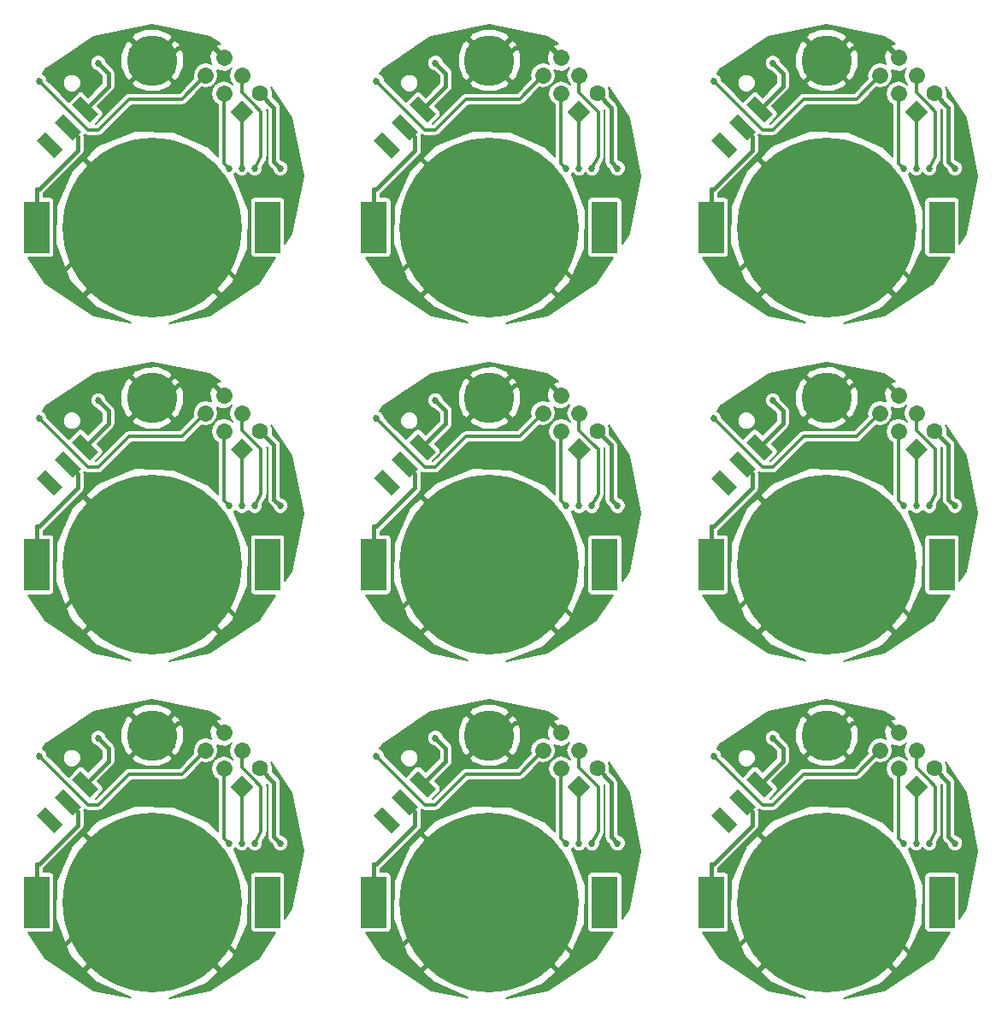
<source format=gbl>
%MOIN*%
%OFA0B0*%
%FSLAX46Y46*%
%IPPOS*%
%LPD*%
%ADD10C,0.0039370078740157488*%
%ADD11C,0.19685039370078741*%
%ADD12C,0.70000000000000007*%
%ADD13R,0.1X0.2*%
%ADD14C,0.062992125984251982*%
%ADD15C,0.062992125984251982*%
%ADD16C,0.027*%
%ADD17C,0.016*%
%ADD18C,0.012000000000000002*%
%ADD19C,0.0078740157480314977*%
%ADD30C,0.0039370078740157488*%
%ADD31C,0.19685039370078741*%
%ADD32C,0.70000000000000007*%
%ADD33R,0.1X0.2*%
%ADD34C,0.062992125984251982*%
%ADD35C,0.062992125984251982*%
%ADD36C,0.027*%
%ADD37C,0.016*%
%ADD38C,0.012000000000000002*%
%ADD39C,0.0078740157480314977*%
%ADD40C,0.0039370078740157488*%
%ADD41C,0.19685039370078741*%
%ADD42C,0.70000000000000007*%
%ADD43R,0.1X0.2*%
%ADD44C,0.062992125984251982*%
%ADD45C,0.062992125984251982*%
%ADD46C,0.027*%
%ADD47C,0.016*%
%ADD48C,0.012000000000000002*%
%ADD49C,0.0078740157480314977*%
%ADD50C,0.0039370078740157488*%
%ADD51C,0.19685039370078741*%
%ADD52C,0.70000000000000007*%
%ADD53R,0.1X0.2*%
%ADD54C,0.062992125984251982*%
%ADD55C,0.062992125984251982*%
%ADD56C,0.027*%
%ADD57C,0.016*%
%ADD58C,0.012000000000000002*%
%ADD59C,0.0078740157480314977*%
%ADD60C,0.0039370078740157488*%
%ADD61C,0.19685039370078741*%
%ADD62C,0.70000000000000007*%
%ADD63R,0.1X0.2*%
%ADD64C,0.062992125984251982*%
%ADD65C,0.062992125984251982*%
%ADD66C,0.027*%
%ADD67C,0.016*%
%ADD68C,0.012000000000000002*%
%ADD69C,0.0078740157480314977*%
%ADD70C,0.0039370078740157488*%
%ADD71C,0.19685039370078741*%
%ADD72C,0.70000000000000007*%
%ADD73R,0.1X0.2*%
%ADD74C,0.062992125984251982*%
%ADD75C,0.062992125984251982*%
%ADD76C,0.027*%
%ADD77C,0.016*%
%ADD78C,0.012000000000000002*%
%ADD79C,0.0078740157480314977*%
%ADD80C,0.0039370078740157488*%
%ADD81C,0.19685039370078741*%
%ADD82C,0.70000000000000007*%
%ADD83R,0.1X0.2*%
%ADD84C,0.062992125984251982*%
%ADD85C,0.062992125984251982*%
%ADD86C,0.027*%
%ADD87C,0.016*%
%ADD88C,0.012000000000000002*%
%ADD89C,0.0078740157480314977*%
%ADD90C,0.0039370078740157488*%
%ADD91C,0.19685039370078741*%
%ADD92C,0.70000000000000007*%
%ADD93R,0.1X0.2*%
%ADD94C,0.062992125984251982*%
%ADD95C,0.062992125984251982*%
%ADD96C,0.027*%
%ADD97C,0.016*%
%ADD98C,0.012000000000000002*%
%ADD99C,0.0078740157480314977*%
%ADD100C,0.0039370078740157488*%
%ADD101C,0.19685039370078741*%
%ADD102C,0.70000000000000007*%
%ADD103R,0.1X0.2*%
%ADD104C,0.062992125984251982*%
%ADD105C,0.062992125984251982*%
%ADD106C,0.027*%
%ADD107C,0.016*%
%ADD108C,0.012000000000000002*%
%ADD109C,0.0078740157480314977*%
G01*
D10*
D11*
X-0007591779Y0004208262D02*
X0000608220Y0001058262D03*
D12*
X0000608220Y0000408262D03*
D13*
X0001058220Y0000408262D03*
X0000158220Y0000408262D03*
D10*
G36*
X0000958220Y0000813720D02*
X0000913677Y0000858262D01*
X0000958220Y0000902804D01*
X0001002762Y0000858262D01*
X0000958220Y0000813720D01*
X0000958220Y0000813720D01*
G37*
D14*
X0001028930Y0000928972D03*
D15*
X0000887509Y0000928972D02*
X0000887509Y0000928972D01*
X0000958220Y0000999683D02*
X0000958220Y0000999683D01*
X0000816798Y0000999683D02*
X0000816798Y0000999683D01*
X0000887509Y0001070394D02*
X0000887509Y0001070394D01*
D10*
G36*
X0000226718Y0000677163D02*
X0000157121Y0000746760D01*
X0000190527Y0000780167D01*
X0000260124Y0000710569D01*
X0000226718Y0000677163D01*
X0000226718Y0000677163D01*
G37*
G36*
X0000297428Y0000747873D02*
X0000227831Y0000817471D01*
X0000261238Y0000850877D01*
X0000330835Y0000781280D01*
X0000297428Y0000747873D01*
X0000297428Y0000747873D01*
G37*
G36*
X0000365912Y0000816357D02*
X0000296315Y0000885954D01*
X0000329722Y0000919361D01*
X0000399319Y0000849764D01*
X0000365912Y0000816357D01*
X0000365912Y0000816357D01*
G37*
D16*
X0000233220Y0000208262D03*
X0000958220Y0000183262D03*
X0000398220Y0001048262D03*
X0001108220Y0000638262D03*
X0000958220Y0000638262D03*
X0000908220Y0000638262D03*
X0001008220Y0000638262D03*
X0000168220Y0000978262D03*
D17*
X0000608220Y0001058262D02*
X0000658220Y0001058262D01*
X0000658220Y0001058262D02*
X0000708220Y0001108262D01*
X0000849641Y0001108262D02*
X0000887509Y0001070394D01*
X0000708220Y0001108262D02*
X0000849641Y0001108262D01*
X0000608220Y0000408262D02*
X0000433220Y0000408262D01*
X0000433220Y0000408262D02*
X0000233220Y0000208262D01*
X0000608220Y0000408262D02*
X0000733220Y0000408262D01*
X0000733220Y0000408262D02*
X0000958220Y0000183262D01*
X0000438220Y0000958262D02*
X0000347817Y0000867859D01*
X0000438220Y0001008262D02*
X0000438220Y0000958262D01*
X0000398220Y0001048262D02*
X0000438220Y0001008262D01*
X0000347817Y0000868665D02*
X0000347817Y0000867859D01*
X0001083220Y0000683262D02*
X0001083220Y0000663262D01*
X0001083220Y0000683262D02*
X0001083220Y0000874683D01*
X0001028930Y0000928972D02*
X0001083220Y0000874683D01*
X0001083220Y0000663262D02*
X0001108220Y0000638262D01*
X0000368220Y0000850489D02*
X0000334333Y0000884375D01*
X0000332106Y0000884375D02*
X0000334333Y0000884375D01*
D18*
X0000958220Y0000638262D02*
X0000958220Y0000858262D01*
X0000888220Y0000678262D02*
X0000887509Y0000678972D01*
X0000888220Y0000658262D02*
X0000888220Y0000678262D01*
X0000908220Y0000638262D02*
X0000888220Y0000658262D01*
X0000887509Y0000678972D02*
X0000887509Y0000928972D01*
X0001008220Y0000883262D02*
X0001033220Y0000858262D01*
X0001008220Y0000883262D02*
X0000958220Y0000933262D01*
X0000958220Y0000999683D02*
X0000958220Y0000933262D01*
X0001033220Y0000683262D02*
X0001008220Y0000638262D01*
X0001033220Y0000758262D02*
X0001033220Y0000683262D01*
X0001033220Y0000858262D02*
X0001033220Y0000758262D01*
X0000725377Y0000908262D02*
X0000816798Y0000999683D01*
X0000518220Y0000908262D02*
X0000725377Y0000908262D01*
X0000398220Y0000788262D02*
X0000518220Y0000908262D01*
X0000358220Y0000788262D02*
X0000398220Y0000788262D01*
X0000168220Y0000978262D02*
X0000358220Y0000788262D01*
D17*
X0000158220Y0000558262D02*
X0000168220Y0000558262D01*
X0000158220Y0000408262D02*
X0000158220Y0000558262D01*
X0000318220Y0000760489D02*
X0000279333Y0000799375D01*
X0000318220Y0000708262D02*
X0000318220Y0000760489D01*
X0000168220Y0000558262D02*
X0000318220Y0000708262D01*
D19*
G36*
X0000919851Y0001029477D02*
X0000912071Y0001017834D01*
X0000908325Y0000999001D01*
X0000912071Y0000980169D01*
X0000922236Y0000964956D01*
X0000907024Y0000975121D01*
X0000888191Y0000978867D01*
X0000869358Y0000975121D01*
X0000853392Y0000964453D01*
X0000852029Y0000963089D01*
X0000841361Y0000947124D01*
X0000837615Y0000928291D01*
X0000841361Y0000909458D01*
X0000852029Y0000893492D01*
X0000863792Y0000885632D01*
X0000863792Y0000683407D01*
X0000827387Y0000720235D01*
X0000691317Y0000780359D01*
X0000542596Y0000783835D01*
X0000403866Y0000730133D01*
X0000389052Y0000720235D01*
X0000347179Y0000677876D01*
X0000608220Y0000416836D01*
X0000608776Y0000417393D01*
X0000617351Y0000408819D01*
X0000616794Y0000408262D01*
X0000877834Y0000147222D01*
X0000920193Y0000189095D01*
X0000980317Y0000325164D01*
X0000983792Y0000473885D01*
X0000930091Y0000612615D01*
X0000928740Y0000614638D01*
X0000933225Y0000619115D01*
X0000940514Y0000611813D01*
X0000951983Y0000607051D01*
X0000964402Y0000607040D01*
X0000975879Y0000611782D01*
X0000983225Y0000619115D01*
X0000990514Y0000611813D01*
X0001001983Y0000607051D01*
X0001014402Y0000607040D01*
X0001025879Y0000611782D01*
X0001034668Y0000620556D01*
X0001039431Y0000632025D01*
X0001039442Y0000644444D01*
X0001039162Y0000645122D01*
X0001053952Y0000671744D01*
X0001054370Y0000673047D01*
X0001055131Y0000674186D01*
X0001055774Y0000677418D01*
X0001056781Y0000680555D01*
X0001056669Y0000681919D01*
X0001056936Y0000683262D01*
X0001056936Y0000858262D01*
X0001055363Y0000866171D01*
X0001057503Y0000864031D01*
X0001057503Y0000663262D01*
X0001059461Y0000653420D01*
X0001065035Y0000645077D01*
X0001076999Y0000633114D01*
X0001076998Y0000632080D01*
X0001081740Y0000620602D01*
X0001090514Y0000611813D01*
X0001101983Y0000607051D01*
X0001114402Y0000607040D01*
X0001125879Y0000611782D01*
X0001134668Y0000620556D01*
X0001139431Y0000632025D01*
X0001139442Y0000644444D01*
X0001134699Y0000655921D01*
X0001125925Y0000664710D01*
X0001114456Y0000669473D01*
X0001113376Y0000669474D01*
X0001108936Y0000673914D01*
X0001108936Y0000874683D01*
X0001106979Y0000884524D01*
X0001101404Y0000892867D01*
X0001077253Y0000917018D01*
X0001078134Y0000919141D01*
X0001078151Y0000938719D01*
X0001072391Y0000952660D01*
X0001152007Y0000833506D01*
X0001196811Y0000608262D01*
X0001152007Y0000383018D01*
X0001126283Y0000344519D01*
X0001126283Y0000508262D01*
X0001125048Y0000514827D01*
X0001121168Y0000520857D01*
X0001115247Y0000524902D01*
X0001108220Y0000526325D01*
X0001008220Y0000526325D01*
X0001001654Y0000525090D01*
X0000995624Y0000521210D01*
X0000991579Y0000515290D01*
X0000990156Y0000508262D01*
X0000990156Y0000308262D01*
X0000991391Y0000301696D01*
X0000995272Y0000295667D01*
X0001001192Y0000291621D01*
X0001008220Y0000290198D01*
X0001089987Y0000290198D01*
X0001024417Y0000192065D01*
X0000833464Y0000064474D01*
X0000674029Y0000032761D01*
X0000812573Y0000086391D01*
X0000827387Y0000096289D01*
X0000869260Y0000138647D01*
X0000608220Y0000399687D01*
X0000347179Y0000138647D01*
X0000389052Y0000096289D01*
X0000524979Y0000036228D01*
X0000382976Y0000064474D01*
X0000192023Y0000192065D01*
X0000126452Y0000290198D01*
X0000208220Y0000290198D01*
X0000214785Y0000291434D01*
X0000220815Y0000295314D01*
X0000224860Y0000301234D01*
X0000226283Y0000308262D01*
X0000226283Y0000342638D01*
X0000232647Y0000342638D01*
X0000286349Y0000203908D01*
X0000296247Y0000189095D01*
X0000338605Y0000147222D01*
X0000599645Y0000408262D01*
X0000338605Y0000669302D01*
X0000296247Y0000627429D01*
X0000236123Y0000491359D01*
X0000232647Y0000342638D01*
X0000226283Y0000342638D01*
X0000226283Y0000508262D01*
X0000225048Y0000514827D01*
X0000221168Y0000520857D01*
X0000215247Y0000524902D01*
X0000208220Y0000526325D01*
X0000183936Y0000526325D01*
X0000183936Y0000538429D01*
X0000186404Y0000540077D01*
X0000336404Y0000690077D01*
X0000338426Y0000693103D01*
X0000341979Y0000698420D01*
X0000343936Y0000708262D01*
X0000343936Y0000760489D01*
X0000342551Y0000767451D01*
X0000343608Y0000768507D01*
X0000344331Y0000769566D01*
X0000349144Y0000766351D01*
X0000358220Y0000764545D01*
X0000398220Y0000764545D01*
X0000407296Y0000766351D01*
X0000414990Y0000771492D01*
X0000528043Y0000884545D01*
X0000725377Y0000884545D01*
X0000734453Y0000886351D01*
X0000742147Y0000891492D01*
X0000803044Y0000952389D01*
X0000816117Y0000949789D01*
X0000834949Y0000953535D01*
X0000850915Y0000964203D01*
X0000852279Y0000965566D01*
X0000862947Y0000981532D01*
X0000866693Y0001000365D01*
X0000862947Y0001019198D01*
X0000861241Y0001021750D01*
X0000872901Y0001016920D01*
X0000894477Y0001015400D01*
X0000914991Y0001022252D01*
X0000917953Y0001031376D01*
X0000919851Y0001029477D01*
X0000919851Y0001029477D01*
G37*
X0000919851Y0001029477D02*
X0000912071Y0001017834D01*
X0000908325Y0000999001D01*
X0000912071Y0000980169D01*
X0000922236Y0000964956D01*
X0000907024Y0000975121D01*
X0000888191Y0000978867D01*
X0000869358Y0000975121D01*
X0000853392Y0000964453D01*
X0000852029Y0000963089D01*
X0000841361Y0000947124D01*
X0000837615Y0000928291D01*
X0000841361Y0000909458D01*
X0000852029Y0000893492D01*
X0000863792Y0000885632D01*
X0000863792Y0000683407D01*
X0000827387Y0000720235D01*
X0000691317Y0000780359D01*
X0000542596Y0000783835D01*
X0000403866Y0000730133D01*
X0000389052Y0000720235D01*
X0000347179Y0000677876D01*
X0000608220Y0000416836D01*
X0000608776Y0000417393D01*
X0000617351Y0000408819D01*
X0000616794Y0000408262D01*
X0000877834Y0000147222D01*
X0000920193Y0000189095D01*
X0000980317Y0000325164D01*
X0000983792Y0000473885D01*
X0000930091Y0000612615D01*
X0000928740Y0000614638D01*
X0000933225Y0000619115D01*
X0000940514Y0000611813D01*
X0000951983Y0000607051D01*
X0000964402Y0000607040D01*
X0000975879Y0000611782D01*
X0000983225Y0000619115D01*
X0000990514Y0000611813D01*
X0001001983Y0000607051D01*
X0001014402Y0000607040D01*
X0001025879Y0000611782D01*
X0001034668Y0000620556D01*
X0001039431Y0000632025D01*
X0001039442Y0000644444D01*
X0001039162Y0000645122D01*
X0001053952Y0000671744D01*
X0001054370Y0000673047D01*
X0001055131Y0000674186D01*
X0001055774Y0000677418D01*
X0001056781Y0000680555D01*
X0001056669Y0000681919D01*
X0001056936Y0000683262D01*
X0001056936Y0000858262D01*
X0001055363Y0000866171D01*
X0001057503Y0000864031D01*
X0001057503Y0000663262D01*
X0001059461Y0000653420D01*
X0001065035Y0000645077D01*
X0001076999Y0000633114D01*
X0001076998Y0000632080D01*
X0001081740Y0000620602D01*
X0001090514Y0000611813D01*
X0001101983Y0000607051D01*
X0001114402Y0000607040D01*
X0001125879Y0000611782D01*
X0001134668Y0000620556D01*
X0001139431Y0000632025D01*
X0001139442Y0000644444D01*
X0001134699Y0000655921D01*
X0001125925Y0000664710D01*
X0001114456Y0000669473D01*
X0001113376Y0000669474D01*
X0001108936Y0000673914D01*
X0001108936Y0000874683D01*
X0001106979Y0000884524D01*
X0001101404Y0000892867D01*
X0001077253Y0000917018D01*
X0001078134Y0000919141D01*
X0001078151Y0000938719D01*
X0001072391Y0000952660D01*
X0001152007Y0000833506D01*
X0001196811Y0000608262D01*
X0001152007Y0000383018D01*
X0001126283Y0000344519D01*
X0001126283Y0000508262D01*
X0001125048Y0000514827D01*
X0001121168Y0000520857D01*
X0001115247Y0000524902D01*
X0001108220Y0000526325D01*
X0001008220Y0000526325D01*
X0001001654Y0000525090D01*
X0000995624Y0000521210D01*
X0000991579Y0000515290D01*
X0000990156Y0000508262D01*
X0000990156Y0000308262D01*
X0000991391Y0000301696D01*
X0000995272Y0000295667D01*
X0001001192Y0000291621D01*
X0001008220Y0000290198D01*
X0001089987Y0000290198D01*
X0001024417Y0000192065D01*
X0000833464Y0000064474D01*
X0000674029Y0000032761D01*
X0000812573Y0000086391D01*
X0000827387Y0000096289D01*
X0000869260Y0000138647D01*
X0000608220Y0000399687D01*
X0000347179Y0000138647D01*
X0000389052Y0000096289D01*
X0000524979Y0000036228D01*
X0000382976Y0000064474D01*
X0000192023Y0000192065D01*
X0000126452Y0000290198D01*
X0000208220Y0000290198D01*
X0000214785Y0000291434D01*
X0000220815Y0000295314D01*
X0000224860Y0000301234D01*
X0000226283Y0000308262D01*
X0000226283Y0000342638D01*
X0000232647Y0000342638D01*
X0000286349Y0000203908D01*
X0000296247Y0000189095D01*
X0000338605Y0000147222D01*
X0000599645Y0000408262D01*
X0000338605Y0000669302D01*
X0000296247Y0000627429D01*
X0000236123Y0000491359D01*
X0000232647Y0000342638D01*
X0000226283Y0000342638D01*
X0000226283Y0000508262D01*
X0000225048Y0000514827D01*
X0000221168Y0000520857D01*
X0000215247Y0000524902D01*
X0000208220Y0000526325D01*
X0000183936Y0000526325D01*
X0000183936Y0000538429D01*
X0000186404Y0000540077D01*
X0000336404Y0000690077D01*
X0000338426Y0000693103D01*
X0000341979Y0000698420D01*
X0000343936Y0000708262D01*
X0000343936Y0000760489D01*
X0000342551Y0000767451D01*
X0000343608Y0000768507D01*
X0000344331Y0000769566D01*
X0000349144Y0000766351D01*
X0000358220Y0000764545D01*
X0000398220Y0000764545D01*
X0000407296Y0000766351D01*
X0000414990Y0000771492D01*
X0000528043Y0000884545D01*
X0000725377Y0000884545D01*
X0000734453Y0000886351D01*
X0000742147Y0000891492D01*
X0000803044Y0000952389D01*
X0000816117Y0000949789D01*
X0000834949Y0000953535D01*
X0000850915Y0000964203D01*
X0000852279Y0000965566D01*
X0000862947Y0000981532D01*
X0000866693Y0001000365D01*
X0000862947Y0001019198D01*
X0000861241Y0001021750D01*
X0000872901Y0001016920D01*
X0000894477Y0001015400D01*
X0000914991Y0001022252D01*
X0000917953Y0001031376D01*
X0000919851Y0001029477D01*
G36*
X0000833464Y0001152049D02*
X0000875757Y0001123790D01*
X0000860027Y0001118535D01*
X0000857065Y0001109412D01*
X0000887509Y0001078968D01*
X0000888066Y0001079525D01*
X0000896640Y0001070951D01*
X0000896083Y0001070394D01*
X0000896640Y0001069837D01*
X0000888066Y0001061263D01*
X0000887509Y0001061819D01*
X0000886952Y0001061263D01*
X0000878378Y0001069837D01*
X0000878935Y0001070394D01*
X0000848491Y0001100837D01*
X0000839368Y0001097876D01*
X0000832515Y0001077361D01*
X0000834035Y0001055786D01*
X0000838865Y0001044126D01*
X0000836313Y0001045831D01*
X0000817480Y0001049577D01*
X0000798647Y0001045831D01*
X0000782681Y0001035163D01*
X0000781318Y0001033800D01*
X0000770650Y0001017834D01*
X0000766904Y0000999001D01*
X0000769504Y0000985929D01*
X0000715553Y0000931978D01*
X0000518220Y0000931978D01*
X0000509144Y0000930173D01*
X0000501450Y0000925032D01*
X0000388396Y0000811978D01*
X0000387079Y0000811978D01*
X0000412092Y0000836991D01*
X0000415860Y0000842507D01*
X0000417381Y0000849514D01*
X0000416055Y0000856561D01*
X0000412092Y0000862537D01*
X0000395477Y0000879151D01*
X0000456404Y0000940077D01*
X0000461979Y0000948420D01*
X0000463936Y0000958262D01*
X0000463936Y0000970097D01*
X0000528630Y0000970097D01*
X0000539880Y0000953885D01*
X0000585025Y0000935677D01*
X0000633702Y0000936132D01*
X0000676560Y0000953885D01*
X0000687810Y0000970097D01*
X0000608220Y0001049687D01*
X0000528630Y0000970097D01*
X0000463936Y0000970097D01*
X0000463936Y0001008262D01*
X0000461979Y0001018103D01*
X0000456404Y0001026446D01*
X0000429441Y0001053409D01*
X0000429442Y0001054444D01*
X0000424699Y0001065921D01*
X0000415925Y0001074710D01*
X0000404456Y0001079473D01*
X0000392038Y0001079484D01*
X0000380560Y0001074741D01*
X0000371771Y0001065968D01*
X0000367009Y0001054498D01*
X0000366998Y0001042080D01*
X0000371740Y0001030602D01*
X0000380514Y0001021813D01*
X0000391983Y0001017051D01*
X0000393063Y0001017050D01*
X0000412503Y0000997610D01*
X0000412503Y0000968914D01*
X0000359109Y0000915519D01*
X0000342494Y0000932134D01*
X0000336979Y0000935903D01*
X0000329971Y0000937423D01*
X0000322924Y0000936097D01*
X0000316949Y0000932134D01*
X0000283542Y0000898727D01*
X0000282630Y0000897392D01*
X0000217568Y0000962454D01*
X0000260876Y0000962454D01*
X0000266259Y0000949426D01*
X0000276217Y0000939450D01*
X0000289236Y0000934044D01*
X0000303332Y0000934032D01*
X0000316360Y0000939415D01*
X0000326336Y0000949373D01*
X0000331742Y0000962392D01*
X0000331754Y0000976488D01*
X0000326371Y0000989516D01*
X0000316412Y0000999492D01*
X0000303394Y0001004898D01*
X0000289298Y0001004910D01*
X0000276270Y0000999527D01*
X0000266294Y0000989568D01*
X0000260888Y0000976550D01*
X0000260876Y0000962454D01*
X0000217568Y0000962454D01*
X0000199438Y0000980583D01*
X0000199442Y0000984444D01*
X0000194699Y0000995921D01*
X0000185925Y0001004710D01*
X0000180369Y0001007018D01*
X0000192023Y0001024459D01*
X0000277326Y0001081456D01*
X0000485635Y0001081456D01*
X0000486090Y0001032780D01*
X0000503843Y0000989922D01*
X0000520055Y0000978672D01*
X0000599645Y0001058262D01*
X0000616794Y0001058262D01*
X0000696384Y0000978672D01*
X0000712597Y0000989922D01*
X0000730804Y0001035067D01*
X0000730349Y0001083744D01*
X0000712597Y0001126602D01*
X0000696384Y0001137852D01*
X0000616794Y0001058262D01*
X0000599645Y0001058262D01*
X0000520055Y0001137852D01*
X0000503843Y0001126602D01*
X0000485635Y0001081456D01*
X0000277326Y0001081456D01*
X0000374560Y0001146426D01*
X0000528630Y0001146426D01*
X0000608220Y0001066836D01*
X0000687810Y0001146426D01*
X0000676560Y0001162639D01*
X0000631414Y0001180846D01*
X0000582738Y0001180391D01*
X0000539880Y0001162639D01*
X0000528630Y0001146426D01*
X0000374560Y0001146426D01*
X0000382976Y0001152049D01*
X0000608220Y0001196853D01*
X0000833464Y0001152049D01*
X0000833464Y0001152049D01*
G37*
X0000833464Y0001152049D02*
X0000875757Y0001123790D01*
X0000860027Y0001118535D01*
X0000857065Y0001109412D01*
X0000887509Y0001078968D01*
X0000888066Y0001079525D01*
X0000896640Y0001070951D01*
X0000896083Y0001070394D01*
X0000896640Y0001069837D01*
X0000888066Y0001061263D01*
X0000887509Y0001061819D01*
X0000886952Y0001061263D01*
X0000878378Y0001069837D01*
X0000878935Y0001070394D01*
X0000848491Y0001100837D01*
X0000839368Y0001097876D01*
X0000832515Y0001077361D01*
X0000834035Y0001055786D01*
X0000838865Y0001044126D01*
X0000836313Y0001045831D01*
X0000817480Y0001049577D01*
X0000798647Y0001045831D01*
X0000782681Y0001035163D01*
X0000781318Y0001033800D01*
X0000770650Y0001017834D01*
X0000766904Y0000999001D01*
X0000769504Y0000985929D01*
X0000715553Y0000931978D01*
X0000518220Y0000931978D01*
X0000509144Y0000930173D01*
X0000501450Y0000925032D01*
X0000388396Y0000811978D01*
X0000387079Y0000811978D01*
X0000412092Y0000836991D01*
X0000415860Y0000842507D01*
X0000417381Y0000849514D01*
X0000416055Y0000856561D01*
X0000412092Y0000862537D01*
X0000395477Y0000879151D01*
X0000456404Y0000940077D01*
X0000461979Y0000948420D01*
X0000463936Y0000958262D01*
X0000463936Y0000970097D01*
X0000528630Y0000970097D01*
X0000539880Y0000953885D01*
X0000585025Y0000935677D01*
X0000633702Y0000936132D01*
X0000676560Y0000953885D01*
X0000687810Y0000970097D01*
X0000608220Y0001049687D01*
X0000528630Y0000970097D01*
X0000463936Y0000970097D01*
X0000463936Y0001008262D01*
X0000461979Y0001018103D01*
X0000456404Y0001026446D01*
X0000429441Y0001053409D01*
X0000429442Y0001054444D01*
X0000424699Y0001065921D01*
X0000415925Y0001074710D01*
X0000404456Y0001079473D01*
X0000392038Y0001079484D01*
X0000380560Y0001074741D01*
X0000371771Y0001065968D01*
X0000367009Y0001054498D01*
X0000366998Y0001042080D01*
X0000371740Y0001030602D01*
X0000380514Y0001021813D01*
X0000391983Y0001017051D01*
X0000393063Y0001017050D01*
X0000412503Y0000997610D01*
X0000412503Y0000968914D01*
X0000359109Y0000915519D01*
X0000342494Y0000932134D01*
X0000336979Y0000935903D01*
X0000329971Y0000937423D01*
X0000322924Y0000936097D01*
X0000316949Y0000932134D01*
X0000283542Y0000898727D01*
X0000282630Y0000897392D01*
X0000217568Y0000962454D01*
X0000260876Y0000962454D01*
X0000266259Y0000949426D01*
X0000276217Y0000939450D01*
X0000289236Y0000934044D01*
X0000303332Y0000934032D01*
X0000316360Y0000939415D01*
X0000326336Y0000949373D01*
X0000331742Y0000962392D01*
X0000331754Y0000976488D01*
X0000326371Y0000989516D01*
X0000316412Y0000999492D01*
X0000303394Y0001004898D01*
X0000289298Y0001004910D01*
X0000276270Y0000999527D01*
X0000266294Y0000989568D01*
X0000260888Y0000976550D01*
X0000260876Y0000962454D01*
X0000217568Y0000962454D01*
X0000199438Y0000980583D01*
X0000199442Y0000984444D01*
X0000194699Y0000995921D01*
X0000185925Y0001004710D01*
X0000180369Y0001007018D01*
X0000192023Y0001024459D01*
X0000277326Y0001081456D01*
X0000485635Y0001081456D01*
X0000486090Y0001032780D01*
X0000503843Y0000989922D01*
X0000520055Y0000978672D01*
X0000599645Y0001058262D01*
X0000616794Y0001058262D01*
X0000696384Y0000978672D01*
X0000712597Y0000989922D01*
X0000730804Y0001035067D01*
X0000730349Y0001083744D01*
X0000712597Y0001126602D01*
X0000696384Y0001137852D01*
X0000616794Y0001058262D01*
X0000599645Y0001058262D01*
X0000520055Y0001137852D01*
X0000503843Y0001126602D01*
X0000485635Y0001081456D01*
X0000277326Y0001081456D01*
X0000374560Y0001146426D01*
X0000528630Y0001146426D01*
X0000608220Y0001066836D01*
X0000687810Y0001146426D01*
X0000676560Y0001162639D01*
X0000631414Y0001180846D01*
X0000582738Y0001180391D01*
X0000539880Y0001162639D01*
X0000528630Y0001146426D01*
X0000374560Y0001146426D01*
X0000382976Y0001152049D01*
X0000608220Y0001196853D01*
X0000833464Y0001152049D01*
G04 next file*
G04 #@! TF.FileFunction,Copper,L2,Bot,Signal*
G04 Gerber Fmt 4.6, Leading zero omitted, Abs format (unit mm)*
G04 Created by KiCad (PCBNEW 4.0.6) date 10/10/19 08:50:29*
G01*
G04 APERTURE LIST*
G04 APERTURE END LIST*
D30*
D31*
X-0007591779Y0005523211D02*
X0000608220Y0002373211D03*
D32*
X0000608220Y0001723211D03*
D33*
X0001058220Y0001723211D03*
X0000158220Y0001723211D03*
D30*
G36*
X0000958220Y0002128669D02*
X0000913677Y0002173211D01*
X0000958220Y0002217754D01*
X0001002762Y0002173211D01*
X0000958220Y0002128669D01*
X0000958220Y0002128669D01*
G37*
D34*
X0001028930Y0002243922D03*
D35*
X0000887509Y0002243922D02*
X0000887509Y0002243922D01*
X0000958220Y0002314633D02*
X0000958220Y0002314633D01*
X0000816798Y0002314633D02*
X0000816798Y0002314633D01*
X0000887509Y0002385343D02*
X0000887509Y0002385343D01*
D30*
G36*
X0000226718Y0001992112D02*
X0000157121Y0002061709D01*
X0000190527Y0002095116D01*
X0000260124Y0002025519D01*
X0000226718Y0001992112D01*
X0000226718Y0001992112D01*
G37*
G36*
X0000297428Y0002062823D02*
X0000227831Y0002132420D01*
X0000261238Y0002165827D01*
X0000330835Y0002096230D01*
X0000297428Y0002062823D01*
X0000297428Y0002062823D01*
G37*
G36*
X0000365912Y0002131307D02*
X0000296315Y0002200904D01*
X0000329722Y0002234310D01*
X0000399319Y0002164713D01*
X0000365912Y0002131307D01*
X0000365912Y0002131307D01*
G37*
D36*
X0000233220Y0001523211D03*
X0000958220Y0001498211D03*
X0000398220Y0002363211D03*
X0001108220Y0001953211D03*
X0000958220Y0001953211D03*
X0000908220Y0001953211D03*
X0001008220Y0001953211D03*
X0000168220Y0002293211D03*
D37*
X0000608220Y0002373211D02*
X0000658220Y0002373211D01*
X0000658220Y0002373211D02*
X0000708220Y0002423211D01*
X0000849641Y0002423211D02*
X0000887509Y0002385343D01*
X0000708220Y0002423211D02*
X0000849641Y0002423211D01*
X0000608220Y0001723211D02*
X0000433220Y0001723211D01*
X0000433220Y0001723211D02*
X0000233220Y0001523211D01*
X0000608220Y0001723211D02*
X0000733220Y0001723211D01*
X0000733220Y0001723211D02*
X0000958220Y0001498211D01*
X0000438220Y0002273211D02*
X0000347817Y0002182808D01*
X0000438220Y0002323211D02*
X0000438220Y0002273211D01*
X0000398220Y0002363211D02*
X0000438220Y0002323211D01*
X0000347817Y0002183614D02*
X0000347817Y0002182808D01*
X0001083220Y0001998211D02*
X0001083220Y0001978211D01*
X0001083220Y0001998211D02*
X0001083220Y0002189633D01*
X0001028930Y0002243922D02*
X0001083220Y0002189633D01*
X0001083220Y0001978211D02*
X0001108220Y0001953211D01*
X0000368220Y0002165438D02*
X0000334333Y0002199325D01*
X0000332106Y0002199325D02*
X0000334333Y0002199325D01*
D38*
X0000958220Y0001953211D02*
X0000958220Y0002173211D01*
X0000888220Y0001993211D02*
X0000887509Y0001993922D01*
X0000888220Y0001973211D02*
X0000888220Y0001993211D01*
X0000908220Y0001953211D02*
X0000888220Y0001973211D01*
X0000887509Y0001993922D02*
X0000887509Y0002243922D01*
X0001008220Y0002198211D02*
X0001033220Y0002173211D01*
X0001008220Y0002198211D02*
X0000958220Y0002248211D01*
X0000958220Y0002314633D02*
X0000958220Y0002248211D01*
X0001033220Y0001998211D02*
X0001008220Y0001953211D01*
X0001033220Y0002073211D02*
X0001033220Y0001998211D01*
X0001033220Y0002173211D02*
X0001033220Y0002073211D01*
X0000725377Y0002223211D02*
X0000816798Y0002314633D01*
X0000518220Y0002223211D02*
X0000725377Y0002223211D01*
X0000398220Y0002103211D02*
X0000518220Y0002223211D01*
X0000358220Y0002103211D02*
X0000398220Y0002103211D01*
X0000168220Y0002293211D02*
X0000358220Y0002103211D01*
D37*
X0000158220Y0001873211D02*
X0000168220Y0001873211D01*
X0000158220Y0001723211D02*
X0000158220Y0001873211D01*
X0000318220Y0002075438D02*
X0000279333Y0002114325D01*
X0000318220Y0002023211D02*
X0000318220Y0002075438D01*
X0000168220Y0001873211D02*
X0000318220Y0002023211D01*
D39*
G36*
X0000919851Y0002344427D02*
X0000912071Y0002332784D01*
X0000908325Y0002313951D01*
X0000912071Y0002295118D01*
X0000922236Y0002279905D01*
X0000907024Y0002290070D01*
X0000888191Y0002293816D01*
X0000869358Y0002290070D01*
X0000853392Y0002279402D01*
X0000852029Y0002278039D01*
X0000841361Y0002262073D01*
X0000837615Y0002243240D01*
X0000841361Y0002224407D01*
X0000852029Y0002208442D01*
X0000863792Y0002200581D01*
X0000863792Y0001998357D01*
X0000827387Y0002035184D01*
X0000691317Y0002095308D01*
X0000542596Y0002098784D01*
X0000403866Y0002045082D01*
X0000389052Y0002035184D01*
X0000347179Y0001992826D01*
X0000608220Y0001731786D01*
X0000608776Y0001732342D01*
X0000617351Y0001723768D01*
X0000616794Y0001723211D01*
X0000877834Y0001462171D01*
X0000920193Y0001504044D01*
X0000980317Y0001640114D01*
X0000983792Y0001788835D01*
X0000930091Y0001927565D01*
X0000928740Y0001929587D01*
X0000933225Y0001934065D01*
X0000940514Y0001926763D01*
X0000951983Y0001922000D01*
X0000964402Y0001921989D01*
X0000975879Y0001926732D01*
X0000983225Y0001934065D01*
X0000990514Y0001926763D01*
X0001001983Y0001922000D01*
X0001014402Y0001921989D01*
X0001025879Y0001926732D01*
X0001034668Y0001935506D01*
X0001039431Y0001946975D01*
X0001039442Y0001959393D01*
X0001039162Y0001960071D01*
X0001053952Y0001986694D01*
X0001054370Y0001987997D01*
X0001055131Y0001989135D01*
X0001055774Y0001992367D01*
X0001056781Y0001995504D01*
X0001056669Y0001996869D01*
X0001056936Y0001998211D01*
X0001056936Y0002173211D01*
X0001055363Y0002181121D01*
X0001057503Y0002178981D01*
X0001057503Y0001978211D01*
X0001059461Y0001968370D01*
X0001065035Y0001960027D01*
X0001076999Y0001948064D01*
X0001076998Y0001947029D01*
X0001081740Y0001935552D01*
X0001090514Y0001926763D01*
X0001101983Y0001922000D01*
X0001114402Y0001921989D01*
X0001125879Y0001926732D01*
X0001134668Y0001935506D01*
X0001139431Y0001946975D01*
X0001139442Y0001959393D01*
X0001134699Y0001970871D01*
X0001125925Y0001979660D01*
X0001114456Y0001984422D01*
X0001113376Y0001984423D01*
X0001108936Y0001988863D01*
X0001108936Y0002189633D01*
X0001106979Y0002199474D01*
X0001101404Y0002207817D01*
X0001077253Y0002231968D01*
X0001078134Y0002234090D01*
X0001078151Y0002253668D01*
X0001072391Y0002267609D01*
X0001152007Y0002148455D01*
X0001196811Y0001923211D01*
X0001152007Y0001697967D01*
X0001126283Y0001659469D01*
X0001126283Y0001823211D01*
X0001125048Y0001829777D01*
X0001121168Y0001835807D01*
X0001115247Y0001839852D01*
X0001108220Y0001841275D01*
X0001008220Y0001841275D01*
X0001001654Y0001840040D01*
X0000995624Y0001836160D01*
X0000991579Y0001830239D01*
X0000990156Y0001823211D01*
X0000990156Y0001623211D01*
X0000991391Y0001616646D01*
X0000995272Y0001610616D01*
X0001001192Y0001606571D01*
X0001008220Y0001605148D01*
X0001089987Y0001605148D01*
X0001024417Y0001507015D01*
X0000833464Y0001379424D01*
X0000674029Y0001347710D01*
X0000812573Y0001401340D01*
X0000827387Y0001411238D01*
X0000869260Y0001453597D01*
X0000608220Y0001714637D01*
X0000347179Y0001453597D01*
X0000389052Y0001411238D01*
X0000524979Y0001351178D01*
X0000382976Y0001379424D01*
X0000192023Y0001507015D01*
X0000126452Y0001605148D01*
X0000208220Y0001605148D01*
X0000214785Y0001606383D01*
X0000220815Y0001610263D01*
X0000224860Y0001616184D01*
X0000226283Y0001623211D01*
X0000226283Y0001657588D01*
X0000232647Y0001657588D01*
X0000286349Y0001518858D01*
X0000296247Y0001504044D01*
X0000338605Y0001462171D01*
X0000599645Y0001723211D01*
X0000338605Y0001984252D01*
X0000296247Y0001942379D01*
X0000236123Y0001806309D01*
X0000232647Y0001657588D01*
X0000226283Y0001657588D01*
X0000226283Y0001823211D01*
X0000225048Y0001829777D01*
X0000221168Y0001835807D01*
X0000215247Y0001839852D01*
X0000208220Y0001841275D01*
X0000183936Y0001841275D01*
X0000183936Y0001853378D01*
X0000186404Y0001855027D01*
X0000336404Y0002005027D01*
X0000338426Y0002008053D01*
X0000341979Y0002013370D01*
X0000343936Y0002023211D01*
X0000343936Y0002075438D01*
X0000342551Y0002082400D01*
X0000343608Y0002083457D01*
X0000344331Y0002084516D01*
X0000349144Y0002081300D01*
X0000358220Y0002079495D01*
X0000398220Y0002079495D01*
X0000407296Y0002081300D01*
X0000414990Y0002086441D01*
X0000528043Y0002199495D01*
X0000725377Y0002199495D01*
X0000734453Y0002201300D01*
X0000742147Y0002206441D01*
X0000803044Y0002267339D01*
X0000816117Y0002264738D01*
X0000834949Y0002268484D01*
X0000850915Y0002279152D01*
X0000852279Y0002280516D01*
X0000862947Y0002296482D01*
X0000866693Y0002315314D01*
X0000862947Y0002334147D01*
X0000861241Y0002336699D01*
X0000872901Y0002331869D01*
X0000894477Y0002330349D01*
X0000914991Y0002337202D01*
X0000917953Y0002346325D01*
X0000919851Y0002344427D01*
X0000919851Y0002344427D01*
G37*
X0000919851Y0002344427D02*
X0000912071Y0002332784D01*
X0000908325Y0002313951D01*
X0000912071Y0002295118D01*
X0000922236Y0002279905D01*
X0000907024Y0002290070D01*
X0000888191Y0002293816D01*
X0000869358Y0002290070D01*
X0000853392Y0002279402D01*
X0000852029Y0002278039D01*
X0000841361Y0002262073D01*
X0000837615Y0002243240D01*
X0000841361Y0002224407D01*
X0000852029Y0002208442D01*
X0000863792Y0002200581D01*
X0000863792Y0001998357D01*
X0000827387Y0002035184D01*
X0000691317Y0002095308D01*
X0000542596Y0002098784D01*
X0000403866Y0002045082D01*
X0000389052Y0002035184D01*
X0000347179Y0001992826D01*
X0000608220Y0001731786D01*
X0000608776Y0001732342D01*
X0000617351Y0001723768D01*
X0000616794Y0001723211D01*
X0000877834Y0001462171D01*
X0000920193Y0001504044D01*
X0000980317Y0001640114D01*
X0000983792Y0001788835D01*
X0000930091Y0001927565D01*
X0000928740Y0001929587D01*
X0000933225Y0001934065D01*
X0000940514Y0001926763D01*
X0000951983Y0001922000D01*
X0000964402Y0001921989D01*
X0000975879Y0001926732D01*
X0000983225Y0001934065D01*
X0000990514Y0001926763D01*
X0001001983Y0001922000D01*
X0001014402Y0001921989D01*
X0001025879Y0001926732D01*
X0001034668Y0001935506D01*
X0001039431Y0001946975D01*
X0001039442Y0001959393D01*
X0001039162Y0001960071D01*
X0001053952Y0001986694D01*
X0001054370Y0001987997D01*
X0001055131Y0001989135D01*
X0001055774Y0001992367D01*
X0001056781Y0001995504D01*
X0001056669Y0001996869D01*
X0001056936Y0001998211D01*
X0001056936Y0002173211D01*
X0001055363Y0002181121D01*
X0001057503Y0002178981D01*
X0001057503Y0001978211D01*
X0001059461Y0001968370D01*
X0001065035Y0001960027D01*
X0001076999Y0001948064D01*
X0001076998Y0001947029D01*
X0001081740Y0001935552D01*
X0001090514Y0001926763D01*
X0001101983Y0001922000D01*
X0001114402Y0001921989D01*
X0001125879Y0001926732D01*
X0001134668Y0001935506D01*
X0001139431Y0001946975D01*
X0001139442Y0001959393D01*
X0001134699Y0001970871D01*
X0001125925Y0001979660D01*
X0001114456Y0001984422D01*
X0001113376Y0001984423D01*
X0001108936Y0001988863D01*
X0001108936Y0002189633D01*
X0001106979Y0002199474D01*
X0001101404Y0002207817D01*
X0001077253Y0002231968D01*
X0001078134Y0002234090D01*
X0001078151Y0002253668D01*
X0001072391Y0002267609D01*
X0001152007Y0002148455D01*
X0001196811Y0001923211D01*
X0001152007Y0001697967D01*
X0001126283Y0001659469D01*
X0001126283Y0001823211D01*
X0001125048Y0001829777D01*
X0001121168Y0001835807D01*
X0001115247Y0001839852D01*
X0001108220Y0001841275D01*
X0001008220Y0001841275D01*
X0001001654Y0001840040D01*
X0000995624Y0001836160D01*
X0000991579Y0001830239D01*
X0000990156Y0001823211D01*
X0000990156Y0001623211D01*
X0000991391Y0001616646D01*
X0000995272Y0001610616D01*
X0001001192Y0001606571D01*
X0001008220Y0001605148D01*
X0001089987Y0001605148D01*
X0001024417Y0001507015D01*
X0000833464Y0001379424D01*
X0000674029Y0001347710D01*
X0000812573Y0001401340D01*
X0000827387Y0001411238D01*
X0000869260Y0001453597D01*
X0000608220Y0001714637D01*
X0000347179Y0001453597D01*
X0000389052Y0001411238D01*
X0000524979Y0001351178D01*
X0000382976Y0001379424D01*
X0000192023Y0001507015D01*
X0000126452Y0001605148D01*
X0000208220Y0001605148D01*
X0000214785Y0001606383D01*
X0000220815Y0001610263D01*
X0000224860Y0001616184D01*
X0000226283Y0001623211D01*
X0000226283Y0001657588D01*
X0000232647Y0001657588D01*
X0000286349Y0001518858D01*
X0000296247Y0001504044D01*
X0000338605Y0001462171D01*
X0000599645Y0001723211D01*
X0000338605Y0001984252D01*
X0000296247Y0001942379D01*
X0000236123Y0001806309D01*
X0000232647Y0001657588D01*
X0000226283Y0001657588D01*
X0000226283Y0001823211D01*
X0000225048Y0001829777D01*
X0000221168Y0001835807D01*
X0000215247Y0001839852D01*
X0000208220Y0001841275D01*
X0000183936Y0001841275D01*
X0000183936Y0001853378D01*
X0000186404Y0001855027D01*
X0000336404Y0002005027D01*
X0000338426Y0002008053D01*
X0000341979Y0002013370D01*
X0000343936Y0002023211D01*
X0000343936Y0002075438D01*
X0000342551Y0002082400D01*
X0000343608Y0002083457D01*
X0000344331Y0002084516D01*
X0000349144Y0002081300D01*
X0000358220Y0002079495D01*
X0000398220Y0002079495D01*
X0000407296Y0002081300D01*
X0000414990Y0002086441D01*
X0000528043Y0002199495D01*
X0000725377Y0002199495D01*
X0000734453Y0002201300D01*
X0000742147Y0002206441D01*
X0000803044Y0002267339D01*
X0000816117Y0002264738D01*
X0000834949Y0002268484D01*
X0000850915Y0002279152D01*
X0000852279Y0002280516D01*
X0000862947Y0002296482D01*
X0000866693Y0002315314D01*
X0000862947Y0002334147D01*
X0000861241Y0002336699D01*
X0000872901Y0002331869D01*
X0000894477Y0002330349D01*
X0000914991Y0002337202D01*
X0000917953Y0002346325D01*
X0000919851Y0002344427D01*
G36*
X0000833464Y0002466999D02*
X0000875757Y0002438739D01*
X0000860027Y0002433485D01*
X0000857065Y0002424361D01*
X0000887509Y0002393918D01*
X0000888066Y0002394475D01*
X0000896640Y0002385900D01*
X0000896083Y0002385343D01*
X0000896640Y0002384787D01*
X0000888066Y0002376212D01*
X0000887509Y0002376769D01*
X0000886952Y0002376212D01*
X0000878378Y0002384787D01*
X0000878935Y0002385343D01*
X0000848491Y0002415787D01*
X0000839368Y0002412826D01*
X0000832515Y0002392311D01*
X0000834035Y0002370735D01*
X0000838865Y0002359076D01*
X0000836313Y0002360781D01*
X0000817480Y0002364527D01*
X0000798647Y0002360781D01*
X0000782681Y0002350113D01*
X0000781318Y0002348750D01*
X0000770650Y0002332784D01*
X0000766904Y0002313951D01*
X0000769504Y0002300879D01*
X0000715553Y0002246928D01*
X0000518220Y0002246928D01*
X0000509144Y0002245123D01*
X0000501450Y0002239981D01*
X0000388396Y0002126928D01*
X0000387079Y0002126928D01*
X0000412092Y0002151940D01*
X0000415860Y0002157456D01*
X0000417381Y0002164464D01*
X0000416055Y0002171510D01*
X0000412092Y0002177486D01*
X0000395477Y0002194100D01*
X0000456404Y0002255027D01*
X0000461979Y0002263370D01*
X0000463936Y0002273211D01*
X0000463936Y0002285047D01*
X0000528630Y0002285047D01*
X0000539880Y0002268834D01*
X0000585025Y0002250627D01*
X0000633702Y0002251082D01*
X0000676560Y0002268834D01*
X0000687810Y0002285047D01*
X0000608220Y0002364637D01*
X0000528630Y0002285047D01*
X0000463936Y0002285047D01*
X0000463936Y0002323211D01*
X0000461979Y0002333053D01*
X0000456404Y0002341396D01*
X0000429441Y0002368359D01*
X0000429442Y0002369393D01*
X0000424699Y0002380871D01*
X0000415925Y0002389660D01*
X0000404456Y0002394422D01*
X0000392038Y0002394433D01*
X0000380560Y0002389691D01*
X0000371771Y0002380917D01*
X0000367009Y0002369448D01*
X0000366998Y0002357029D01*
X0000371740Y0002345552D01*
X0000380514Y0002336763D01*
X0000391983Y0002332000D01*
X0000393063Y0002331999D01*
X0000412503Y0002312559D01*
X0000412503Y0002283863D01*
X0000359109Y0002230469D01*
X0000342494Y0002247083D01*
X0000336979Y0002250852D01*
X0000329971Y0002252372D01*
X0000322924Y0002251046D01*
X0000316949Y0002247083D01*
X0000283542Y0002213677D01*
X0000282630Y0002212342D01*
X0000217568Y0002277403D01*
X0000260876Y0002277403D01*
X0000266259Y0002264375D01*
X0000276217Y0002254399D01*
X0000289236Y0002248993D01*
X0000303332Y0002248981D01*
X0000316360Y0002254364D01*
X0000326336Y0002264323D01*
X0000331742Y0002277341D01*
X0000331754Y0002291437D01*
X0000326371Y0002304465D01*
X0000316412Y0002314441D01*
X0000303394Y0002319847D01*
X0000289298Y0002319860D01*
X0000276270Y0002314477D01*
X0000266294Y0002304518D01*
X0000260888Y0002291499D01*
X0000260876Y0002277403D01*
X0000217568Y0002277403D01*
X0000199438Y0002295533D01*
X0000199442Y0002299393D01*
X0000194699Y0002310871D01*
X0000185925Y0002319660D01*
X0000180369Y0002321967D01*
X0000192023Y0002339408D01*
X0000277326Y0002396406D01*
X0000485635Y0002396406D01*
X0000486090Y0002347729D01*
X0000503843Y0002304871D01*
X0000520055Y0002293621D01*
X0000599645Y0002373211D01*
X0000616794Y0002373211D01*
X0000696384Y0002293621D01*
X0000712597Y0002304871D01*
X0000730804Y0002350017D01*
X0000730349Y0002398693D01*
X0000712597Y0002441551D01*
X0000696384Y0002452801D01*
X0000616794Y0002373211D01*
X0000599645Y0002373211D01*
X0000520055Y0002452801D01*
X0000503843Y0002441551D01*
X0000485635Y0002396406D01*
X0000277326Y0002396406D01*
X0000374560Y0002461376D01*
X0000528630Y0002461376D01*
X0000608220Y0002381786D01*
X0000687810Y0002461376D01*
X0000676560Y0002477588D01*
X0000631414Y0002495796D01*
X0000582738Y0002495341D01*
X0000539880Y0002477588D01*
X0000528630Y0002461376D01*
X0000374560Y0002461376D01*
X0000382976Y0002466999D01*
X0000608220Y0002511803D01*
X0000833464Y0002466999D01*
X0000833464Y0002466999D01*
G37*
X0000833464Y0002466999D02*
X0000875757Y0002438739D01*
X0000860027Y0002433485D01*
X0000857065Y0002424361D01*
X0000887509Y0002393918D01*
X0000888066Y0002394475D01*
X0000896640Y0002385900D01*
X0000896083Y0002385343D01*
X0000896640Y0002384787D01*
X0000888066Y0002376212D01*
X0000887509Y0002376769D01*
X0000886952Y0002376212D01*
X0000878378Y0002384787D01*
X0000878935Y0002385343D01*
X0000848491Y0002415787D01*
X0000839368Y0002412826D01*
X0000832515Y0002392311D01*
X0000834035Y0002370735D01*
X0000838865Y0002359076D01*
X0000836313Y0002360781D01*
X0000817480Y0002364527D01*
X0000798647Y0002360781D01*
X0000782681Y0002350113D01*
X0000781318Y0002348750D01*
X0000770650Y0002332784D01*
X0000766904Y0002313951D01*
X0000769504Y0002300879D01*
X0000715553Y0002246928D01*
X0000518220Y0002246928D01*
X0000509144Y0002245123D01*
X0000501450Y0002239981D01*
X0000388396Y0002126928D01*
X0000387079Y0002126928D01*
X0000412092Y0002151940D01*
X0000415860Y0002157456D01*
X0000417381Y0002164464D01*
X0000416055Y0002171510D01*
X0000412092Y0002177486D01*
X0000395477Y0002194100D01*
X0000456404Y0002255027D01*
X0000461979Y0002263370D01*
X0000463936Y0002273211D01*
X0000463936Y0002285047D01*
X0000528630Y0002285047D01*
X0000539880Y0002268834D01*
X0000585025Y0002250627D01*
X0000633702Y0002251082D01*
X0000676560Y0002268834D01*
X0000687810Y0002285047D01*
X0000608220Y0002364637D01*
X0000528630Y0002285047D01*
X0000463936Y0002285047D01*
X0000463936Y0002323211D01*
X0000461979Y0002333053D01*
X0000456404Y0002341396D01*
X0000429441Y0002368359D01*
X0000429442Y0002369393D01*
X0000424699Y0002380871D01*
X0000415925Y0002389660D01*
X0000404456Y0002394422D01*
X0000392038Y0002394433D01*
X0000380560Y0002389691D01*
X0000371771Y0002380917D01*
X0000367009Y0002369448D01*
X0000366998Y0002357029D01*
X0000371740Y0002345552D01*
X0000380514Y0002336763D01*
X0000391983Y0002332000D01*
X0000393063Y0002331999D01*
X0000412503Y0002312559D01*
X0000412503Y0002283863D01*
X0000359109Y0002230469D01*
X0000342494Y0002247083D01*
X0000336979Y0002250852D01*
X0000329971Y0002252372D01*
X0000322924Y0002251046D01*
X0000316949Y0002247083D01*
X0000283542Y0002213677D01*
X0000282630Y0002212342D01*
X0000217568Y0002277403D01*
X0000260876Y0002277403D01*
X0000266259Y0002264375D01*
X0000276217Y0002254399D01*
X0000289236Y0002248993D01*
X0000303332Y0002248981D01*
X0000316360Y0002254364D01*
X0000326336Y0002264323D01*
X0000331742Y0002277341D01*
X0000331754Y0002291437D01*
X0000326371Y0002304465D01*
X0000316412Y0002314441D01*
X0000303394Y0002319847D01*
X0000289298Y0002319860D01*
X0000276270Y0002314477D01*
X0000266294Y0002304518D01*
X0000260888Y0002291499D01*
X0000260876Y0002277403D01*
X0000217568Y0002277403D01*
X0000199438Y0002295533D01*
X0000199442Y0002299393D01*
X0000194699Y0002310871D01*
X0000185925Y0002319660D01*
X0000180369Y0002321967D01*
X0000192023Y0002339408D01*
X0000277326Y0002396406D01*
X0000485635Y0002396406D01*
X0000486090Y0002347729D01*
X0000503843Y0002304871D01*
X0000520055Y0002293621D01*
X0000599645Y0002373211D01*
X0000616794Y0002373211D01*
X0000696384Y0002293621D01*
X0000712597Y0002304871D01*
X0000730804Y0002350017D01*
X0000730349Y0002398693D01*
X0000712597Y0002441551D01*
X0000696384Y0002452801D01*
X0000616794Y0002373211D01*
X0000599645Y0002373211D01*
X0000520055Y0002452801D01*
X0000503843Y0002441551D01*
X0000485635Y0002396406D01*
X0000277326Y0002396406D01*
X0000374560Y0002461376D01*
X0000528630Y0002461376D01*
X0000608220Y0002381786D01*
X0000687810Y0002461376D01*
X0000676560Y0002477588D01*
X0000631414Y0002495796D01*
X0000582738Y0002495341D01*
X0000539880Y0002477588D01*
X0000528630Y0002461376D01*
X0000374560Y0002461376D01*
X0000382976Y0002466999D01*
X0000608220Y0002511803D01*
X0000833464Y0002466999D01*
G04 next file*
G04 #@! TF.FileFunction,Copper,L2,Bot,Signal*
G04 Gerber Fmt 4.6, Leading zero omitted, Abs format (unit mm)*
G04 Created by KiCad (PCBNEW 4.0.6) date 10/10/19 08:50:29*
G01*
G04 APERTURE LIST*
G04 APERTURE END LIST*
D40*
D41*
X-0007591779Y0006838161D02*
X0000608220Y0003688161D03*
D42*
X0000608220Y0003038161D03*
D43*
X0001058220Y0003038161D03*
X0000158220Y0003038161D03*
D40*
G36*
X0000958220Y0003443619D02*
X0000913677Y0003488161D01*
X0000958220Y0003532703D01*
X0001002762Y0003488161D01*
X0000958220Y0003443619D01*
X0000958220Y0003443619D01*
G37*
D44*
X0001028930Y0003558872D03*
D45*
X0000887509Y0003558872D02*
X0000887509Y0003558872D01*
X0000958220Y0003629582D02*
X0000958220Y0003629582D01*
X0000816798Y0003629582D02*
X0000816798Y0003629582D01*
X0000887509Y0003700293D02*
X0000887509Y0003700293D01*
D40*
G36*
X0000226718Y0003307062D02*
X0000157121Y0003376659D01*
X0000190527Y0003410066D01*
X0000260124Y0003340469D01*
X0000226718Y0003307062D01*
X0000226718Y0003307062D01*
G37*
G36*
X0000297428Y0003377773D02*
X0000227831Y0003447370D01*
X0000261238Y0003480776D01*
X0000330835Y0003411179D01*
X0000297428Y0003377773D01*
X0000297428Y0003377773D01*
G37*
G36*
X0000365912Y0003446256D02*
X0000296315Y0003515853D01*
X0000329722Y0003549260D01*
X0000399319Y0003479663D01*
X0000365912Y0003446256D01*
X0000365912Y0003446256D01*
G37*
D46*
X0000233220Y0002838161D03*
X0000958220Y0002813161D03*
X0000398220Y0003678161D03*
X0001108220Y0003268161D03*
X0000958220Y0003268161D03*
X0000908220Y0003268161D03*
X0001008220Y0003268161D03*
X0000168220Y0003608161D03*
D47*
X0000608220Y0003688161D02*
X0000658220Y0003688161D01*
X0000658220Y0003688161D02*
X0000708220Y0003738161D01*
X0000849641Y0003738161D02*
X0000887509Y0003700293D01*
X0000708220Y0003738161D02*
X0000849641Y0003738161D01*
X0000608220Y0003038161D02*
X0000433220Y0003038161D01*
X0000433220Y0003038161D02*
X0000233220Y0002838161D01*
X0000608220Y0003038161D02*
X0000733220Y0003038161D01*
X0000733220Y0003038161D02*
X0000958220Y0002813161D01*
X0000438220Y0003588161D02*
X0000347817Y0003497758D01*
X0000438220Y0003638161D02*
X0000438220Y0003588161D01*
X0000398220Y0003678161D02*
X0000438220Y0003638161D01*
X0000347817Y0003498564D02*
X0000347817Y0003497758D01*
X0001083220Y0003313161D02*
X0001083220Y0003293161D01*
X0001083220Y0003313161D02*
X0001083220Y0003504582D01*
X0001028930Y0003558872D02*
X0001083220Y0003504582D01*
X0001083220Y0003293161D02*
X0001108220Y0003268161D01*
X0000368220Y0003480388D02*
X0000334333Y0003514274D01*
X0000332106Y0003514274D02*
X0000334333Y0003514274D01*
D48*
X0000958220Y0003268161D02*
X0000958220Y0003488161D01*
X0000888220Y0003308161D02*
X0000887509Y0003308872D01*
X0000888220Y0003288161D02*
X0000888220Y0003308161D01*
X0000908220Y0003268161D02*
X0000888220Y0003288161D01*
X0000887509Y0003308872D02*
X0000887509Y0003558872D01*
X0001008220Y0003513161D02*
X0001033220Y0003488161D01*
X0001008220Y0003513161D02*
X0000958220Y0003563161D01*
X0000958220Y0003629582D02*
X0000958220Y0003563161D01*
X0001033220Y0003313161D02*
X0001008220Y0003268161D01*
X0001033220Y0003388161D02*
X0001033220Y0003313161D01*
X0001033220Y0003488161D02*
X0001033220Y0003388161D01*
X0000725377Y0003538161D02*
X0000816798Y0003629582D01*
X0000518220Y0003538161D02*
X0000725377Y0003538161D01*
X0000398220Y0003418161D02*
X0000518220Y0003538161D01*
X0000358220Y0003418161D02*
X0000398220Y0003418161D01*
X0000168220Y0003608161D02*
X0000358220Y0003418161D01*
D47*
X0000158220Y0003188161D02*
X0000168220Y0003188161D01*
X0000158220Y0003038161D02*
X0000158220Y0003188161D01*
X0000318220Y0003390388D02*
X0000279333Y0003429274D01*
X0000318220Y0003338161D02*
X0000318220Y0003390388D01*
X0000168220Y0003188161D02*
X0000318220Y0003338161D01*
D49*
G36*
X0000919851Y0003659376D02*
X0000912071Y0003647733D01*
X0000908325Y0003628901D01*
X0000912071Y0003610068D01*
X0000922236Y0003594855D01*
X0000907024Y0003605020D01*
X0000888191Y0003608766D01*
X0000869358Y0003605020D01*
X0000853392Y0003594352D01*
X0000852029Y0003592988D01*
X0000841361Y0003577023D01*
X0000837615Y0003558190D01*
X0000841361Y0003539357D01*
X0000852029Y0003523391D01*
X0000863792Y0003515531D01*
X0000863792Y0003313306D01*
X0000827387Y0003350134D01*
X0000691317Y0003410258D01*
X0000542596Y0003413734D01*
X0000403866Y0003360032D01*
X0000389052Y0003350134D01*
X0000347179Y0003307776D01*
X0000608220Y0003046735D01*
X0000608776Y0003047292D01*
X0000617351Y0003038718D01*
X0000616794Y0003038161D01*
X0000877834Y0002777121D01*
X0000920193Y0002818994D01*
X0000980317Y0002955064D01*
X0000983792Y0003103784D01*
X0000930091Y0003242515D01*
X0000928740Y0003244537D01*
X0000933225Y0003249014D01*
X0000940514Y0003241712D01*
X0000951983Y0003236950D01*
X0000964402Y0003236939D01*
X0000975879Y0003241681D01*
X0000983225Y0003249014D01*
X0000990514Y0003241712D01*
X0001001983Y0003236950D01*
X0001014402Y0003236939D01*
X0001025879Y0003241681D01*
X0001034668Y0003250455D01*
X0001039431Y0003261924D01*
X0001039442Y0003274343D01*
X0001039162Y0003275021D01*
X0001053952Y0003301643D01*
X0001054370Y0003302947D01*
X0001055131Y0003304085D01*
X0001055774Y0003307317D01*
X0001056781Y0003310454D01*
X0001056669Y0003311818D01*
X0001056936Y0003313161D01*
X0001056936Y0003488161D01*
X0001055363Y0003496070D01*
X0001057503Y0003493930D01*
X0001057503Y0003293161D01*
X0001059461Y0003283320D01*
X0001065035Y0003274977D01*
X0001076999Y0003263013D01*
X0001076998Y0003261979D01*
X0001081740Y0003250501D01*
X0001090514Y0003241712D01*
X0001101983Y0003236950D01*
X0001114402Y0003236939D01*
X0001125879Y0003241681D01*
X0001134668Y0003250455D01*
X0001139431Y0003261924D01*
X0001139442Y0003274343D01*
X0001134699Y0003285821D01*
X0001125925Y0003294610D01*
X0001114456Y0003299372D01*
X0001113376Y0003299373D01*
X0001108936Y0003303813D01*
X0001108936Y0003504582D01*
X0001106979Y0003514424D01*
X0001101404Y0003522767D01*
X0001077253Y0003546917D01*
X0001078134Y0003549040D01*
X0001078151Y0003568618D01*
X0001072391Y0003582559D01*
X0001152007Y0003463405D01*
X0001196811Y0003238161D01*
X0001152007Y0003012917D01*
X0001126283Y0002974419D01*
X0001126283Y0003138161D01*
X0001125048Y0003144726D01*
X0001121168Y0003150756D01*
X0001115247Y0003154801D01*
X0001108220Y0003156225D01*
X0001008220Y0003156225D01*
X0001001654Y0003154989D01*
X0000995624Y0003151109D01*
X0000991579Y0003145189D01*
X0000990156Y0003138161D01*
X0000990156Y0002938161D01*
X0000991391Y0002931596D01*
X0000995272Y0002925566D01*
X0001001192Y0002921520D01*
X0001008220Y0002920097D01*
X0001089987Y0002920097D01*
X0001024417Y0002821964D01*
X0000833464Y0002694374D01*
X0000674029Y0002662660D01*
X0000812573Y0002716290D01*
X0000827387Y0002726188D01*
X0000869260Y0002768546D01*
X0000608220Y0003029587D01*
X0000347179Y0002768546D01*
X0000389052Y0002726188D01*
X0000524979Y0002666127D01*
X0000382976Y0002694374D01*
X0000192023Y0002821964D01*
X0000126452Y0002920097D01*
X0000208220Y0002920097D01*
X0000214785Y0002921333D01*
X0000220815Y0002925213D01*
X0000224860Y0002931133D01*
X0000226283Y0002938161D01*
X0000226283Y0002972537D01*
X0000232647Y0002972537D01*
X0000286349Y0002833807D01*
X0000296247Y0002818994D01*
X0000338605Y0002777121D01*
X0000599645Y0003038161D01*
X0000338605Y0003299201D01*
X0000296247Y0003257328D01*
X0000236123Y0003121258D01*
X0000232647Y0002972537D01*
X0000226283Y0002972537D01*
X0000226283Y0003138161D01*
X0000225048Y0003144726D01*
X0000221168Y0003150756D01*
X0000215247Y0003154801D01*
X0000208220Y0003156225D01*
X0000183936Y0003156225D01*
X0000183936Y0003168328D01*
X0000186404Y0003169977D01*
X0000336404Y0003319977D01*
X0000338426Y0003323002D01*
X0000341979Y0003328320D01*
X0000343936Y0003338161D01*
X0000343936Y0003390388D01*
X0000342551Y0003397350D01*
X0000343608Y0003398406D01*
X0000344331Y0003399465D01*
X0000349144Y0003396250D01*
X0000358220Y0003394444D01*
X0000398220Y0003394444D01*
X0000407296Y0003396250D01*
X0000414990Y0003401391D01*
X0000528043Y0003514444D01*
X0000725377Y0003514444D01*
X0000734453Y0003516250D01*
X0000742147Y0003521391D01*
X0000803044Y0003582288D01*
X0000816117Y0003579688D01*
X0000834949Y0003583434D01*
X0000850915Y0003594102D01*
X0000852279Y0003595465D01*
X0000862947Y0003611431D01*
X0000866693Y0003630264D01*
X0000862947Y0003649097D01*
X0000861241Y0003651649D01*
X0000872901Y0003646819D01*
X0000894477Y0003645299D01*
X0000914991Y0003652152D01*
X0000917953Y0003661275D01*
X0000919851Y0003659376D01*
X0000919851Y0003659376D01*
G37*
X0000919851Y0003659376D02*
X0000912071Y0003647733D01*
X0000908325Y0003628901D01*
X0000912071Y0003610068D01*
X0000922236Y0003594855D01*
X0000907024Y0003605020D01*
X0000888191Y0003608766D01*
X0000869358Y0003605020D01*
X0000853392Y0003594352D01*
X0000852029Y0003592988D01*
X0000841361Y0003577023D01*
X0000837615Y0003558190D01*
X0000841361Y0003539357D01*
X0000852029Y0003523391D01*
X0000863792Y0003515531D01*
X0000863792Y0003313306D01*
X0000827387Y0003350134D01*
X0000691317Y0003410258D01*
X0000542596Y0003413734D01*
X0000403866Y0003360032D01*
X0000389052Y0003350134D01*
X0000347179Y0003307776D01*
X0000608220Y0003046735D01*
X0000608776Y0003047292D01*
X0000617351Y0003038718D01*
X0000616794Y0003038161D01*
X0000877834Y0002777121D01*
X0000920193Y0002818994D01*
X0000980317Y0002955064D01*
X0000983792Y0003103784D01*
X0000930091Y0003242515D01*
X0000928740Y0003244537D01*
X0000933225Y0003249014D01*
X0000940514Y0003241712D01*
X0000951983Y0003236950D01*
X0000964402Y0003236939D01*
X0000975879Y0003241681D01*
X0000983225Y0003249014D01*
X0000990514Y0003241712D01*
X0001001983Y0003236950D01*
X0001014402Y0003236939D01*
X0001025879Y0003241681D01*
X0001034668Y0003250455D01*
X0001039431Y0003261924D01*
X0001039442Y0003274343D01*
X0001039162Y0003275021D01*
X0001053952Y0003301643D01*
X0001054370Y0003302947D01*
X0001055131Y0003304085D01*
X0001055774Y0003307317D01*
X0001056781Y0003310454D01*
X0001056669Y0003311818D01*
X0001056936Y0003313161D01*
X0001056936Y0003488161D01*
X0001055363Y0003496070D01*
X0001057503Y0003493930D01*
X0001057503Y0003293161D01*
X0001059461Y0003283320D01*
X0001065035Y0003274977D01*
X0001076999Y0003263013D01*
X0001076998Y0003261979D01*
X0001081740Y0003250501D01*
X0001090514Y0003241712D01*
X0001101983Y0003236950D01*
X0001114402Y0003236939D01*
X0001125879Y0003241681D01*
X0001134668Y0003250455D01*
X0001139431Y0003261924D01*
X0001139442Y0003274343D01*
X0001134699Y0003285821D01*
X0001125925Y0003294610D01*
X0001114456Y0003299372D01*
X0001113376Y0003299373D01*
X0001108936Y0003303813D01*
X0001108936Y0003504582D01*
X0001106979Y0003514424D01*
X0001101404Y0003522767D01*
X0001077253Y0003546917D01*
X0001078134Y0003549040D01*
X0001078151Y0003568618D01*
X0001072391Y0003582559D01*
X0001152007Y0003463405D01*
X0001196811Y0003238161D01*
X0001152007Y0003012917D01*
X0001126283Y0002974419D01*
X0001126283Y0003138161D01*
X0001125048Y0003144726D01*
X0001121168Y0003150756D01*
X0001115247Y0003154801D01*
X0001108220Y0003156225D01*
X0001008220Y0003156225D01*
X0001001654Y0003154989D01*
X0000995624Y0003151109D01*
X0000991579Y0003145189D01*
X0000990156Y0003138161D01*
X0000990156Y0002938161D01*
X0000991391Y0002931596D01*
X0000995272Y0002925566D01*
X0001001192Y0002921520D01*
X0001008220Y0002920097D01*
X0001089987Y0002920097D01*
X0001024417Y0002821964D01*
X0000833464Y0002694374D01*
X0000674029Y0002662660D01*
X0000812573Y0002716290D01*
X0000827387Y0002726188D01*
X0000869260Y0002768546D01*
X0000608220Y0003029587D01*
X0000347179Y0002768546D01*
X0000389052Y0002726188D01*
X0000524979Y0002666127D01*
X0000382976Y0002694374D01*
X0000192023Y0002821964D01*
X0000126452Y0002920097D01*
X0000208220Y0002920097D01*
X0000214785Y0002921333D01*
X0000220815Y0002925213D01*
X0000224860Y0002931133D01*
X0000226283Y0002938161D01*
X0000226283Y0002972537D01*
X0000232647Y0002972537D01*
X0000286349Y0002833807D01*
X0000296247Y0002818994D01*
X0000338605Y0002777121D01*
X0000599645Y0003038161D01*
X0000338605Y0003299201D01*
X0000296247Y0003257328D01*
X0000236123Y0003121258D01*
X0000232647Y0002972537D01*
X0000226283Y0002972537D01*
X0000226283Y0003138161D01*
X0000225048Y0003144726D01*
X0000221168Y0003150756D01*
X0000215247Y0003154801D01*
X0000208220Y0003156225D01*
X0000183936Y0003156225D01*
X0000183936Y0003168328D01*
X0000186404Y0003169977D01*
X0000336404Y0003319977D01*
X0000338426Y0003323002D01*
X0000341979Y0003328320D01*
X0000343936Y0003338161D01*
X0000343936Y0003390388D01*
X0000342551Y0003397350D01*
X0000343608Y0003398406D01*
X0000344331Y0003399465D01*
X0000349144Y0003396250D01*
X0000358220Y0003394444D01*
X0000398220Y0003394444D01*
X0000407296Y0003396250D01*
X0000414990Y0003401391D01*
X0000528043Y0003514444D01*
X0000725377Y0003514444D01*
X0000734453Y0003516250D01*
X0000742147Y0003521391D01*
X0000803044Y0003582288D01*
X0000816117Y0003579688D01*
X0000834949Y0003583434D01*
X0000850915Y0003594102D01*
X0000852279Y0003595465D01*
X0000862947Y0003611431D01*
X0000866693Y0003630264D01*
X0000862947Y0003649097D01*
X0000861241Y0003651649D01*
X0000872901Y0003646819D01*
X0000894477Y0003645299D01*
X0000914991Y0003652152D01*
X0000917953Y0003661275D01*
X0000919851Y0003659376D01*
G36*
X0000833464Y0003781948D02*
X0000875757Y0003753689D01*
X0000860027Y0003748434D01*
X0000857065Y0003739311D01*
X0000887509Y0003708867D01*
X0000888066Y0003709424D01*
X0000896640Y0003700850D01*
X0000896083Y0003700293D01*
X0000896640Y0003699736D01*
X0000888066Y0003691162D01*
X0000887509Y0003691719D01*
X0000886952Y0003691162D01*
X0000878378Y0003699736D01*
X0000878935Y0003700293D01*
X0000848491Y0003730737D01*
X0000839368Y0003727775D01*
X0000832515Y0003707261D01*
X0000834035Y0003685685D01*
X0000838865Y0003674025D01*
X0000836313Y0003675730D01*
X0000817480Y0003679477D01*
X0000798647Y0003675730D01*
X0000782681Y0003665063D01*
X0000781318Y0003663699D01*
X0000770650Y0003647733D01*
X0000766904Y0003628901D01*
X0000769504Y0003615828D01*
X0000715553Y0003561877D01*
X0000518220Y0003561877D01*
X0000509144Y0003560072D01*
X0000501450Y0003554931D01*
X0000388396Y0003441877D01*
X0000387079Y0003441877D01*
X0000412092Y0003466890D01*
X0000415860Y0003472406D01*
X0000417381Y0003479413D01*
X0000416055Y0003486460D01*
X0000412092Y0003492436D01*
X0000395477Y0003509050D01*
X0000456404Y0003569977D01*
X0000461979Y0003578320D01*
X0000463936Y0003588161D01*
X0000463936Y0003599997D01*
X0000528630Y0003599997D01*
X0000539880Y0003583784D01*
X0000585025Y0003565577D01*
X0000633702Y0003566032D01*
X0000676560Y0003583784D01*
X0000687810Y0003599997D01*
X0000608220Y0003679587D01*
X0000528630Y0003599997D01*
X0000463936Y0003599997D01*
X0000463936Y0003638161D01*
X0000461979Y0003648002D01*
X0000456404Y0003656345D01*
X0000429441Y0003683309D01*
X0000429442Y0003684343D01*
X0000424699Y0003695821D01*
X0000415925Y0003704610D01*
X0000404456Y0003709372D01*
X0000392038Y0003709383D01*
X0000380560Y0003704640D01*
X0000371771Y0003695867D01*
X0000367009Y0003684398D01*
X0000366998Y0003671979D01*
X0000371740Y0003660501D01*
X0000380514Y0003651712D01*
X0000391983Y0003646950D01*
X0000393063Y0003646949D01*
X0000412503Y0003627509D01*
X0000412503Y0003598813D01*
X0000359109Y0003545419D01*
X0000342494Y0003562033D01*
X0000336979Y0003565802D01*
X0000329971Y0003567322D01*
X0000322924Y0003565996D01*
X0000316949Y0003562033D01*
X0000283542Y0003528626D01*
X0000282630Y0003527291D01*
X0000217568Y0003592353D01*
X0000260876Y0003592353D01*
X0000266259Y0003579325D01*
X0000276217Y0003569349D01*
X0000289236Y0003563943D01*
X0000303332Y0003563931D01*
X0000316360Y0003569314D01*
X0000326336Y0003579272D01*
X0000331742Y0003592291D01*
X0000331754Y0003606387D01*
X0000326371Y0003619415D01*
X0000316412Y0003629391D01*
X0000303394Y0003634797D01*
X0000289298Y0003634809D01*
X0000276270Y0003629426D01*
X0000266294Y0003619467D01*
X0000260888Y0003606449D01*
X0000260876Y0003592353D01*
X0000217568Y0003592353D01*
X0000199438Y0003610483D01*
X0000199442Y0003614343D01*
X0000194699Y0003625821D01*
X0000185925Y0003634610D01*
X0000180369Y0003636917D01*
X0000192023Y0003654358D01*
X0000277326Y0003711356D01*
X0000485635Y0003711356D01*
X0000486090Y0003662679D01*
X0000503843Y0003619821D01*
X0000520055Y0003608571D01*
X0000599645Y0003688161D01*
X0000616794Y0003688161D01*
X0000696384Y0003608571D01*
X0000712597Y0003619821D01*
X0000730804Y0003664966D01*
X0000730349Y0003713643D01*
X0000712597Y0003756501D01*
X0000696384Y0003767751D01*
X0000616794Y0003688161D01*
X0000599645Y0003688161D01*
X0000520055Y0003767751D01*
X0000503843Y0003756501D01*
X0000485635Y0003711356D01*
X0000277326Y0003711356D01*
X0000374560Y0003776325D01*
X0000528630Y0003776325D01*
X0000608220Y0003696735D01*
X0000687810Y0003776325D01*
X0000676560Y0003792538D01*
X0000631414Y0003810745D01*
X0000582738Y0003810290D01*
X0000539880Y0003792538D01*
X0000528630Y0003776325D01*
X0000374560Y0003776325D01*
X0000382976Y0003781948D01*
X0000608220Y0003826752D01*
X0000833464Y0003781948D01*
X0000833464Y0003781948D01*
G37*
X0000833464Y0003781948D02*
X0000875757Y0003753689D01*
X0000860027Y0003748434D01*
X0000857065Y0003739311D01*
X0000887509Y0003708867D01*
X0000888066Y0003709424D01*
X0000896640Y0003700850D01*
X0000896083Y0003700293D01*
X0000896640Y0003699736D01*
X0000888066Y0003691162D01*
X0000887509Y0003691719D01*
X0000886952Y0003691162D01*
X0000878378Y0003699736D01*
X0000878935Y0003700293D01*
X0000848491Y0003730737D01*
X0000839368Y0003727775D01*
X0000832515Y0003707261D01*
X0000834035Y0003685685D01*
X0000838865Y0003674025D01*
X0000836313Y0003675730D01*
X0000817480Y0003679477D01*
X0000798647Y0003675730D01*
X0000782681Y0003665063D01*
X0000781318Y0003663699D01*
X0000770650Y0003647733D01*
X0000766904Y0003628901D01*
X0000769504Y0003615828D01*
X0000715553Y0003561877D01*
X0000518220Y0003561877D01*
X0000509144Y0003560072D01*
X0000501450Y0003554931D01*
X0000388396Y0003441877D01*
X0000387079Y0003441877D01*
X0000412092Y0003466890D01*
X0000415860Y0003472406D01*
X0000417381Y0003479413D01*
X0000416055Y0003486460D01*
X0000412092Y0003492436D01*
X0000395477Y0003509050D01*
X0000456404Y0003569977D01*
X0000461979Y0003578320D01*
X0000463936Y0003588161D01*
X0000463936Y0003599997D01*
X0000528630Y0003599997D01*
X0000539880Y0003583784D01*
X0000585025Y0003565577D01*
X0000633702Y0003566032D01*
X0000676560Y0003583784D01*
X0000687810Y0003599997D01*
X0000608220Y0003679587D01*
X0000528630Y0003599997D01*
X0000463936Y0003599997D01*
X0000463936Y0003638161D01*
X0000461979Y0003648002D01*
X0000456404Y0003656345D01*
X0000429441Y0003683309D01*
X0000429442Y0003684343D01*
X0000424699Y0003695821D01*
X0000415925Y0003704610D01*
X0000404456Y0003709372D01*
X0000392038Y0003709383D01*
X0000380560Y0003704640D01*
X0000371771Y0003695867D01*
X0000367009Y0003684398D01*
X0000366998Y0003671979D01*
X0000371740Y0003660501D01*
X0000380514Y0003651712D01*
X0000391983Y0003646950D01*
X0000393063Y0003646949D01*
X0000412503Y0003627509D01*
X0000412503Y0003598813D01*
X0000359109Y0003545419D01*
X0000342494Y0003562033D01*
X0000336979Y0003565802D01*
X0000329971Y0003567322D01*
X0000322924Y0003565996D01*
X0000316949Y0003562033D01*
X0000283542Y0003528626D01*
X0000282630Y0003527291D01*
X0000217568Y0003592353D01*
X0000260876Y0003592353D01*
X0000266259Y0003579325D01*
X0000276217Y0003569349D01*
X0000289236Y0003563943D01*
X0000303332Y0003563931D01*
X0000316360Y0003569314D01*
X0000326336Y0003579272D01*
X0000331742Y0003592291D01*
X0000331754Y0003606387D01*
X0000326371Y0003619415D01*
X0000316412Y0003629391D01*
X0000303394Y0003634797D01*
X0000289298Y0003634809D01*
X0000276270Y0003629426D01*
X0000266294Y0003619467D01*
X0000260888Y0003606449D01*
X0000260876Y0003592353D01*
X0000217568Y0003592353D01*
X0000199438Y0003610483D01*
X0000199442Y0003614343D01*
X0000194699Y0003625821D01*
X0000185925Y0003634610D01*
X0000180369Y0003636917D01*
X0000192023Y0003654358D01*
X0000277326Y0003711356D01*
X0000485635Y0003711356D01*
X0000486090Y0003662679D01*
X0000503843Y0003619821D01*
X0000520055Y0003608571D01*
X0000599645Y0003688161D01*
X0000616794Y0003688161D01*
X0000696384Y0003608571D01*
X0000712597Y0003619821D01*
X0000730804Y0003664966D01*
X0000730349Y0003713643D01*
X0000712597Y0003756501D01*
X0000696384Y0003767751D01*
X0000616794Y0003688161D01*
X0000599645Y0003688161D01*
X0000520055Y0003767751D01*
X0000503843Y0003756501D01*
X0000485635Y0003711356D01*
X0000277326Y0003711356D01*
X0000374560Y0003776325D01*
X0000528630Y0003776325D01*
X0000608220Y0003696735D01*
X0000687810Y0003776325D01*
X0000676560Y0003792538D01*
X0000631414Y0003810745D01*
X0000582738Y0003810290D01*
X0000539880Y0003792538D01*
X0000528630Y0003776325D01*
X0000374560Y0003776325D01*
X0000382976Y0003781948D01*
X0000608220Y0003826752D01*
X0000833464Y0003781948D01*
G04 next file*
G04 #@! TF.FileFunction,Copper,L2,Bot,Signal*
G04 Gerber Fmt 4.6, Leading zero omitted, Abs format (unit mm)*
G04 Created by KiCad (PCBNEW 4.0.6) date 10/10/19 08:50:29*
G01*
G04 APERTURE LIST*
G04 APERTURE END LIST*
D50*
D51*
X-0006276858Y0004208262D02*
X0001923141Y0001058262D03*
D52*
X0001923141Y0000408262D03*
D53*
X0002373141Y0000408262D03*
X0001473141Y0000408262D03*
D50*
G36*
X0002273141Y0000813720D02*
X0002228599Y0000858262D01*
X0002273141Y0000902804D01*
X0002317683Y0000858262D01*
X0002273141Y0000813720D01*
X0002273141Y0000813720D01*
G37*
D54*
X0002343852Y0000928972D03*
D55*
X0002202430Y0000928972D02*
X0002202430Y0000928972D01*
X0002273141Y0000999683D02*
X0002273141Y0000999683D01*
X0002131720Y0000999683D02*
X0002131720Y0000999683D01*
X0002202430Y0001070394D02*
X0002202430Y0001070394D01*
D50*
G36*
X0001541639Y0000677163D02*
X0001472042Y0000746760D01*
X0001505449Y0000780167D01*
X0001575046Y0000710569D01*
X0001541639Y0000677163D01*
X0001541639Y0000677163D01*
G37*
G36*
X0001612350Y0000747873D02*
X0001542753Y0000817471D01*
X0001576159Y0000850877D01*
X0001645756Y0000781280D01*
X0001612350Y0000747873D01*
X0001612350Y0000747873D01*
G37*
G36*
X0001680833Y0000816357D02*
X0001611236Y0000885954D01*
X0001644643Y0000919361D01*
X0001714240Y0000849764D01*
X0001680833Y0000816357D01*
X0001680833Y0000816357D01*
G37*
D56*
X0001548141Y0000208262D03*
X0002273141Y0000183262D03*
X0001713141Y0001048262D03*
X0002423141Y0000638262D03*
X0002273141Y0000638262D03*
X0002223141Y0000638262D03*
X0002323141Y0000638262D03*
X0001483141Y0000978262D03*
D57*
X0001923141Y0001058262D02*
X0001973141Y0001058262D01*
X0001973141Y0001058262D02*
X0002023141Y0001108262D01*
X0002164562Y0001108262D02*
X0002202430Y0001070394D01*
X0002023141Y0001108262D02*
X0002164562Y0001108262D01*
X0001923141Y0000408262D02*
X0001748141Y0000408262D01*
X0001748141Y0000408262D02*
X0001548141Y0000208262D01*
X0001923141Y0000408262D02*
X0002048141Y0000408262D01*
X0002048141Y0000408262D02*
X0002273141Y0000183262D01*
X0001753141Y0000958262D02*
X0001662738Y0000867859D01*
X0001753141Y0001008262D02*
X0001753141Y0000958262D01*
X0001713141Y0001048262D02*
X0001753141Y0001008262D01*
X0001662738Y0000868665D02*
X0001662738Y0000867859D01*
X0002398141Y0000683262D02*
X0002398141Y0000663262D01*
X0002398141Y0000683262D02*
X0002398141Y0000874683D01*
X0002343852Y0000928972D02*
X0002398141Y0000874683D01*
X0002398141Y0000663262D02*
X0002423141Y0000638262D01*
X0001683141Y0000850489D02*
X0001649255Y0000884375D01*
X0001647027Y0000884375D02*
X0001649255Y0000884375D01*
D58*
X0002273141Y0000638262D02*
X0002273141Y0000858262D01*
X0002203141Y0000678262D02*
X0002202430Y0000678972D01*
X0002203141Y0000658262D02*
X0002203141Y0000678262D01*
X0002223141Y0000638262D02*
X0002203141Y0000658262D01*
X0002202430Y0000678972D02*
X0002202430Y0000928972D01*
X0002323141Y0000883262D02*
X0002348141Y0000858262D01*
X0002323141Y0000883262D02*
X0002273141Y0000933262D01*
X0002273141Y0000999683D02*
X0002273141Y0000933262D01*
X0002348141Y0000683262D02*
X0002323141Y0000638262D01*
X0002348141Y0000758262D02*
X0002348141Y0000683262D01*
X0002348141Y0000858262D02*
X0002348141Y0000758262D01*
X0002040298Y0000908262D02*
X0002131720Y0000999683D01*
X0001833141Y0000908262D02*
X0002040298Y0000908262D01*
X0001713141Y0000788262D02*
X0001833141Y0000908262D01*
X0001673141Y0000788262D02*
X0001713141Y0000788262D01*
X0001483141Y0000978262D02*
X0001673141Y0000788262D01*
D57*
X0001473141Y0000558262D02*
X0001483141Y0000558262D01*
X0001473141Y0000408262D02*
X0001473141Y0000558262D01*
X0001633141Y0000760489D02*
X0001594255Y0000799375D01*
X0001633141Y0000708262D02*
X0001633141Y0000760489D01*
X0001483141Y0000558262D02*
X0001633141Y0000708262D01*
D59*
G36*
X0002234772Y0001029477D02*
X0002226993Y0001017834D01*
X0002223247Y0000999001D01*
X0002226993Y0000980169D01*
X0002237158Y0000964956D01*
X0002221945Y0000975121D01*
X0002203112Y0000978867D01*
X0002184279Y0000975121D01*
X0002168313Y0000964453D01*
X0002166950Y0000963089D01*
X0002156282Y0000947124D01*
X0002152536Y0000928291D01*
X0002156282Y0000909458D01*
X0002166950Y0000893492D01*
X0002178714Y0000885632D01*
X0002178714Y0000683407D01*
X0002142308Y0000720235D01*
X0002006238Y0000780359D01*
X0001857518Y0000783835D01*
X0001718787Y0000730133D01*
X0001703974Y0000720235D01*
X0001662101Y0000677876D01*
X0001923141Y0000416836D01*
X0001923698Y0000417393D01*
X0001932272Y0000408819D01*
X0001931715Y0000408262D01*
X0002192756Y0000147222D01*
X0002235114Y0000189095D01*
X0002295238Y0000325164D01*
X0002298714Y0000473885D01*
X0002245012Y0000612615D01*
X0002243661Y0000614638D01*
X0002248146Y0000619115D01*
X0002255435Y0000611813D01*
X0002266904Y0000607051D01*
X0002279323Y0000607040D01*
X0002290801Y0000611782D01*
X0002298146Y0000619115D01*
X0002305435Y0000611813D01*
X0002316904Y0000607051D01*
X0002329323Y0000607040D01*
X0002340801Y0000611782D01*
X0002349590Y0000620556D01*
X0002354352Y0000632025D01*
X0002354363Y0000644444D01*
X0002354083Y0000645122D01*
X0002368873Y0000671744D01*
X0002369292Y0000673047D01*
X0002370052Y0000674186D01*
X0002370695Y0000677418D01*
X0002371702Y0000680555D01*
X0002371590Y0000681919D01*
X0002371858Y0000683262D01*
X0002371858Y0000858262D01*
X0002370284Y0000866171D01*
X0002372424Y0000864031D01*
X0002372424Y0000663262D01*
X0002374382Y0000653420D01*
X0002379957Y0000645077D01*
X0002391920Y0000633114D01*
X0002391919Y0000632080D01*
X0002396661Y0000620602D01*
X0002405435Y0000611813D01*
X0002416904Y0000607051D01*
X0002429323Y0000607040D01*
X0002440801Y0000611782D01*
X0002449590Y0000620556D01*
X0002454352Y0000632025D01*
X0002454363Y0000644444D01*
X0002449621Y0000655921D01*
X0002440847Y0000664710D01*
X0002429378Y0000669473D01*
X0002428298Y0000669474D01*
X0002423858Y0000673914D01*
X0002423858Y0000874683D01*
X0002421900Y0000884524D01*
X0002416325Y0000892867D01*
X0002392175Y0000917018D01*
X0002393056Y0000919141D01*
X0002393073Y0000938719D01*
X0002387312Y0000952660D01*
X0002466928Y0000833506D01*
X0002511732Y0000608262D01*
X0002466928Y0000383018D01*
X0002441205Y0000344519D01*
X0002441205Y0000508262D01*
X0002439969Y0000514827D01*
X0002436089Y0000520857D01*
X0002430169Y0000524902D01*
X0002423141Y0000526325D01*
X0002323141Y0000526325D01*
X0002316576Y0000525090D01*
X0002310546Y0000521210D01*
X0002306501Y0000515290D01*
X0002305077Y0000508262D01*
X0002305077Y0000308262D01*
X0002306313Y0000301696D01*
X0002310193Y0000295667D01*
X0002316113Y0000291621D01*
X0002323141Y0000290198D01*
X0002404908Y0000290198D01*
X0002339338Y0000192065D01*
X0002148385Y0000064474D01*
X0001988950Y0000032761D01*
X0002127495Y0000086391D01*
X0002142308Y0000096289D01*
X0002184181Y0000138647D01*
X0001923141Y0000399687D01*
X0001662101Y0000138647D01*
X0001703974Y0000096289D01*
X0001839900Y0000036228D01*
X0001697897Y0000064474D01*
X0001506944Y0000192065D01*
X0001441374Y0000290198D01*
X0001523141Y0000290198D01*
X0001529706Y0000291434D01*
X0001535736Y0000295314D01*
X0001539781Y0000301234D01*
X0001541205Y0000308262D01*
X0001541205Y0000342638D01*
X0001547568Y0000342638D01*
X0001601270Y0000203908D01*
X0001611168Y0000189095D01*
X0001653526Y0000147222D01*
X0001914567Y0000408262D01*
X0001653526Y0000669302D01*
X0001611168Y0000627429D01*
X0001551044Y0000491359D01*
X0001547568Y0000342638D01*
X0001541205Y0000342638D01*
X0001541205Y0000508262D01*
X0001539969Y0000514827D01*
X0001536089Y0000520857D01*
X0001530169Y0000524902D01*
X0001523141Y0000526325D01*
X0001498858Y0000526325D01*
X0001498858Y0000538429D01*
X0001501325Y0000540077D01*
X0001651325Y0000690077D01*
X0001653347Y0000693103D01*
X0001656900Y0000698420D01*
X0001658858Y0000708262D01*
X0001658858Y0000760489D01*
X0001657473Y0000767451D01*
X0001658529Y0000768507D01*
X0001659253Y0000769566D01*
X0001664065Y0000766351D01*
X0001673141Y0000764545D01*
X0001713141Y0000764545D01*
X0001722217Y0000766351D01*
X0001729911Y0000771492D01*
X0001842965Y0000884545D01*
X0002040298Y0000884545D01*
X0002049374Y0000886351D01*
X0002057068Y0000891492D01*
X0002117966Y0000952389D01*
X0002131038Y0000949789D01*
X0002149871Y0000953535D01*
X0002165836Y0000964203D01*
X0002167200Y0000965566D01*
X0002177868Y0000981532D01*
X0002181614Y0001000365D01*
X0002177868Y0001019198D01*
X0002176163Y0001021750D01*
X0002187822Y0001016920D01*
X0002209398Y0001015400D01*
X0002229913Y0001022252D01*
X0002232874Y0001031376D01*
X0002234772Y0001029477D01*
X0002234772Y0001029477D01*
G37*
X0002234772Y0001029477D02*
X0002226993Y0001017834D01*
X0002223247Y0000999001D01*
X0002226993Y0000980169D01*
X0002237158Y0000964956D01*
X0002221945Y0000975121D01*
X0002203112Y0000978867D01*
X0002184279Y0000975121D01*
X0002168313Y0000964453D01*
X0002166950Y0000963089D01*
X0002156282Y0000947124D01*
X0002152536Y0000928291D01*
X0002156282Y0000909458D01*
X0002166950Y0000893492D01*
X0002178714Y0000885632D01*
X0002178714Y0000683407D01*
X0002142308Y0000720235D01*
X0002006238Y0000780359D01*
X0001857518Y0000783835D01*
X0001718787Y0000730133D01*
X0001703974Y0000720235D01*
X0001662101Y0000677876D01*
X0001923141Y0000416836D01*
X0001923698Y0000417393D01*
X0001932272Y0000408819D01*
X0001931715Y0000408262D01*
X0002192756Y0000147222D01*
X0002235114Y0000189095D01*
X0002295238Y0000325164D01*
X0002298714Y0000473885D01*
X0002245012Y0000612615D01*
X0002243661Y0000614638D01*
X0002248146Y0000619115D01*
X0002255435Y0000611813D01*
X0002266904Y0000607051D01*
X0002279323Y0000607040D01*
X0002290801Y0000611782D01*
X0002298146Y0000619115D01*
X0002305435Y0000611813D01*
X0002316904Y0000607051D01*
X0002329323Y0000607040D01*
X0002340801Y0000611782D01*
X0002349590Y0000620556D01*
X0002354352Y0000632025D01*
X0002354363Y0000644444D01*
X0002354083Y0000645122D01*
X0002368873Y0000671744D01*
X0002369292Y0000673047D01*
X0002370052Y0000674186D01*
X0002370695Y0000677418D01*
X0002371702Y0000680555D01*
X0002371590Y0000681919D01*
X0002371858Y0000683262D01*
X0002371858Y0000858262D01*
X0002370284Y0000866171D01*
X0002372424Y0000864031D01*
X0002372424Y0000663262D01*
X0002374382Y0000653420D01*
X0002379957Y0000645077D01*
X0002391920Y0000633114D01*
X0002391919Y0000632080D01*
X0002396661Y0000620602D01*
X0002405435Y0000611813D01*
X0002416904Y0000607051D01*
X0002429323Y0000607040D01*
X0002440801Y0000611782D01*
X0002449590Y0000620556D01*
X0002454352Y0000632025D01*
X0002454363Y0000644444D01*
X0002449621Y0000655921D01*
X0002440847Y0000664710D01*
X0002429378Y0000669473D01*
X0002428298Y0000669474D01*
X0002423858Y0000673914D01*
X0002423858Y0000874683D01*
X0002421900Y0000884524D01*
X0002416325Y0000892867D01*
X0002392175Y0000917018D01*
X0002393056Y0000919141D01*
X0002393073Y0000938719D01*
X0002387312Y0000952660D01*
X0002466928Y0000833506D01*
X0002511732Y0000608262D01*
X0002466928Y0000383018D01*
X0002441205Y0000344519D01*
X0002441205Y0000508262D01*
X0002439969Y0000514827D01*
X0002436089Y0000520857D01*
X0002430169Y0000524902D01*
X0002423141Y0000526325D01*
X0002323141Y0000526325D01*
X0002316576Y0000525090D01*
X0002310546Y0000521210D01*
X0002306501Y0000515290D01*
X0002305077Y0000508262D01*
X0002305077Y0000308262D01*
X0002306313Y0000301696D01*
X0002310193Y0000295667D01*
X0002316113Y0000291621D01*
X0002323141Y0000290198D01*
X0002404908Y0000290198D01*
X0002339338Y0000192065D01*
X0002148385Y0000064474D01*
X0001988950Y0000032761D01*
X0002127495Y0000086391D01*
X0002142308Y0000096289D01*
X0002184181Y0000138647D01*
X0001923141Y0000399687D01*
X0001662101Y0000138647D01*
X0001703974Y0000096289D01*
X0001839900Y0000036228D01*
X0001697897Y0000064474D01*
X0001506944Y0000192065D01*
X0001441374Y0000290198D01*
X0001523141Y0000290198D01*
X0001529706Y0000291434D01*
X0001535736Y0000295314D01*
X0001539781Y0000301234D01*
X0001541205Y0000308262D01*
X0001541205Y0000342638D01*
X0001547568Y0000342638D01*
X0001601270Y0000203908D01*
X0001611168Y0000189095D01*
X0001653526Y0000147222D01*
X0001914567Y0000408262D01*
X0001653526Y0000669302D01*
X0001611168Y0000627429D01*
X0001551044Y0000491359D01*
X0001547568Y0000342638D01*
X0001541205Y0000342638D01*
X0001541205Y0000508262D01*
X0001539969Y0000514827D01*
X0001536089Y0000520857D01*
X0001530169Y0000524902D01*
X0001523141Y0000526325D01*
X0001498858Y0000526325D01*
X0001498858Y0000538429D01*
X0001501325Y0000540077D01*
X0001651325Y0000690077D01*
X0001653347Y0000693103D01*
X0001656900Y0000698420D01*
X0001658858Y0000708262D01*
X0001658858Y0000760489D01*
X0001657473Y0000767451D01*
X0001658529Y0000768507D01*
X0001659253Y0000769566D01*
X0001664065Y0000766351D01*
X0001673141Y0000764545D01*
X0001713141Y0000764545D01*
X0001722217Y0000766351D01*
X0001729911Y0000771492D01*
X0001842965Y0000884545D01*
X0002040298Y0000884545D01*
X0002049374Y0000886351D01*
X0002057068Y0000891492D01*
X0002117966Y0000952389D01*
X0002131038Y0000949789D01*
X0002149871Y0000953535D01*
X0002165836Y0000964203D01*
X0002167200Y0000965566D01*
X0002177868Y0000981532D01*
X0002181614Y0001000365D01*
X0002177868Y0001019198D01*
X0002176163Y0001021750D01*
X0002187822Y0001016920D01*
X0002209398Y0001015400D01*
X0002229913Y0001022252D01*
X0002232874Y0001031376D01*
X0002234772Y0001029477D01*
G36*
X0002148385Y0001152049D02*
X0002190678Y0001123790D01*
X0002174948Y0001118535D01*
X0002171987Y0001109412D01*
X0002202430Y0001078968D01*
X0002202987Y0001079525D01*
X0002211561Y0001070951D01*
X0002211005Y0001070394D01*
X0002211561Y0001069837D01*
X0002202987Y0001061263D01*
X0002202430Y0001061819D01*
X0002201874Y0001061263D01*
X0002193299Y0001069837D01*
X0002193856Y0001070394D01*
X0002163412Y0001100837D01*
X0002154289Y0001097876D01*
X0002147436Y0001077361D01*
X0002148956Y0001055786D01*
X0002153786Y0001044126D01*
X0002151234Y0001045831D01*
X0002132401Y0001049577D01*
X0002113569Y0001045831D01*
X0002097603Y0001035163D01*
X0002096239Y0001033800D01*
X0002085571Y0001017834D01*
X0002081825Y0000999001D01*
X0002084426Y0000985929D01*
X0002030475Y0000931978D01*
X0001833141Y0000931978D01*
X0001824065Y0000930173D01*
X0001816371Y0000925032D01*
X0001703317Y0000811978D01*
X0001702000Y0000811978D01*
X0001727013Y0000836991D01*
X0001730782Y0000842507D01*
X0001732302Y0000849514D01*
X0001730976Y0000856561D01*
X0001727013Y0000862537D01*
X0001710399Y0000879151D01*
X0001771325Y0000940077D01*
X0001776900Y0000948420D01*
X0001778858Y0000958262D01*
X0001778858Y0000970097D01*
X0001843551Y0000970097D01*
X0001854801Y0000953885D01*
X0001899946Y0000935677D01*
X0001948623Y0000936132D01*
X0001991481Y0000953885D01*
X0002002731Y0000970097D01*
X0001923141Y0001049687D01*
X0001843551Y0000970097D01*
X0001778858Y0000970097D01*
X0001778858Y0001008262D01*
X0001776900Y0001018103D01*
X0001771325Y0001026446D01*
X0001744362Y0001053409D01*
X0001744363Y0001054444D01*
X0001739621Y0001065921D01*
X0001730847Y0001074710D01*
X0001719378Y0001079473D01*
X0001706959Y0001079484D01*
X0001695481Y0001074741D01*
X0001686692Y0001065968D01*
X0001681930Y0001054498D01*
X0001681919Y0001042080D01*
X0001686661Y0001030602D01*
X0001695435Y0001021813D01*
X0001706904Y0001017051D01*
X0001707984Y0001017050D01*
X0001727424Y0000997610D01*
X0001727424Y0000968914D01*
X0001674030Y0000915519D01*
X0001657416Y0000932134D01*
X0001651900Y0000935903D01*
X0001644892Y0000937423D01*
X0001637846Y0000936097D01*
X0001631870Y0000932134D01*
X0001598463Y0000898727D01*
X0001597551Y0000897392D01*
X0001532489Y0000962454D01*
X0001575797Y0000962454D01*
X0001581180Y0000949426D01*
X0001591139Y0000939450D01*
X0001604157Y0000934044D01*
X0001618253Y0000934032D01*
X0001631281Y0000939415D01*
X0001641257Y0000949373D01*
X0001646663Y0000962392D01*
X0001646675Y0000976488D01*
X0001641292Y0000989516D01*
X0001631334Y0000999492D01*
X0001618315Y0001004898D01*
X0001604219Y0001004910D01*
X0001591191Y0000999527D01*
X0001581215Y0000989568D01*
X0001575809Y0000976550D01*
X0001575797Y0000962454D01*
X0001532489Y0000962454D01*
X0001514360Y0000980583D01*
X0001514363Y0000984444D01*
X0001509621Y0000995921D01*
X0001500847Y0001004710D01*
X0001495290Y0001007018D01*
X0001506944Y0001024459D01*
X0001592247Y0001081456D01*
X0001800557Y0001081456D01*
X0001801012Y0001032780D01*
X0001818764Y0000989922D01*
X0001834977Y0000978672D01*
X0001914567Y0001058262D01*
X0001931715Y0001058262D01*
X0002011305Y0000978672D01*
X0002027518Y0000989922D01*
X0002045725Y0001035067D01*
X0002045270Y0001083744D01*
X0002027518Y0001126602D01*
X0002011305Y0001137852D01*
X0001931715Y0001058262D01*
X0001914567Y0001058262D01*
X0001834977Y0001137852D01*
X0001818764Y0001126602D01*
X0001800557Y0001081456D01*
X0001592247Y0001081456D01*
X0001689482Y0001146426D01*
X0001843551Y0001146426D01*
X0001923141Y0001066836D01*
X0002002731Y0001146426D01*
X0001991481Y0001162639D01*
X0001946336Y0001180846D01*
X0001897659Y0001180391D01*
X0001854801Y0001162639D01*
X0001843551Y0001146426D01*
X0001689482Y0001146426D01*
X0001697897Y0001152049D01*
X0001923141Y0001196853D01*
X0002148385Y0001152049D01*
X0002148385Y0001152049D01*
G37*
X0002148385Y0001152049D02*
X0002190678Y0001123790D01*
X0002174948Y0001118535D01*
X0002171987Y0001109412D01*
X0002202430Y0001078968D01*
X0002202987Y0001079525D01*
X0002211561Y0001070951D01*
X0002211005Y0001070394D01*
X0002211561Y0001069837D01*
X0002202987Y0001061263D01*
X0002202430Y0001061819D01*
X0002201874Y0001061263D01*
X0002193299Y0001069837D01*
X0002193856Y0001070394D01*
X0002163412Y0001100837D01*
X0002154289Y0001097876D01*
X0002147436Y0001077361D01*
X0002148956Y0001055786D01*
X0002153786Y0001044126D01*
X0002151234Y0001045831D01*
X0002132401Y0001049577D01*
X0002113569Y0001045831D01*
X0002097603Y0001035163D01*
X0002096239Y0001033800D01*
X0002085571Y0001017834D01*
X0002081825Y0000999001D01*
X0002084426Y0000985929D01*
X0002030475Y0000931978D01*
X0001833141Y0000931978D01*
X0001824065Y0000930173D01*
X0001816371Y0000925032D01*
X0001703317Y0000811978D01*
X0001702000Y0000811978D01*
X0001727013Y0000836991D01*
X0001730782Y0000842507D01*
X0001732302Y0000849514D01*
X0001730976Y0000856561D01*
X0001727013Y0000862537D01*
X0001710399Y0000879151D01*
X0001771325Y0000940077D01*
X0001776900Y0000948420D01*
X0001778858Y0000958262D01*
X0001778858Y0000970097D01*
X0001843551Y0000970097D01*
X0001854801Y0000953885D01*
X0001899946Y0000935677D01*
X0001948623Y0000936132D01*
X0001991481Y0000953885D01*
X0002002731Y0000970097D01*
X0001923141Y0001049687D01*
X0001843551Y0000970097D01*
X0001778858Y0000970097D01*
X0001778858Y0001008262D01*
X0001776900Y0001018103D01*
X0001771325Y0001026446D01*
X0001744362Y0001053409D01*
X0001744363Y0001054444D01*
X0001739621Y0001065921D01*
X0001730847Y0001074710D01*
X0001719378Y0001079473D01*
X0001706959Y0001079484D01*
X0001695481Y0001074741D01*
X0001686692Y0001065968D01*
X0001681930Y0001054498D01*
X0001681919Y0001042080D01*
X0001686661Y0001030602D01*
X0001695435Y0001021813D01*
X0001706904Y0001017051D01*
X0001707984Y0001017050D01*
X0001727424Y0000997610D01*
X0001727424Y0000968914D01*
X0001674030Y0000915519D01*
X0001657416Y0000932134D01*
X0001651900Y0000935903D01*
X0001644892Y0000937423D01*
X0001637846Y0000936097D01*
X0001631870Y0000932134D01*
X0001598463Y0000898727D01*
X0001597551Y0000897392D01*
X0001532489Y0000962454D01*
X0001575797Y0000962454D01*
X0001581180Y0000949426D01*
X0001591139Y0000939450D01*
X0001604157Y0000934044D01*
X0001618253Y0000934032D01*
X0001631281Y0000939415D01*
X0001641257Y0000949373D01*
X0001646663Y0000962392D01*
X0001646675Y0000976488D01*
X0001641292Y0000989516D01*
X0001631334Y0000999492D01*
X0001618315Y0001004898D01*
X0001604219Y0001004910D01*
X0001591191Y0000999527D01*
X0001581215Y0000989568D01*
X0001575809Y0000976550D01*
X0001575797Y0000962454D01*
X0001532489Y0000962454D01*
X0001514360Y0000980583D01*
X0001514363Y0000984444D01*
X0001509621Y0000995921D01*
X0001500847Y0001004710D01*
X0001495290Y0001007018D01*
X0001506944Y0001024459D01*
X0001592247Y0001081456D01*
X0001800557Y0001081456D01*
X0001801012Y0001032780D01*
X0001818764Y0000989922D01*
X0001834977Y0000978672D01*
X0001914567Y0001058262D01*
X0001931715Y0001058262D01*
X0002011305Y0000978672D01*
X0002027518Y0000989922D01*
X0002045725Y0001035067D01*
X0002045270Y0001083744D01*
X0002027518Y0001126602D01*
X0002011305Y0001137852D01*
X0001931715Y0001058262D01*
X0001914567Y0001058262D01*
X0001834977Y0001137852D01*
X0001818764Y0001126602D01*
X0001800557Y0001081456D01*
X0001592247Y0001081456D01*
X0001689482Y0001146426D01*
X0001843551Y0001146426D01*
X0001923141Y0001066836D01*
X0002002731Y0001146426D01*
X0001991481Y0001162639D01*
X0001946336Y0001180846D01*
X0001897659Y0001180391D01*
X0001854801Y0001162639D01*
X0001843551Y0001146426D01*
X0001689482Y0001146426D01*
X0001697897Y0001152049D01*
X0001923141Y0001196853D01*
X0002148385Y0001152049D01*
G04 next file*
G04 #@! TF.FileFunction,Copper,L2,Bot,Signal*
G04 Gerber Fmt 4.6, Leading zero omitted, Abs format (unit mm)*
G04 Created by KiCad (PCBNEW 4.0.6) date 10/10/19 08:50:29*
G01*
G04 APERTURE LIST*
G04 APERTURE END LIST*
D60*
D61*
X-0004961937Y0004208262D02*
X0003238062Y0001058262D03*
D62*
X0003238062Y0000408262D03*
D63*
X0003688062Y0000408262D03*
X0002788062Y0000408262D03*
D60*
G36*
X0003588062Y0000813720D02*
X0003543520Y0000858262D01*
X0003588062Y0000902804D01*
X0003632605Y0000858262D01*
X0003588062Y0000813720D01*
X0003588062Y0000813720D01*
G37*
D64*
X0003658773Y0000928972D03*
D65*
X0003517352Y0000928972D02*
X0003517352Y0000928972D01*
X0003588062Y0000999683D02*
X0003588062Y0000999683D01*
X0003446641Y0000999683D02*
X0003446641Y0000999683D01*
X0003517352Y0001070394D02*
X0003517352Y0001070394D01*
D60*
G36*
X0002856560Y0000677163D02*
X0002786963Y0000746760D01*
X0002820370Y0000780167D01*
X0002889967Y0000710569D01*
X0002856560Y0000677163D01*
X0002856560Y0000677163D01*
G37*
G36*
X0002927271Y0000747873D02*
X0002857674Y0000817471D01*
X0002891081Y0000850877D01*
X0002960678Y0000781280D01*
X0002927271Y0000747873D01*
X0002927271Y0000747873D01*
G37*
G36*
X0002995755Y0000816357D02*
X0002926158Y0000885954D01*
X0002959564Y0000919361D01*
X0003029161Y0000849764D01*
X0002995755Y0000816357D01*
X0002995755Y0000816357D01*
G37*
D66*
X0002863062Y0000208262D03*
X0003588062Y0000183262D03*
X0003028062Y0001048262D03*
X0003738062Y0000638262D03*
X0003588062Y0000638262D03*
X0003538062Y0000638262D03*
X0003638062Y0000638262D03*
X0002798062Y0000978262D03*
D67*
X0003238062Y0001058262D02*
X0003288062Y0001058262D01*
X0003288062Y0001058262D02*
X0003338062Y0001108262D01*
X0003479484Y0001108262D02*
X0003517352Y0001070394D01*
X0003338062Y0001108262D02*
X0003479484Y0001108262D01*
X0003238062Y0000408262D02*
X0003063062Y0000408262D01*
X0003063062Y0000408262D02*
X0002863062Y0000208262D01*
X0003238062Y0000408262D02*
X0003363062Y0000408262D01*
X0003363062Y0000408262D02*
X0003588062Y0000183262D01*
X0003068062Y0000958262D02*
X0002977659Y0000867859D01*
X0003068062Y0001008262D02*
X0003068062Y0000958262D01*
X0003028062Y0001048262D02*
X0003068062Y0001008262D01*
X0002977659Y0000868665D02*
X0002977659Y0000867859D01*
X0003713062Y0000683262D02*
X0003713062Y0000663262D01*
X0003713062Y0000683262D02*
X0003713062Y0000874683D01*
X0003658773Y0000928972D02*
X0003713062Y0000874683D01*
X0003713062Y0000663262D02*
X0003738062Y0000638262D01*
X0002998062Y0000850489D02*
X0002964176Y0000884375D01*
X0002961949Y0000884375D02*
X0002964176Y0000884375D01*
D68*
X0003588062Y0000638262D02*
X0003588062Y0000858262D01*
X0003518062Y0000678262D02*
X0003517352Y0000678972D01*
X0003518062Y0000658262D02*
X0003518062Y0000678262D01*
X0003538062Y0000638262D02*
X0003518062Y0000658262D01*
X0003517352Y0000678972D02*
X0003517352Y0000928972D01*
X0003638062Y0000883262D02*
X0003663062Y0000858262D01*
X0003638062Y0000883262D02*
X0003588062Y0000933262D01*
X0003588062Y0000999683D02*
X0003588062Y0000933262D01*
X0003663062Y0000683262D02*
X0003638062Y0000638262D01*
X0003663062Y0000758262D02*
X0003663062Y0000683262D01*
X0003663062Y0000858262D02*
X0003663062Y0000758262D01*
X0003355220Y0000908262D02*
X0003446641Y0000999683D01*
X0003148062Y0000908262D02*
X0003355220Y0000908262D01*
X0003028062Y0000788262D02*
X0003148062Y0000908262D01*
X0002988062Y0000788262D02*
X0003028062Y0000788262D01*
X0002798062Y0000978262D02*
X0002988062Y0000788262D01*
D67*
X0002788062Y0000558262D02*
X0002798062Y0000558262D01*
X0002788062Y0000408262D02*
X0002788062Y0000558262D01*
X0002948062Y0000760489D02*
X0002909176Y0000799375D01*
X0002948062Y0000708262D02*
X0002948062Y0000760489D01*
X0002798062Y0000558262D02*
X0002948062Y0000708262D01*
D69*
G36*
X0003549694Y0001029477D02*
X0003541914Y0001017834D01*
X0003538168Y0000999001D01*
X0003541914Y0000980169D01*
X0003552079Y0000964956D01*
X0003536866Y0000975121D01*
X0003518033Y0000978867D01*
X0003499201Y0000975121D01*
X0003483235Y0000964453D01*
X0003481871Y0000963089D01*
X0003471203Y0000947124D01*
X0003467457Y0000928291D01*
X0003471203Y0000909458D01*
X0003481871Y0000893492D01*
X0003493635Y0000885632D01*
X0003493635Y0000683407D01*
X0003457230Y0000720235D01*
X0003321160Y0000780359D01*
X0003172439Y0000783835D01*
X0003033709Y0000730133D01*
X0003018895Y0000720235D01*
X0002977022Y0000677876D01*
X0003238062Y0000416836D01*
X0003238619Y0000417393D01*
X0003247193Y0000408819D01*
X0003246637Y0000408262D01*
X0003507677Y0000147222D01*
X0003550035Y0000189095D01*
X0003610159Y0000325164D01*
X0003613635Y0000473885D01*
X0003559933Y0000612615D01*
X0003558582Y0000614638D01*
X0003563067Y0000619115D01*
X0003570357Y0000611813D01*
X0003581826Y0000607051D01*
X0003594244Y0000607040D01*
X0003605722Y0000611782D01*
X0003613067Y0000619115D01*
X0003620357Y0000611813D01*
X0003631826Y0000607051D01*
X0003644244Y0000607040D01*
X0003655722Y0000611782D01*
X0003664511Y0000620556D01*
X0003669273Y0000632025D01*
X0003669284Y0000644444D01*
X0003669004Y0000645122D01*
X0003683794Y0000671744D01*
X0003684213Y0000673047D01*
X0003684974Y0000674186D01*
X0003685616Y0000677418D01*
X0003686624Y0000680555D01*
X0003686512Y0000681919D01*
X0003686779Y0000683262D01*
X0003686779Y0000858262D01*
X0003685206Y0000866171D01*
X0003687346Y0000864031D01*
X0003687346Y0000663262D01*
X0003689303Y0000653420D01*
X0003694878Y0000645077D01*
X0003706841Y0000633114D01*
X0003706840Y0000632080D01*
X0003711583Y0000620602D01*
X0003720357Y0000611813D01*
X0003731826Y0000607051D01*
X0003744244Y0000607040D01*
X0003755722Y0000611782D01*
X0003764511Y0000620556D01*
X0003769273Y0000632025D01*
X0003769284Y0000644444D01*
X0003764542Y0000655921D01*
X0003755768Y0000664710D01*
X0003744299Y0000669473D01*
X0003743219Y0000669474D01*
X0003738779Y0000673914D01*
X0003738779Y0000874683D01*
X0003736821Y0000884524D01*
X0003731247Y0000892867D01*
X0003707096Y0000917018D01*
X0003707977Y0000919141D01*
X0003707994Y0000938719D01*
X0003702234Y0000952660D01*
X0003781850Y0000833506D01*
X0003826654Y0000608262D01*
X0003781850Y0000383018D01*
X0003756126Y0000344519D01*
X0003756126Y0000508262D01*
X0003754891Y0000514827D01*
X0003751010Y0000520857D01*
X0003745090Y0000524902D01*
X0003738062Y0000526325D01*
X0003638062Y0000526325D01*
X0003631497Y0000525090D01*
X0003625467Y0000521210D01*
X0003621422Y0000515290D01*
X0003619999Y0000508262D01*
X0003619999Y0000308262D01*
X0003621234Y0000301696D01*
X0003625114Y0000295667D01*
X0003631035Y0000291621D01*
X0003638062Y0000290198D01*
X0003719830Y0000290198D01*
X0003654259Y0000192065D01*
X0003463306Y0000064474D01*
X0003303871Y0000032761D01*
X0003442416Y0000086391D01*
X0003457230Y0000096289D01*
X0003499103Y0000138647D01*
X0003238062Y0000399687D01*
X0002977022Y0000138647D01*
X0003018895Y0000096289D01*
X0003154821Y0000036228D01*
X0003012818Y0000064474D01*
X0002821865Y0000192065D01*
X0002756295Y0000290198D01*
X0002838062Y0000290198D01*
X0002844628Y0000291434D01*
X0002850658Y0000295314D01*
X0002854703Y0000301234D01*
X0002856126Y0000308262D01*
X0002856126Y0000342638D01*
X0002862490Y0000342638D01*
X0002916191Y0000203908D01*
X0002926089Y0000189095D01*
X0002968448Y0000147222D01*
X0003229488Y0000408262D01*
X0002968448Y0000669302D01*
X0002926089Y0000627429D01*
X0002865965Y0000491359D01*
X0002862490Y0000342638D01*
X0002856126Y0000342638D01*
X0002856126Y0000508262D01*
X0002854891Y0000514827D01*
X0002851010Y0000520857D01*
X0002845090Y0000524902D01*
X0002838062Y0000526325D01*
X0002813779Y0000526325D01*
X0002813779Y0000538429D01*
X0002816247Y0000540077D01*
X0002966247Y0000690077D01*
X0002968268Y0000693103D01*
X0002971821Y0000698420D01*
X0002973779Y0000708262D01*
X0002973779Y0000760489D01*
X0002972394Y0000767451D01*
X0002973451Y0000768507D01*
X0002974174Y0000769566D01*
X0002978986Y0000766351D01*
X0002988062Y0000764545D01*
X0003028062Y0000764545D01*
X0003037138Y0000766351D01*
X0003044832Y0000771492D01*
X0003157886Y0000884545D01*
X0003355220Y0000884545D01*
X0003364296Y0000886351D01*
X0003371990Y0000891492D01*
X0003432887Y0000952389D01*
X0003445959Y0000949789D01*
X0003464792Y0000953535D01*
X0003480758Y0000964203D01*
X0003482121Y0000965566D01*
X0003492789Y0000981532D01*
X0003496535Y0001000365D01*
X0003492789Y0001019198D01*
X0003491084Y0001021750D01*
X0003502744Y0001016920D01*
X0003524319Y0001015400D01*
X0003544834Y0001022252D01*
X0003547795Y0001031376D01*
X0003549694Y0001029477D01*
X0003549694Y0001029477D01*
G37*
X0003549694Y0001029477D02*
X0003541914Y0001017834D01*
X0003538168Y0000999001D01*
X0003541914Y0000980169D01*
X0003552079Y0000964956D01*
X0003536866Y0000975121D01*
X0003518033Y0000978867D01*
X0003499201Y0000975121D01*
X0003483235Y0000964453D01*
X0003481871Y0000963089D01*
X0003471203Y0000947124D01*
X0003467457Y0000928291D01*
X0003471203Y0000909458D01*
X0003481871Y0000893492D01*
X0003493635Y0000885632D01*
X0003493635Y0000683407D01*
X0003457230Y0000720235D01*
X0003321160Y0000780359D01*
X0003172439Y0000783835D01*
X0003033709Y0000730133D01*
X0003018895Y0000720235D01*
X0002977022Y0000677876D01*
X0003238062Y0000416836D01*
X0003238619Y0000417393D01*
X0003247193Y0000408819D01*
X0003246637Y0000408262D01*
X0003507677Y0000147222D01*
X0003550035Y0000189095D01*
X0003610159Y0000325164D01*
X0003613635Y0000473885D01*
X0003559933Y0000612615D01*
X0003558582Y0000614638D01*
X0003563067Y0000619115D01*
X0003570357Y0000611813D01*
X0003581826Y0000607051D01*
X0003594244Y0000607040D01*
X0003605722Y0000611782D01*
X0003613067Y0000619115D01*
X0003620357Y0000611813D01*
X0003631826Y0000607051D01*
X0003644244Y0000607040D01*
X0003655722Y0000611782D01*
X0003664511Y0000620556D01*
X0003669273Y0000632025D01*
X0003669284Y0000644444D01*
X0003669004Y0000645122D01*
X0003683794Y0000671744D01*
X0003684213Y0000673047D01*
X0003684974Y0000674186D01*
X0003685616Y0000677418D01*
X0003686624Y0000680555D01*
X0003686512Y0000681919D01*
X0003686779Y0000683262D01*
X0003686779Y0000858262D01*
X0003685206Y0000866171D01*
X0003687346Y0000864031D01*
X0003687346Y0000663262D01*
X0003689303Y0000653420D01*
X0003694878Y0000645077D01*
X0003706841Y0000633114D01*
X0003706840Y0000632080D01*
X0003711583Y0000620602D01*
X0003720357Y0000611813D01*
X0003731826Y0000607051D01*
X0003744244Y0000607040D01*
X0003755722Y0000611782D01*
X0003764511Y0000620556D01*
X0003769273Y0000632025D01*
X0003769284Y0000644444D01*
X0003764542Y0000655921D01*
X0003755768Y0000664710D01*
X0003744299Y0000669473D01*
X0003743219Y0000669474D01*
X0003738779Y0000673914D01*
X0003738779Y0000874683D01*
X0003736821Y0000884524D01*
X0003731247Y0000892867D01*
X0003707096Y0000917018D01*
X0003707977Y0000919141D01*
X0003707994Y0000938719D01*
X0003702234Y0000952660D01*
X0003781850Y0000833506D01*
X0003826654Y0000608262D01*
X0003781850Y0000383018D01*
X0003756126Y0000344519D01*
X0003756126Y0000508262D01*
X0003754891Y0000514827D01*
X0003751010Y0000520857D01*
X0003745090Y0000524902D01*
X0003738062Y0000526325D01*
X0003638062Y0000526325D01*
X0003631497Y0000525090D01*
X0003625467Y0000521210D01*
X0003621422Y0000515290D01*
X0003619999Y0000508262D01*
X0003619999Y0000308262D01*
X0003621234Y0000301696D01*
X0003625114Y0000295667D01*
X0003631035Y0000291621D01*
X0003638062Y0000290198D01*
X0003719830Y0000290198D01*
X0003654259Y0000192065D01*
X0003463306Y0000064474D01*
X0003303871Y0000032761D01*
X0003442416Y0000086391D01*
X0003457230Y0000096289D01*
X0003499103Y0000138647D01*
X0003238062Y0000399687D01*
X0002977022Y0000138647D01*
X0003018895Y0000096289D01*
X0003154821Y0000036228D01*
X0003012818Y0000064474D01*
X0002821865Y0000192065D01*
X0002756295Y0000290198D01*
X0002838062Y0000290198D01*
X0002844628Y0000291434D01*
X0002850658Y0000295314D01*
X0002854703Y0000301234D01*
X0002856126Y0000308262D01*
X0002856126Y0000342638D01*
X0002862490Y0000342638D01*
X0002916191Y0000203908D01*
X0002926089Y0000189095D01*
X0002968448Y0000147222D01*
X0003229488Y0000408262D01*
X0002968448Y0000669302D01*
X0002926089Y0000627429D01*
X0002865965Y0000491359D01*
X0002862490Y0000342638D01*
X0002856126Y0000342638D01*
X0002856126Y0000508262D01*
X0002854891Y0000514827D01*
X0002851010Y0000520857D01*
X0002845090Y0000524902D01*
X0002838062Y0000526325D01*
X0002813779Y0000526325D01*
X0002813779Y0000538429D01*
X0002816247Y0000540077D01*
X0002966247Y0000690077D01*
X0002968268Y0000693103D01*
X0002971821Y0000698420D01*
X0002973779Y0000708262D01*
X0002973779Y0000760489D01*
X0002972394Y0000767451D01*
X0002973451Y0000768507D01*
X0002974174Y0000769566D01*
X0002978986Y0000766351D01*
X0002988062Y0000764545D01*
X0003028062Y0000764545D01*
X0003037138Y0000766351D01*
X0003044832Y0000771492D01*
X0003157886Y0000884545D01*
X0003355220Y0000884545D01*
X0003364296Y0000886351D01*
X0003371990Y0000891492D01*
X0003432887Y0000952389D01*
X0003445959Y0000949789D01*
X0003464792Y0000953535D01*
X0003480758Y0000964203D01*
X0003482121Y0000965566D01*
X0003492789Y0000981532D01*
X0003496535Y0001000365D01*
X0003492789Y0001019198D01*
X0003491084Y0001021750D01*
X0003502744Y0001016920D01*
X0003524319Y0001015400D01*
X0003544834Y0001022252D01*
X0003547795Y0001031376D01*
X0003549694Y0001029477D01*
G36*
X0003463306Y0001152049D02*
X0003505600Y0001123790D01*
X0003489869Y0001118535D01*
X0003486908Y0001109412D01*
X0003517352Y0001078968D01*
X0003517908Y0001079525D01*
X0003526483Y0001070951D01*
X0003525926Y0001070394D01*
X0003526483Y0001069837D01*
X0003517908Y0001061263D01*
X0003517352Y0001061819D01*
X0003516795Y0001061263D01*
X0003508221Y0001069837D01*
X0003508777Y0001070394D01*
X0003478334Y0001100837D01*
X0003469210Y0001097876D01*
X0003462358Y0001077361D01*
X0003463877Y0001055786D01*
X0003468708Y0001044126D01*
X0003466156Y0001045831D01*
X0003447323Y0001049577D01*
X0003428490Y0001045831D01*
X0003412524Y0001035163D01*
X0003411161Y0001033800D01*
X0003400493Y0001017834D01*
X0003396747Y0000999001D01*
X0003399347Y0000985929D01*
X0003345396Y0000931978D01*
X0003148062Y0000931978D01*
X0003138986Y0000930173D01*
X0003131292Y0000925032D01*
X0003018239Y0000811978D01*
X0003016922Y0000811978D01*
X0003041934Y0000836991D01*
X0003045703Y0000842507D01*
X0003047223Y0000849514D01*
X0003045897Y0000856561D01*
X0003041934Y0000862537D01*
X0003025320Y0000879151D01*
X0003086247Y0000940077D01*
X0003091821Y0000948420D01*
X0003093779Y0000958262D01*
X0003093779Y0000970097D01*
X0003158472Y0000970097D01*
X0003169722Y0000953885D01*
X0003214868Y0000935677D01*
X0003263544Y0000936132D01*
X0003306402Y0000953885D01*
X0003317652Y0000970097D01*
X0003238062Y0001049687D01*
X0003158472Y0000970097D01*
X0003093779Y0000970097D01*
X0003093779Y0001008262D01*
X0003091821Y0001018103D01*
X0003086247Y0001026446D01*
X0003059283Y0001053409D01*
X0003059284Y0001054444D01*
X0003054542Y0001065921D01*
X0003045768Y0001074710D01*
X0003034299Y0001079473D01*
X0003021880Y0001079484D01*
X0003010403Y0001074741D01*
X0003001614Y0001065968D01*
X0002996851Y0001054498D01*
X0002996840Y0001042080D01*
X0003001583Y0001030602D01*
X0003010357Y0001021813D01*
X0003021826Y0001017051D01*
X0003022906Y0001017050D01*
X0003042346Y0000997610D01*
X0003042346Y0000968914D01*
X0002988951Y0000915519D01*
X0002972337Y0000932134D01*
X0002966821Y0000935903D01*
X0002959814Y0000937423D01*
X0002952767Y0000936097D01*
X0002946791Y0000932134D01*
X0002913385Y0000898727D01*
X0002912472Y0000897392D01*
X0002847411Y0000962454D01*
X0002890718Y0000962454D01*
X0002896101Y0000949426D01*
X0002906060Y0000939450D01*
X0002919079Y0000934044D01*
X0002933175Y0000934032D01*
X0002946203Y0000939415D01*
X0002956179Y0000949373D01*
X0002961584Y0000962392D01*
X0002961597Y0000976488D01*
X0002956214Y0000989516D01*
X0002946255Y0000999492D01*
X0002933237Y0001004898D01*
X0002919140Y0001004910D01*
X0002906113Y0000999527D01*
X0002896136Y0000989568D01*
X0002890731Y0000976550D01*
X0002890718Y0000962454D01*
X0002847411Y0000962454D01*
X0002829281Y0000980583D01*
X0002829284Y0000984444D01*
X0002824542Y0000995921D01*
X0002815768Y0001004710D01*
X0002810212Y0001007018D01*
X0002821865Y0001024459D01*
X0002907169Y0001081456D01*
X0003115478Y0001081456D01*
X0003115933Y0001032780D01*
X0003133685Y0000989922D01*
X0003149898Y0000978672D01*
X0003229488Y0001058262D01*
X0003246637Y0001058262D01*
X0003326227Y0000978672D01*
X0003342439Y0000989922D01*
X0003360647Y0001035067D01*
X0003360192Y0001083744D01*
X0003342439Y0001126602D01*
X0003326227Y0001137852D01*
X0003246637Y0001058262D01*
X0003229488Y0001058262D01*
X0003149898Y0001137852D01*
X0003133685Y0001126602D01*
X0003115478Y0001081456D01*
X0002907169Y0001081456D01*
X0003004403Y0001146426D01*
X0003158472Y0001146426D01*
X0003238062Y0001066836D01*
X0003317652Y0001146426D01*
X0003306402Y0001162639D01*
X0003261257Y0001180846D01*
X0003212580Y0001180391D01*
X0003169722Y0001162639D01*
X0003158472Y0001146426D01*
X0003004403Y0001146426D01*
X0003012818Y0001152049D01*
X0003238062Y0001196853D01*
X0003463306Y0001152049D01*
X0003463306Y0001152049D01*
G37*
X0003463306Y0001152049D02*
X0003505600Y0001123790D01*
X0003489869Y0001118535D01*
X0003486908Y0001109412D01*
X0003517352Y0001078968D01*
X0003517908Y0001079525D01*
X0003526483Y0001070951D01*
X0003525926Y0001070394D01*
X0003526483Y0001069837D01*
X0003517908Y0001061263D01*
X0003517352Y0001061819D01*
X0003516795Y0001061263D01*
X0003508221Y0001069837D01*
X0003508777Y0001070394D01*
X0003478334Y0001100837D01*
X0003469210Y0001097876D01*
X0003462358Y0001077361D01*
X0003463877Y0001055786D01*
X0003468708Y0001044126D01*
X0003466156Y0001045831D01*
X0003447323Y0001049577D01*
X0003428490Y0001045831D01*
X0003412524Y0001035163D01*
X0003411161Y0001033800D01*
X0003400493Y0001017834D01*
X0003396747Y0000999001D01*
X0003399347Y0000985929D01*
X0003345396Y0000931978D01*
X0003148062Y0000931978D01*
X0003138986Y0000930173D01*
X0003131292Y0000925032D01*
X0003018239Y0000811978D01*
X0003016922Y0000811978D01*
X0003041934Y0000836991D01*
X0003045703Y0000842507D01*
X0003047223Y0000849514D01*
X0003045897Y0000856561D01*
X0003041934Y0000862537D01*
X0003025320Y0000879151D01*
X0003086247Y0000940077D01*
X0003091821Y0000948420D01*
X0003093779Y0000958262D01*
X0003093779Y0000970097D01*
X0003158472Y0000970097D01*
X0003169722Y0000953885D01*
X0003214868Y0000935677D01*
X0003263544Y0000936132D01*
X0003306402Y0000953885D01*
X0003317652Y0000970097D01*
X0003238062Y0001049687D01*
X0003158472Y0000970097D01*
X0003093779Y0000970097D01*
X0003093779Y0001008262D01*
X0003091821Y0001018103D01*
X0003086247Y0001026446D01*
X0003059283Y0001053409D01*
X0003059284Y0001054444D01*
X0003054542Y0001065921D01*
X0003045768Y0001074710D01*
X0003034299Y0001079473D01*
X0003021880Y0001079484D01*
X0003010403Y0001074741D01*
X0003001614Y0001065968D01*
X0002996851Y0001054498D01*
X0002996840Y0001042080D01*
X0003001583Y0001030602D01*
X0003010357Y0001021813D01*
X0003021826Y0001017051D01*
X0003022906Y0001017050D01*
X0003042346Y0000997610D01*
X0003042346Y0000968914D01*
X0002988951Y0000915519D01*
X0002972337Y0000932134D01*
X0002966821Y0000935903D01*
X0002959814Y0000937423D01*
X0002952767Y0000936097D01*
X0002946791Y0000932134D01*
X0002913385Y0000898727D01*
X0002912472Y0000897392D01*
X0002847411Y0000962454D01*
X0002890718Y0000962454D01*
X0002896101Y0000949426D01*
X0002906060Y0000939450D01*
X0002919079Y0000934044D01*
X0002933175Y0000934032D01*
X0002946203Y0000939415D01*
X0002956179Y0000949373D01*
X0002961584Y0000962392D01*
X0002961597Y0000976488D01*
X0002956214Y0000989516D01*
X0002946255Y0000999492D01*
X0002933237Y0001004898D01*
X0002919140Y0001004910D01*
X0002906113Y0000999527D01*
X0002896136Y0000989568D01*
X0002890731Y0000976550D01*
X0002890718Y0000962454D01*
X0002847411Y0000962454D01*
X0002829281Y0000980583D01*
X0002829284Y0000984444D01*
X0002824542Y0000995921D01*
X0002815768Y0001004710D01*
X0002810212Y0001007018D01*
X0002821865Y0001024459D01*
X0002907169Y0001081456D01*
X0003115478Y0001081456D01*
X0003115933Y0001032780D01*
X0003133685Y0000989922D01*
X0003149898Y0000978672D01*
X0003229488Y0001058262D01*
X0003246637Y0001058262D01*
X0003326227Y0000978672D01*
X0003342439Y0000989922D01*
X0003360647Y0001035067D01*
X0003360192Y0001083744D01*
X0003342439Y0001126602D01*
X0003326227Y0001137852D01*
X0003246637Y0001058262D01*
X0003229488Y0001058262D01*
X0003149898Y0001137852D01*
X0003133685Y0001126602D01*
X0003115478Y0001081456D01*
X0002907169Y0001081456D01*
X0003004403Y0001146426D01*
X0003158472Y0001146426D01*
X0003238062Y0001066836D01*
X0003317652Y0001146426D01*
X0003306402Y0001162639D01*
X0003261257Y0001180846D01*
X0003212580Y0001180391D01*
X0003169722Y0001162639D01*
X0003158472Y0001146426D01*
X0003004403Y0001146426D01*
X0003012818Y0001152049D01*
X0003238062Y0001196853D01*
X0003463306Y0001152049D01*
G04 next file*
G04 #@! TF.FileFunction,Copper,L2,Bot,Signal*
G04 Gerber Fmt 4.6, Leading zero omitted, Abs format (unit mm)*
G04 Created by KiCad (PCBNEW 4.0.6) date 10/10/19 08:50:29*
G01*
G04 APERTURE LIST*
G04 APERTURE END LIST*
D70*
D71*
X-0006276858Y0005523211D02*
X0001923141Y0002373211D03*
D72*
X0001923141Y0001723211D03*
D73*
X0002373141Y0001723211D03*
X0001473141Y0001723211D03*
D70*
G36*
X0002273141Y0002128669D02*
X0002228599Y0002173211D01*
X0002273141Y0002217754D01*
X0002317683Y0002173211D01*
X0002273141Y0002128669D01*
X0002273141Y0002128669D01*
G37*
D74*
X0002343852Y0002243922D03*
D75*
X0002202430Y0002243922D02*
X0002202430Y0002243922D01*
X0002273141Y0002314633D02*
X0002273141Y0002314633D01*
X0002131720Y0002314633D02*
X0002131720Y0002314633D01*
X0002202430Y0002385343D02*
X0002202430Y0002385343D01*
D70*
G36*
X0001541639Y0001992112D02*
X0001472042Y0002061709D01*
X0001505449Y0002095116D01*
X0001575046Y0002025519D01*
X0001541639Y0001992112D01*
X0001541639Y0001992112D01*
G37*
G36*
X0001612350Y0002062823D02*
X0001542753Y0002132420D01*
X0001576159Y0002165827D01*
X0001645756Y0002096230D01*
X0001612350Y0002062823D01*
X0001612350Y0002062823D01*
G37*
G36*
X0001680833Y0002131307D02*
X0001611236Y0002200904D01*
X0001644643Y0002234310D01*
X0001714240Y0002164713D01*
X0001680833Y0002131307D01*
X0001680833Y0002131307D01*
G37*
D76*
X0001548141Y0001523211D03*
X0002273141Y0001498211D03*
X0001713141Y0002363211D03*
X0002423141Y0001953211D03*
X0002273141Y0001953211D03*
X0002223141Y0001953211D03*
X0002323141Y0001953211D03*
X0001483141Y0002293211D03*
D77*
X0001923141Y0002373211D02*
X0001973141Y0002373211D01*
X0001973141Y0002373211D02*
X0002023141Y0002423211D01*
X0002164562Y0002423211D02*
X0002202430Y0002385343D01*
X0002023141Y0002423211D02*
X0002164562Y0002423211D01*
X0001923141Y0001723211D02*
X0001748141Y0001723211D01*
X0001748141Y0001723211D02*
X0001548141Y0001523211D01*
X0001923141Y0001723211D02*
X0002048141Y0001723211D01*
X0002048141Y0001723211D02*
X0002273141Y0001498211D01*
X0001753141Y0002273211D02*
X0001662738Y0002182808D01*
X0001753141Y0002323211D02*
X0001753141Y0002273211D01*
X0001713141Y0002363211D02*
X0001753141Y0002323211D01*
X0001662738Y0002183614D02*
X0001662738Y0002182808D01*
X0002398141Y0001998211D02*
X0002398141Y0001978211D01*
X0002398141Y0001998211D02*
X0002398141Y0002189633D01*
X0002343852Y0002243922D02*
X0002398141Y0002189633D01*
X0002398141Y0001978211D02*
X0002423141Y0001953211D01*
X0001683141Y0002165438D02*
X0001649255Y0002199325D01*
X0001647027Y0002199325D02*
X0001649255Y0002199325D01*
D78*
X0002273141Y0001953211D02*
X0002273141Y0002173211D01*
X0002203141Y0001993211D02*
X0002202430Y0001993922D01*
X0002203141Y0001973211D02*
X0002203141Y0001993211D01*
X0002223141Y0001953211D02*
X0002203141Y0001973211D01*
X0002202430Y0001993922D02*
X0002202430Y0002243922D01*
X0002323141Y0002198211D02*
X0002348141Y0002173211D01*
X0002323141Y0002198211D02*
X0002273141Y0002248211D01*
X0002273141Y0002314633D02*
X0002273141Y0002248211D01*
X0002348141Y0001998211D02*
X0002323141Y0001953211D01*
X0002348141Y0002073211D02*
X0002348141Y0001998211D01*
X0002348141Y0002173211D02*
X0002348141Y0002073211D01*
X0002040298Y0002223211D02*
X0002131720Y0002314633D01*
X0001833141Y0002223211D02*
X0002040298Y0002223211D01*
X0001713141Y0002103211D02*
X0001833141Y0002223211D01*
X0001673141Y0002103211D02*
X0001713141Y0002103211D01*
X0001483141Y0002293211D02*
X0001673141Y0002103211D01*
D77*
X0001473141Y0001873211D02*
X0001483141Y0001873211D01*
X0001473141Y0001723211D02*
X0001473141Y0001873211D01*
X0001633141Y0002075438D02*
X0001594255Y0002114325D01*
X0001633141Y0002023211D02*
X0001633141Y0002075438D01*
X0001483141Y0001873211D02*
X0001633141Y0002023211D01*
D79*
G36*
X0002234772Y0002344427D02*
X0002226993Y0002332784D01*
X0002223247Y0002313951D01*
X0002226993Y0002295118D01*
X0002237158Y0002279905D01*
X0002221945Y0002290070D01*
X0002203112Y0002293816D01*
X0002184279Y0002290070D01*
X0002168313Y0002279402D01*
X0002166950Y0002278039D01*
X0002156282Y0002262073D01*
X0002152536Y0002243240D01*
X0002156282Y0002224407D01*
X0002166950Y0002208442D01*
X0002178714Y0002200581D01*
X0002178714Y0001998357D01*
X0002142308Y0002035184D01*
X0002006238Y0002095308D01*
X0001857518Y0002098784D01*
X0001718787Y0002045082D01*
X0001703974Y0002035184D01*
X0001662101Y0001992826D01*
X0001923141Y0001731786D01*
X0001923698Y0001732342D01*
X0001932272Y0001723768D01*
X0001931715Y0001723211D01*
X0002192756Y0001462171D01*
X0002235114Y0001504044D01*
X0002295238Y0001640114D01*
X0002298714Y0001788835D01*
X0002245012Y0001927565D01*
X0002243661Y0001929587D01*
X0002248146Y0001934065D01*
X0002255435Y0001926763D01*
X0002266904Y0001922000D01*
X0002279323Y0001921989D01*
X0002290801Y0001926732D01*
X0002298146Y0001934065D01*
X0002305435Y0001926763D01*
X0002316904Y0001922000D01*
X0002329323Y0001921989D01*
X0002340801Y0001926732D01*
X0002349590Y0001935506D01*
X0002354352Y0001946975D01*
X0002354363Y0001959393D01*
X0002354083Y0001960071D01*
X0002368873Y0001986694D01*
X0002369292Y0001987997D01*
X0002370052Y0001989135D01*
X0002370695Y0001992367D01*
X0002371702Y0001995504D01*
X0002371590Y0001996869D01*
X0002371858Y0001998211D01*
X0002371858Y0002173211D01*
X0002370284Y0002181121D01*
X0002372424Y0002178981D01*
X0002372424Y0001978211D01*
X0002374382Y0001968370D01*
X0002379957Y0001960027D01*
X0002391920Y0001948064D01*
X0002391919Y0001947029D01*
X0002396661Y0001935552D01*
X0002405435Y0001926763D01*
X0002416904Y0001922000D01*
X0002429323Y0001921989D01*
X0002440801Y0001926732D01*
X0002449590Y0001935506D01*
X0002454352Y0001946975D01*
X0002454363Y0001959393D01*
X0002449621Y0001970871D01*
X0002440847Y0001979660D01*
X0002429378Y0001984422D01*
X0002428298Y0001984423D01*
X0002423858Y0001988863D01*
X0002423858Y0002189633D01*
X0002421900Y0002199474D01*
X0002416325Y0002207817D01*
X0002392175Y0002231968D01*
X0002393056Y0002234090D01*
X0002393073Y0002253668D01*
X0002387312Y0002267609D01*
X0002466928Y0002148455D01*
X0002511732Y0001923211D01*
X0002466928Y0001697967D01*
X0002441205Y0001659469D01*
X0002441205Y0001823211D01*
X0002439969Y0001829777D01*
X0002436089Y0001835807D01*
X0002430169Y0001839852D01*
X0002423141Y0001841275D01*
X0002323141Y0001841275D01*
X0002316576Y0001840040D01*
X0002310546Y0001836160D01*
X0002306501Y0001830239D01*
X0002305077Y0001823211D01*
X0002305077Y0001623211D01*
X0002306313Y0001616646D01*
X0002310193Y0001610616D01*
X0002316113Y0001606571D01*
X0002323141Y0001605148D01*
X0002404908Y0001605148D01*
X0002339338Y0001507015D01*
X0002148385Y0001379424D01*
X0001988950Y0001347710D01*
X0002127495Y0001401340D01*
X0002142308Y0001411238D01*
X0002184181Y0001453597D01*
X0001923141Y0001714637D01*
X0001662101Y0001453597D01*
X0001703974Y0001411238D01*
X0001839900Y0001351178D01*
X0001697897Y0001379424D01*
X0001506944Y0001507015D01*
X0001441374Y0001605148D01*
X0001523141Y0001605148D01*
X0001529706Y0001606383D01*
X0001535736Y0001610263D01*
X0001539781Y0001616184D01*
X0001541205Y0001623211D01*
X0001541205Y0001657588D01*
X0001547568Y0001657588D01*
X0001601270Y0001518858D01*
X0001611168Y0001504044D01*
X0001653526Y0001462171D01*
X0001914567Y0001723211D01*
X0001653526Y0001984252D01*
X0001611168Y0001942379D01*
X0001551044Y0001806309D01*
X0001547568Y0001657588D01*
X0001541205Y0001657588D01*
X0001541205Y0001823211D01*
X0001539969Y0001829777D01*
X0001536089Y0001835807D01*
X0001530169Y0001839852D01*
X0001523141Y0001841275D01*
X0001498858Y0001841275D01*
X0001498858Y0001853378D01*
X0001501325Y0001855027D01*
X0001651325Y0002005027D01*
X0001653347Y0002008053D01*
X0001656900Y0002013370D01*
X0001658858Y0002023211D01*
X0001658858Y0002075438D01*
X0001657473Y0002082400D01*
X0001658529Y0002083457D01*
X0001659253Y0002084516D01*
X0001664065Y0002081300D01*
X0001673141Y0002079495D01*
X0001713141Y0002079495D01*
X0001722217Y0002081300D01*
X0001729911Y0002086441D01*
X0001842965Y0002199495D01*
X0002040298Y0002199495D01*
X0002049374Y0002201300D01*
X0002057068Y0002206441D01*
X0002117966Y0002267339D01*
X0002131038Y0002264738D01*
X0002149871Y0002268484D01*
X0002165836Y0002279152D01*
X0002167200Y0002280516D01*
X0002177868Y0002296482D01*
X0002181614Y0002315314D01*
X0002177868Y0002334147D01*
X0002176163Y0002336699D01*
X0002187822Y0002331869D01*
X0002209398Y0002330349D01*
X0002229913Y0002337202D01*
X0002232874Y0002346325D01*
X0002234772Y0002344427D01*
X0002234772Y0002344427D01*
G37*
X0002234772Y0002344427D02*
X0002226993Y0002332784D01*
X0002223247Y0002313951D01*
X0002226993Y0002295118D01*
X0002237158Y0002279905D01*
X0002221945Y0002290070D01*
X0002203112Y0002293816D01*
X0002184279Y0002290070D01*
X0002168313Y0002279402D01*
X0002166950Y0002278039D01*
X0002156282Y0002262073D01*
X0002152536Y0002243240D01*
X0002156282Y0002224407D01*
X0002166950Y0002208442D01*
X0002178714Y0002200581D01*
X0002178714Y0001998357D01*
X0002142308Y0002035184D01*
X0002006238Y0002095308D01*
X0001857518Y0002098784D01*
X0001718787Y0002045082D01*
X0001703974Y0002035184D01*
X0001662101Y0001992826D01*
X0001923141Y0001731786D01*
X0001923698Y0001732342D01*
X0001932272Y0001723768D01*
X0001931715Y0001723211D01*
X0002192756Y0001462171D01*
X0002235114Y0001504044D01*
X0002295238Y0001640114D01*
X0002298714Y0001788835D01*
X0002245012Y0001927565D01*
X0002243661Y0001929587D01*
X0002248146Y0001934065D01*
X0002255435Y0001926763D01*
X0002266904Y0001922000D01*
X0002279323Y0001921989D01*
X0002290801Y0001926732D01*
X0002298146Y0001934065D01*
X0002305435Y0001926763D01*
X0002316904Y0001922000D01*
X0002329323Y0001921989D01*
X0002340801Y0001926732D01*
X0002349590Y0001935506D01*
X0002354352Y0001946975D01*
X0002354363Y0001959393D01*
X0002354083Y0001960071D01*
X0002368873Y0001986694D01*
X0002369292Y0001987997D01*
X0002370052Y0001989135D01*
X0002370695Y0001992367D01*
X0002371702Y0001995504D01*
X0002371590Y0001996869D01*
X0002371858Y0001998211D01*
X0002371858Y0002173211D01*
X0002370284Y0002181121D01*
X0002372424Y0002178981D01*
X0002372424Y0001978211D01*
X0002374382Y0001968370D01*
X0002379957Y0001960027D01*
X0002391920Y0001948064D01*
X0002391919Y0001947029D01*
X0002396661Y0001935552D01*
X0002405435Y0001926763D01*
X0002416904Y0001922000D01*
X0002429323Y0001921989D01*
X0002440801Y0001926732D01*
X0002449590Y0001935506D01*
X0002454352Y0001946975D01*
X0002454363Y0001959393D01*
X0002449621Y0001970871D01*
X0002440847Y0001979660D01*
X0002429378Y0001984422D01*
X0002428298Y0001984423D01*
X0002423858Y0001988863D01*
X0002423858Y0002189633D01*
X0002421900Y0002199474D01*
X0002416325Y0002207817D01*
X0002392175Y0002231968D01*
X0002393056Y0002234090D01*
X0002393073Y0002253668D01*
X0002387312Y0002267609D01*
X0002466928Y0002148455D01*
X0002511732Y0001923211D01*
X0002466928Y0001697967D01*
X0002441205Y0001659469D01*
X0002441205Y0001823211D01*
X0002439969Y0001829777D01*
X0002436089Y0001835807D01*
X0002430169Y0001839852D01*
X0002423141Y0001841275D01*
X0002323141Y0001841275D01*
X0002316576Y0001840040D01*
X0002310546Y0001836160D01*
X0002306501Y0001830239D01*
X0002305077Y0001823211D01*
X0002305077Y0001623211D01*
X0002306313Y0001616646D01*
X0002310193Y0001610616D01*
X0002316113Y0001606571D01*
X0002323141Y0001605148D01*
X0002404908Y0001605148D01*
X0002339338Y0001507015D01*
X0002148385Y0001379424D01*
X0001988950Y0001347710D01*
X0002127495Y0001401340D01*
X0002142308Y0001411238D01*
X0002184181Y0001453597D01*
X0001923141Y0001714637D01*
X0001662101Y0001453597D01*
X0001703974Y0001411238D01*
X0001839900Y0001351178D01*
X0001697897Y0001379424D01*
X0001506944Y0001507015D01*
X0001441374Y0001605148D01*
X0001523141Y0001605148D01*
X0001529706Y0001606383D01*
X0001535736Y0001610263D01*
X0001539781Y0001616184D01*
X0001541205Y0001623211D01*
X0001541205Y0001657588D01*
X0001547568Y0001657588D01*
X0001601270Y0001518858D01*
X0001611168Y0001504044D01*
X0001653526Y0001462171D01*
X0001914567Y0001723211D01*
X0001653526Y0001984252D01*
X0001611168Y0001942379D01*
X0001551044Y0001806309D01*
X0001547568Y0001657588D01*
X0001541205Y0001657588D01*
X0001541205Y0001823211D01*
X0001539969Y0001829777D01*
X0001536089Y0001835807D01*
X0001530169Y0001839852D01*
X0001523141Y0001841275D01*
X0001498858Y0001841275D01*
X0001498858Y0001853378D01*
X0001501325Y0001855027D01*
X0001651325Y0002005027D01*
X0001653347Y0002008053D01*
X0001656900Y0002013370D01*
X0001658858Y0002023211D01*
X0001658858Y0002075438D01*
X0001657473Y0002082400D01*
X0001658529Y0002083457D01*
X0001659253Y0002084516D01*
X0001664065Y0002081300D01*
X0001673141Y0002079495D01*
X0001713141Y0002079495D01*
X0001722217Y0002081300D01*
X0001729911Y0002086441D01*
X0001842965Y0002199495D01*
X0002040298Y0002199495D01*
X0002049374Y0002201300D01*
X0002057068Y0002206441D01*
X0002117966Y0002267339D01*
X0002131038Y0002264738D01*
X0002149871Y0002268484D01*
X0002165836Y0002279152D01*
X0002167200Y0002280516D01*
X0002177868Y0002296482D01*
X0002181614Y0002315314D01*
X0002177868Y0002334147D01*
X0002176163Y0002336699D01*
X0002187822Y0002331869D01*
X0002209398Y0002330349D01*
X0002229913Y0002337202D01*
X0002232874Y0002346325D01*
X0002234772Y0002344427D01*
G36*
X0002148385Y0002466999D02*
X0002190678Y0002438739D01*
X0002174948Y0002433485D01*
X0002171987Y0002424361D01*
X0002202430Y0002393918D01*
X0002202987Y0002394475D01*
X0002211561Y0002385900D01*
X0002211005Y0002385343D01*
X0002211561Y0002384787D01*
X0002202987Y0002376212D01*
X0002202430Y0002376769D01*
X0002201874Y0002376212D01*
X0002193299Y0002384787D01*
X0002193856Y0002385343D01*
X0002163412Y0002415787D01*
X0002154289Y0002412826D01*
X0002147436Y0002392311D01*
X0002148956Y0002370735D01*
X0002153786Y0002359076D01*
X0002151234Y0002360781D01*
X0002132401Y0002364527D01*
X0002113569Y0002360781D01*
X0002097603Y0002350113D01*
X0002096239Y0002348750D01*
X0002085571Y0002332784D01*
X0002081825Y0002313951D01*
X0002084426Y0002300879D01*
X0002030475Y0002246928D01*
X0001833141Y0002246928D01*
X0001824065Y0002245123D01*
X0001816371Y0002239981D01*
X0001703317Y0002126928D01*
X0001702000Y0002126928D01*
X0001727013Y0002151940D01*
X0001730782Y0002157456D01*
X0001732302Y0002164464D01*
X0001730976Y0002171510D01*
X0001727013Y0002177486D01*
X0001710399Y0002194100D01*
X0001771325Y0002255027D01*
X0001776900Y0002263370D01*
X0001778858Y0002273211D01*
X0001778858Y0002285047D01*
X0001843551Y0002285047D01*
X0001854801Y0002268834D01*
X0001899946Y0002250627D01*
X0001948623Y0002251082D01*
X0001991481Y0002268834D01*
X0002002731Y0002285047D01*
X0001923141Y0002364637D01*
X0001843551Y0002285047D01*
X0001778858Y0002285047D01*
X0001778858Y0002323211D01*
X0001776900Y0002333053D01*
X0001771325Y0002341396D01*
X0001744362Y0002368359D01*
X0001744363Y0002369393D01*
X0001739621Y0002380871D01*
X0001730847Y0002389660D01*
X0001719378Y0002394422D01*
X0001706959Y0002394433D01*
X0001695481Y0002389691D01*
X0001686692Y0002380917D01*
X0001681930Y0002369448D01*
X0001681919Y0002357029D01*
X0001686661Y0002345552D01*
X0001695435Y0002336763D01*
X0001706904Y0002332000D01*
X0001707984Y0002331999D01*
X0001727424Y0002312559D01*
X0001727424Y0002283863D01*
X0001674030Y0002230469D01*
X0001657416Y0002247083D01*
X0001651900Y0002250852D01*
X0001644892Y0002252372D01*
X0001637846Y0002251046D01*
X0001631870Y0002247083D01*
X0001598463Y0002213677D01*
X0001597551Y0002212342D01*
X0001532489Y0002277403D01*
X0001575797Y0002277403D01*
X0001581180Y0002264375D01*
X0001591139Y0002254399D01*
X0001604157Y0002248993D01*
X0001618253Y0002248981D01*
X0001631281Y0002254364D01*
X0001641257Y0002264323D01*
X0001646663Y0002277341D01*
X0001646675Y0002291437D01*
X0001641292Y0002304465D01*
X0001631334Y0002314441D01*
X0001618315Y0002319847D01*
X0001604219Y0002319860D01*
X0001591191Y0002314477D01*
X0001581215Y0002304518D01*
X0001575809Y0002291499D01*
X0001575797Y0002277403D01*
X0001532489Y0002277403D01*
X0001514360Y0002295533D01*
X0001514363Y0002299393D01*
X0001509621Y0002310871D01*
X0001500847Y0002319660D01*
X0001495290Y0002321967D01*
X0001506944Y0002339408D01*
X0001592247Y0002396406D01*
X0001800557Y0002396406D01*
X0001801012Y0002347729D01*
X0001818764Y0002304871D01*
X0001834977Y0002293621D01*
X0001914567Y0002373211D01*
X0001931715Y0002373211D01*
X0002011305Y0002293621D01*
X0002027518Y0002304871D01*
X0002045725Y0002350017D01*
X0002045270Y0002398693D01*
X0002027518Y0002441551D01*
X0002011305Y0002452801D01*
X0001931715Y0002373211D01*
X0001914567Y0002373211D01*
X0001834977Y0002452801D01*
X0001818764Y0002441551D01*
X0001800557Y0002396406D01*
X0001592247Y0002396406D01*
X0001689482Y0002461376D01*
X0001843551Y0002461376D01*
X0001923141Y0002381786D01*
X0002002731Y0002461376D01*
X0001991481Y0002477588D01*
X0001946336Y0002495796D01*
X0001897659Y0002495341D01*
X0001854801Y0002477588D01*
X0001843551Y0002461376D01*
X0001689482Y0002461376D01*
X0001697897Y0002466999D01*
X0001923141Y0002511803D01*
X0002148385Y0002466999D01*
X0002148385Y0002466999D01*
G37*
X0002148385Y0002466999D02*
X0002190678Y0002438739D01*
X0002174948Y0002433485D01*
X0002171987Y0002424361D01*
X0002202430Y0002393918D01*
X0002202987Y0002394475D01*
X0002211561Y0002385900D01*
X0002211005Y0002385343D01*
X0002211561Y0002384787D01*
X0002202987Y0002376212D01*
X0002202430Y0002376769D01*
X0002201874Y0002376212D01*
X0002193299Y0002384787D01*
X0002193856Y0002385343D01*
X0002163412Y0002415787D01*
X0002154289Y0002412826D01*
X0002147436Y0002392311D01*
X0002148956Y0002370735D01*
X0002153786Y0002359076D01*
X0002151234Y0002360781D01*
X0002132401Y0002364527D01*
X0002113569Y0002360781D01*
X0002097603Y0002350113D01*
X0002096239Y0002348750D01*
X0002085571Y0002332784D01*
X0002081825Y0002313951D01*
X0002084426Y0002300879D01*
X0002030475Y0002246928D01*
X0001833141Y0002246928D01*
X0001824065Y0002245123D01*
X0001816371Y0002239981D01*
X0001703317Y0002126928D01*
X0001702000Y0002126928D01*
X0001727013Y0002151940D01*
X0001730782Y0002157456D01*
X0001732302Y0002164464D01*
X0001730976Y0002171510D01*
X0001727013Y0002177486D01*
X0001710399Y0002194100D01*
X0001771325Y0002255027D01*
X0001776900Y0002263370D01*
X0001778858Y0002273211D01*
X0001778858Y0002285047D01*
X0001843551Y0002285047D01*
X0001854801Y0002268834D01*
X0001899946Y0002250627D01*
X0001948623Y0002251082D01*
X0001991481Y0002268834D01*
X0002002731Y0002285047D01*
X0001923141Y0002364637D01*
X0001843551Y0002285047D01*
X0001778858Y0002285047D01*
X0001778858Y0002323211D01*
X0001776900Y0002333053D01*
X0001771325Y0002341396D01*
X0001744362Y0002368359D01*
X0001744363Y0002369393D01*
X0001739621Y0002380871D01*
X0001730847Y0002389660D01*
X0001719378Y0002394422D01*
X0001706959Y0002394433D01*
X0001695481Y0002389691D01*
X0001686692Y0002380917D01*
X0001681930Y0002369448D01*
X0001681919Y0002357029D01*
X0001686661Y0002345552D01*
X0001695435Y0002336763D01*
X0001706904Y0002332000D01*
X0001707984Y0002331999D01*
X0001727424Y0002312559D01*
X0001727424Y0002283863D01*
X0001674030Y0002230469D01*
X0001657416Y0002247083D01*
X0001651900Y0002250852D01*
X0001644892Y0002252372D01*
X0001637846Y0002251046D01*
X0001631870Y0002247083D01*
X0001598463Y0002213677D01*
X0001597551Y0002212342D01*
X0001532489Y0002277403D01*
X0001575797Y0002277403D01*
X0001581180Y0002264375D01*
X0001591139Y0002254399D01*
X0001604157Y0002248993D01*
X0001618253Y0002248981D01*
X0001631281Y0002254364D01*
X0001641257Y0002264323D01*
X0001646663Y0002277341D01*
X0001646675Y0002291437D01*
X0001641292Y0002304465D01*
X0001631334Y0002314441D01*
X0001618315Y0002319847D01*
X0001604219Y0002319860D01*
X0001591191Y0002314477D01*
X0001581215Y0002304518D01*
X0001575809Y0002291499D01*
X0001575797Y0002277403D01*
X0001532489Y0002277403D01*
X0001514360Y0002295533D01*
X0001514363Y0002299393D01*
X0001509621Y0002310871D01*
X0001500847Y0002319660D01*
X0001495290Y0002321967D01*
X0001506944Y0002339408D01*
X0001592247Y0002396406D01*
X0001800557Y0002396406D01*
X0001801012Y0002347729D01*
X0001818764Y0002304871D01*
X0001834977Y0002293621D01*
X0001914567Y0002373211D01*
X0001931715Y0002373211D01*
X0002011305Y0002293621D01*
X0002027518Y0002304871D01*
X0002045725Y0002350017D01*
X0002045270Y0002398693D01*
X0002027518Y0002441551D01*
X0002011305Y0002452801D01*
X0001931715Y0002373211D01*
X0001914567Y0002373211D01*
X0001834977Y0002452801D01*
X0001818764Y0002441551D01*
X0001800557Y0002396406D01*
X0001592247Y0002396406D01*
X0001689482Y0002461376D01*
X0001843551Y0002461376D01*
X0001923141Y0002381786D01*
X0002002731Y0002461376D01*
X0001991481Y0002477588D01*
X0001946336Y0002495796D01*
X0001897659Y0002495341D01*
X0001854801Y0002477588D01*
X0001843551Y0002461376D01*
X0001689482Y0002461376D01*
X0001697897Y0002466999D01*
X0001923141Y0002511803D01*
X0002148385Y0002466999D01*
G04 next file*
G04 #@! TF.FileFunction,Copper,L2,Bot,Signal*
G04 Gerber Fmt 4.6, Leading zero omitted, Abs format (unit mm)*
G04 Created by KiCad (PCBNEW 4.0.6) date 10/10/19 08:50:29*
G01*
G04 APERTURE LIST*
G04 APERTURE END LIST*
D80*
D81*
X-0006276858Y0006838161D02*
X0001923141Y0003688161D03*
D82*
X0001923141Y0003038161D03*
D83*
X0002373141Y0003038161D03*
X0001473141Y0003038161D03*
D80*
G36*
X0002273141Y0003443619D02*
X0002228599Y0003488161D01*
X0002273141Y0003532703D01*
X0002317683Y0003488161D01*
X0002273141Y0003443619D01*
X0002273141Y0003443619D01*
G37*
D84*
X0002343852Y0003558872D03*
D85*
X0002202430Y0003558872D02*
X0002202430Y0003558872D01*
X0002273141Y0003629582D02*
X0002273141Y0003629582D01*
X0002131720Y0003629582D02*
X0002131720Y0003629582D01*
X0002202430Y0003700293D02*
X0002202430Y0003700293D01*
D80*
G36*
X0001541639Y0003307062D02*
X0001472042Y0003376659D01*
X0001505449Y0003410066D01*
X0001575046Y0003340469D01*
X0001541639Y0003307062D01*
X0001541639Y0003307062D01*
G37*
G36*
X0001612350Y0003377773D02*
X0001542753Y0003447370D01*
X0001576159Y0003480776D01*
X0001645756Y0003411179D01*
X0001612350Y0003377773D01*
X0001612350Y0003377773D01*
G37*
G36*
X0001680833Y0003446256D02*
X0001611236Y0003515853D01*
X0001644643Y0003549260D01*
X0001714240Y0003479663D01*
X0001680833Y0003446256D01*
X0001680833Y0003446256D01*
G37*
D86*
X0001548141Y0002838161D03*
X0002273141Y0002813161D03*
X0001713141Y0003678161D03*
X0002423141Y0003268161D03*
X0002273141Y0003268161D03*
X0002223141Y0003268161D03*
X0002323141Y0003268161D03*
X0001483141Y0003608161D03*
D87*
X0001923141Y0003688161D02*
X0001973141Y0003688161D01*
X0001973141Y0003688161D02*
X0002023141Y0003738161D01*
X0002164562Y0003738161D02*
X0002202430Y0003700293D01*
X0002023141Y0003738161D02*
X0002164562Y0003738161D01*
X0001923141Y0003038161D02*
X0001748141Y0003038161D01*
X0001748141Y0003038161D02*
X0001548141Y0002838161D01*
X0001923141Y0003038161D02*
X0002048141Y0003038161D01*
X0002048141Y0003038161D02*
X0002273141Y0002813161D01*
X0001753141Y0003588161D02*
X0001662738Y0003497758D01*
X0001753141Y0003638161D02*
X0001753141Y0003588161D01*
X0001713141Y0003678161D02*
X0001753141Y0003638161D01*
X0001662738Y0003498564D02*
X0001662738Y0003497758D01*
X0002398141Y0003313161D02*
X0002398141Y0003293161D01*
X0002398141Y0003313161D02*
X0002398141Y0003504582D01*
X0002343852Y0003558872D02*
X0002398141Y0003504582D01*
X0002398141Y0003293161D02*
X0002423141Y0003268161D01*
X0001683141Y0003480388D02*
X0001649255Y0003514274D01*
X0001647027Y0003514274D02*
X0001649255Y0003514274D01*
D88*
X0002273141Y0003268161D02*
X0002273141Y0003488161D01*
X0002203141Y0003308161D02*
X0002202430Y0003308872D01*
X0002203141Y0003288161D02*
X0002203141Y0003308161D01*
X0002223141Y0003268161D02*
X0002203141Y0003288161D01*
X0002202430Y0003308872D02*
X0002202430Y0003558872D01*
X0002323141Y0003513161D02*
X0002348141Y0003488161D01*
X0002323141Y0003513161D02*
X0002273141Y0003563161D01*
X0002273141Y0003629582D02*
X0002273141Y0003563161D01*
X0002348141Y0003313161D02*
X0002323141Y0003268161D01*
X0002348141Y0003388161D02*
X0002348141Y0003313161D01*
X0002348141Y0003488161D02*
X0002348141Y0003388161D01*
X0002040298Y0003538161D02*
X0002131720Y0003629582D01*
X0001833141Y0003538161D02*
X0002040298Y0003538161D01*
X0001713141Y0003418161D02*
X0001833141Y0003538161D01*
X0001673141Y0003418161D02*
X0001713141Y0003418161D01*
X0001483141Y0003608161D02*
X0001673141Y0003418161D01*
D87*
X0001473141Y0003188161D02*
X0001483141Y0003188161D01*
X0001473141Y0003038161D02*
X0001473141Y0003188161D01*
X0001633141Y0003390388D02*
X0001594255Y0003429274D01*
X0001633141Y0003338161D02*
X0001633141Y0003390388D01*
X0001483141Y0003188161D02*
X0001633141Y0003338161D01*
D89*
G36*
X0002234772Y0003659376D02*
X0002226993Y0003647733D01*
X0002223247Y0003628901D01*
X0002226993Y0003610068D01*
X0002237158Y0003594855D01*
X0002221945Y0003605020D01*
X0002203112Y0003608766D01*
X0002184279Y0003605020D01*
X0002168313Y0003594352D01*
X0002166950Y0003592988D01*
X0002156282Y0003577023D01*
X0002152536Y0003558190D01*
X0002156282Y0003539357D01*
X0002166950Y0003523391D01*
X0002178714Y0003515531D01*
X0002178714Y0003313306D01*
X0002142308Y0003350134D01*
X0002006238Y0003410258D01*
X0001857518Y0003413734D01*
X0001718787Y0003360032D01*
X0001703974Y0003350134D01*
X0001662101Y0003307776D01*
X0001923141Y0003046735D01*
X0001923698Y0003047292D01*
X0001932272Y0003038718D01*
X0001931715Y0003038161D01*
X0002192756Y0002777121D01*
X0002235114Y0002818994D01*
X0002295238Y0002955064D01*
X0002298714Y0003103784D01*
X0002245012Y0003242515D01*
X0002243661Y0003244537D01*
X0002248146Y0003249014D01*
X0002255435Y0003241712D01*
X0002266904Y0003236950D01*
X0002279323Y0003236939D01*
X0002290801Y0003241681D01*
X0002298146Y0003249014D01*
X0002305435Y0003241712D01*
X0002316904Y0003236950D01*
X0002329323Y0003236939D01*
X0002340801Y0003241681D01*
X0002349590Y0003250455D01*
X0002354352Y0003261924D01*
X0002354363Y0003274343D01*
X0002354083Y0003275021D01*
X0002368873Y0003301643D01*
X0002369292Y0003302947D01*
X0002370052Y0003304085D01*
X0002370695Y0003307317D01*
X0002371702Y0003310454D01*
X0002371590Y0003311818D01*
X0002371858Y0003313161D01*
X0002371858Y0003488161D01*
X0002370284Y0003496070D01*
X0002372424Y0003493930D01*
X0002372424Y0003293161D01*
X0002374382Y0003283320D01*
X0002379957Y0003274977D01*
X0002391920Y0003263013D01*
X0002391919Y0003261979D01*
X0002396661Y0003250501D01*
X0002405435Y0003241712D01*
X0002416904Y0003236950D01*
X0002429323Y0003236939D01*
X0002440801Y0003241681D01*
X0002449590Y0003250455D01*
X0002454352Y0003261924D01*
X0002454363Y0003274343D01*
X0002449621Y0003285821D01*
X0002440847Y0003294610D01*
X0002429378Y0003299372D01*
X0002428298Y0003299373D01*
X0002423858Y0003303813D01*
X0002423858Y0003504582D01*
X0002421900Y0003514424D01*
X0002416325Y0003522767D01*
X0002392175Y0003546917D01*
X0002393056Y0003549040D01*
X0002393073Y0003568618D01*
X0002387312Y0003582559D01*
X0002466928Y0003463405D01*
X0002511732Y0003238161D01*
X0002466928Y0003012917D01*
X0002441205Y0002974419D01*
X0002441205Y0003138161D01*
X0002439969Y0003144726D01*
X0002436089Y0003150756D01*
X0002430169Y0003154801D01*
X0002423141Y0003156225D01*
X0002323141Y0003156225D01*
X0002316576Y0003154989D01*
X0002310546Y0003151109D01*
X0002306501Y0003145189D01*
X0002305077Y0003138161D01*
X0002305077Y0002938161D01*
X0002306313Y0002931596D01*
X0002310193Y0002925566D01*
X0002316113Y0002921520D01*
X0002323141Y0002920097D01*
X0002404908Y0002920097D01*
X0002339338Y0002821964D01*
X0002148385Y0002694374D01*
X0001988950Y0002662660D01*
X0002127495Y0002716290D01*
X0002142308Y0002726188D01*
X0002184181Y0002768546D01*
X0001923141Y0003029587D01*
X0001662101Y0002768546D01*
X0001703974Y0002726188D01*
X0001839900Y0002666127D01*
X0001697897Y0002694374D01*
X0001506944Y0002821964D01*
X0001441374Y0002920097D01*
X0001523141Y0002920097D01*
X0001529706Y0002921333D01*
X0001535736Y0002925213D01*
X0001539781Y0002931133D01*
X0001541205Y0002938161D01*
X0001541205Y0002972537D01*
X0001547568Y0002972537D01*
X0001601270Y0002833807D01*
X0001611168Y0002818994D01*
X0001653526Y0002777121D01*
X0001914567Y0003038161D01*
X0001653526Y0003299201D01*
X0001611168Y0003257328D01*
X0001551044Y0003121258D01*
X0001547568Y0002972537D01*
X0001541205Y0002972537D01*
X0001541205Y0003138161D01*
X0001539969Y0003144726D01*
X0001536089Y0003150756D01*
X0001530169Y0003154801D01*
X0001523141Y0003156225D01*
X0001498858Y0003156225D01*
X0001498858Y0003168328D01*
X0001501325Y0003169977D01*
X0001651325Y0003319977D01*
X0001653347Y0003323002D01*
X0001656900Y0003328320D01*
X0001658858Y0003338161D01*
X0001658858Y0003390388D01*
X0001657473Y0003397350D01*
X0001658529Y0003398406D01*
X0001659253Y0003399465D01*
X0001664065Y0003396250D01*
X0001673141Y0003394444D01*
X0001713141Y0003394444D01*
X0001722217Y0003396250D01*
X0001729911Y0003401391D01*
X0001842965Y0003514444D01*
X0002040298Y0003514444D01*
X0002049374Y0003516250D01*
X0002057068Y0003521391D01*
X0002117966Y0003582288D01*
X0002131038Y0003579688D01*
X0002149871Y0003583434D01*
X0002165836Y0003594102D01*
X0002167200Y0003595465D01*
X0002177868Y0003611431D01*
X0002181614Y0003630264D01*
X0002177868Y0003649097D01*
X0002176163Y0003651649D01*
X0002187822Y0003646819D01*
X0002209398Y0003645299D01*
X0002229913Y0003652152D01*
X0002232874Y0003661275D01*
X0002234772Y0003659376D01*
X0002234772Y0003659376D01*
G37*
X0002234772Y0003659376D02*
X0002226993Y0003647733D01*
X0002223247Y0003628901D01*
X0002226993Y0003610068D01*
X0002237158Y0003594855D01*
X0002221945Y0003605020D01*
X0002203112Y0003608766D01*
X0002184279Y0003605020D01*
X0002168313Y0003594352D01*
X0002166950Y0003592988D01*
X0002156282Y0003577023D01*
X0002152536Y0003558190D01*
X0002156282Y0003539357D01*
X0002166950Y0003523391D01*
X0002178714Y0003515531D01*
X0002178714Y0003313306D01*
X0002142308Y0003350134D01*
X0002006238Y0003410258D01*
X0001857518Y0003413734D01*
X0001718787Y0003360032D01*
X0001703974Y0003350134D01*
X0001662101Y0003307776D01*
X0001923141Y0003046735D01*
X0001923698Y0003047292D01*
X0001932272Y0003038718D01*
X0001931715Y0003038161D01*
X0002192756Y0002777121D01*
X0002235114Y0002818994D01*
X0002295238Y0002955064D01*
X0002298714Y0003103784D01*
X0002245012Y0003242515D01*
X0002243661Y0003244537D01*
X0002248146Y0003249014D01*
X0002255435Y0003241712D01*
X0002266904Y0003236950D01*
X0002279323Y0003236939D01*
X0002290801Y0003241681D01*
X0002298146Y0003249014D01*
X0002305435Y0003241712D01*
X0002316904Y0003236950D01*
X0002329323Y0003236939D01*
X0002340801Y0003241681D01*
X0002349590Y0003250455D01*
X0002354352Y0003261924D01*
X0002354363Y0003274343D01*
X0002354083Y0003275021D01*
X0002368873Y0003301643D01*
X0002369292Y0003302947D01*
X0002370052Y0003304085D01*
X0002370695Y0003307317D01*
X0002371702Y0003310454D01*
X0002371590Y0003311818D01*
X0002371858Y0003313161D01*
X0002371858Y0003488161D01*
X0002370284Y0003496070D01*
X0002372424Y0003493930D01*
X0002372424Y0003293161D01*
X0002374382Y0003283320D01*
X0002379957Y0003274977D01*
X0002391920Y0003263013D01*
X0002391919Y0003261979D01*
X0002396661Y0003250501D01*
X0002405435Y0003241712D01*
X0002416904Y0003236950D01*
X0002429323Y0003236939D01*
X0002440801Y0003241681D01*
X0002449590Y0003250455D01*
X0002454352Y0003261924D01*
X0002454363Y0003274343D01*
X0002449621Y0003285821D01*
X0002440847Y0003294610D01*
X0002429378Y0003299372D01*
X0002428298Y0003299373D01*
X0002423858Y0003303813D01*
X0002423858Y0003504582D01*
X0002421900Y0003514424D01*
X0002416325Y0003522767D01*
X0002392175Y0003546917D01*
X0002393056Y0003549040D01*
X0002393073Y0003568618D01*
X0002387312Y0003582559D01*
X0002466928Y0003463405D01*
X0002511732Y0003238161D01*
X0002466928Y0003012917D01*
X0002441205Y0002974419D01*
X0002441205Y0003138161D01*
X0002439969Y0003144726D01*
X0002436089Y0003150756D01*
X0002430169Y0003154801D01*
X0002423141Y0003156225D01*
X0002323141Y0003156225D01*
X0002316576Y0003154989D01*
X0002310546Y0003151109D01*
X0002306501Y0003145189D01*
X0002305077Y0003138161D01*
X0002305077Y0002938161D01*
X0002306313Y0002931596D01*
X0002310193Y0002925566D01*
X0002316113Y0002921520D01*
X0002323141Y0002920097D01*
X0002404908Y0002920097D01*
X0002339338Y0002821964D01*
X0002148385Y0002694374D01*
X0001988950Y0002662660D01*
X0002127495Y0002716290D01*
X0002142308Y0002726188D01*
X0002184181Y0002768546D01*
X0001923141Y0003029587D01*
X0001662101Y0002768546D01*
X0001703974Y0002726188D01*
X0001839900Y0002666127D01*
X0001697897Y0002694374D01*
X0001506944Y0002821964D01*
X0001441374Y0002920097D01*
X0001523141Y0002920097D01*
X0001529706Y0002921333D01*
X0001535736Y0002925213D01*
X0001539781Y0002931133D01*
X0001541205Y0002938161D01*
X0001541205Y0002972537D01*
X0001547568Y0002972537D01*
X0001601270Y0002833807D01*
X0001611168Y0002818994D01*
X0001653526Y0002777121D01*
X0001914567Y0003038161D01*
X0001653526Y0003299201D01*
X0001611168Y0003257328D01*
X0001551044Y0003121258D01*
X0001547568Y0002972537D01*
X0001541205Y0002972537D01*
X0001541205Y0003138161D01*
X0001539969Y0003144726D01*
X0001536089Y0003150756D01*
X0001530169Y0003154801D01*
X0001523141Y0003156225D01*
X0001498858Y0003156225D01*
X0001498858Y0003168328D01*
X0001501325Y0003169977D01*
X0001651325Y0003319977D01*
X0001653347Y0003323002D01*
X0001656900Y0003328320D01*
X0001658858Y0003338161D01*
X0001658858Y0003390388D01*
X0001657473Y0003397350D01*
X0001658529Y0003398406D01*
X0001659253Y0003399465D01*
X0001664065Y0003396250D01*
X0001673141Y0003394444D01*
X0001713141Y0003394444D01*
X0001722217Y0003396250D01*
X0001729911Y0003401391D01*
X0001842965Y0003514444D01*
X0002040298Y0003514444D01*
X0002049374Y0003516250D01*
X0002057068Y0003521391D01*
X0002117966Y0003582288D01*
X0002131038Y0003579688D01*
X0002149871Y0003583434D01*
X0002165836Y0003594102D01*
X0002167200Y0003595465D01*
X0002177868Y0003611431D01*
X0002181614Y0003630264D01*
X0002177868Y0003649097D01*
X0002176163Y0003651649D01*
X0002187822Y0003646819D01*
X0002209398Y0003645299D01*
X0002229913Y0003652152D01*
X0002232874Y0003661275D01*
X0002234772Y0003659376D01*
G36*
X0002148385Y0003781948D02*
X0002190678Y0003753689D01*
X0002174948Y0003748434D01*
X0002171987Y0003739311D01*
X0002202430Y0003708867D01*
X0002202987Y0003709424D01*
X0002211561Y0003700850D01*
X0002211005Y0003700293D01*
X0002211561Y0003699736D01*
X0002202987Y0003691162D01*
X0002202430Y0003691719D01*
X0002201874Y0003691162D01*
X0002193299Y0003699736D01*
X0002193856Y0003700293D01*
X0002163412Y0003730737D01*
X0002154289Y0003727775D01*
X0002147436Y0003707261D01*
X0002148956Y0003685685D01*
X0002153786Y0003674025D01*
X0002151234Y0003675730D01*
X0002132401Y0003679477D01*
X0002113569Y0003675730D01*
X0002097603Y0003665063D01*
X0002096239Y0003663699D01*
X0002085571Y0003647733D01*
X0002081825Y0003628901D01*
X0002084426Y0003615828D01*
X0002030475Y0003561877D01*
X0001833141Y0003561877D01*
X0001824065Y0003560072D01*
X0001816371Y0003554931D01*
X0001703317Y0003441877D01*
X0001702000Y0003441877D01*
X0001727013Y0003466890D01*
X0001730782Y0003472406D01*
X0001732302Y0003479413D01*
X0001730976Y0003486460D01*
X0001727013Y0003492436D01*
X0001710399Y0003509050D01*
X0001771325Y0003569977D01*
X0001776900Y0003578320D01*
X0001778858Y0003588161D01*
X0001778858Y0003599997D01*
X0001843551Y0003599997D01*
X0001854801Y0003583784D01*
X0001899946Y0003565577D01*
X0001948623Y0003566032D01*
X0001991481Y0003583784D01*
X0002002731Y0003599997D01*
X0001923141Y0003679587D01*
X0001843551Y0003599997D01*
X0001778858Y0003599997D01*
X0001778858Y0003638161D01*
X0001776900Y0003648002D01*
X0001771325Y0003656345D01*
X0001744362Y0003683309D01*
X0001744363Y0003684343D01*
X0001739621Y0003695821D01*
X0001730847Y0003704610D01*
X0001719378Y0003709372D01*
X0001706959Y0003709383D01*
X0001695481Y0003704640D01*
X0001686692Y0003695867D01*
X0001681930Y0003684398D01*
X0001681919Y0003671979D01*
X0001686661Y0003660501D01*
X0001695435Y0003651712D01*
X0001706904Y0003646950D01*
X0001707984Y0003646949D01*
X0001727424Y0003627509D01*
X0001727424Y0003598813D01*
X0001674030Y0003545419D01*
X0001657416Y0003562033D01*
X0001651900Y0003565802D01*
X0001644892Y0003567322D01*
X0001637846Y0003565996D01*
X0001631870Y0003562033D01*
X0001598463Y0003528626D01*
X0001597551Y0003527291D01*
X0001532489Y0003592353D01*
X0001575797Y0003592353D01*
X0001581180Y0003579325D01*
X0001591139Y0003569349D01*
X0001604157Y0003563943D01*
X0001618253Y0003563931D01*
X0001631281Y0003569314D01*
X0001641257Y0003579272D01*
X0001646663Y0003592291D01*
X0001646675Y0003606387D01*
X0001641292Y0003619415D01*
X0001631334Y0003629391D01*
X0001618315Y0003634797D01*
X0001604219Y0003634809D01*
X0001591191Y0003629426D01*
X0001581215Y0003619467D01*
X0001575809Y0003606449D01*
X0001575797Y0003592353D01*
X0001532489Y0003592353D01*
X0001514360Y0003610483D01*
X0001514363Y0003614343D01*
X0001509621Y0003625821D01*
X0001500847Y0003634610D01*
X0001495290Y0003636917D01*
X0001506944Y0003654358D01*
X0001592247Y0003711356D01*
X0001800557Y0003711356D01*
X0001801012Y0003662679D01*
X0001818764Y0003619821D01*
X0001834977Y0003608571D01*
X0001914567Y0003688161D01*
X0001931715Y0003688161D01*
X0002011305Y0003608571D01*
X0002027518Y0003619821D01*
X0002045725Y0003664966D01*
X0002045270Y0003713643D01*
X0002027518Y0003756501D01*
X0002011305Y0003767751D01*
X0001931715Y0003688161D01*
X0001914567Y0003688161D01*
X0001834977Y0003767751D01*
X0001818764Y0003756501D01*
X0001800557Y0003711356D01*
X0001592247Y0003711356D01*
X0001689482Y0003776325D01*
X0001843551Y0003776325D01*
X0001923141Y0003696735D01*
X0002002731Y0003776325D01*
X0001991481Y0003792538D01*
X0001946336Y0003810745D01*
X0001897659Y0003810290D01*
X0001854801Y0003792538D01*
X0001843551Y0003776325D01*
X0001689482Y0003776325D01*
X0001697897Y0003781948D01*
X0001923141Y0003826752D01*
X0002148385Y0003781948D01*
X0002148385Y0003781948D01*
G37*
X0002148385Y0003781948D02*
X0002190678Y0003753689D01*
X0002174948Y0003748434D01*
X0002171987Y0003739311D01*
X0002202430Y0003708867D01*
X0002202987Y0003709424D01*
X0002211561Y0003700850D01*
X0002211005Y0003700293D01*
X0002211561Y0003699736D01*
X0002202987Y0003691162D01*
X0002202430Y0003691719D01*
X0002201874Y0003691162D01*
X0002193299Y0003699736D01*
X0002193856Y0003700293D01*
X0002163412Y0003730737D01*
X0002154289Y0003727775D01*
X0002147436Y0003707261D01*
X0002148956Y0003685685D01*
X0002153786Y0003674025D01*
X0002151234Y0003675730D01*
X0002132401Y0003679477D01*
X0002113569Y0003675730D01*
X0002097603Y0003665063D01*
X0002096239Y0003663699D01*
X0002085571Y0003647733D01*
X0002081825Y0003628901D01*
X0002084426Y0003615828D01*
X0002030475Y0003561877D01*
X0001833141Y0003561877D01*
X0001824065Y0003560072D01*
X0001816371Y0003554931D01*
X0001703317Y0003441877D01*
X0001702000Y0003441877D01*
X0001727013Y0003466890D01*
X0001730782Y0003472406D01*
X0001732302Y0003479413D01*
X0001730976Y0003486460D01*
X0001727013Y0003492436D01*
X0001710399Y0003509050D01*
X0001771325Y0003569977D01*
X0001776900Y0003578320D01*
X0001778858Y0003588161D01*
X0001778858Y0003599997D01*
X0001843551Y0003599997D01*
X0001854801Y0003583784D01*
X0001899946Y0003565577D01*
X0001948623Y0003566032D01*
X0001991481Y0003583784D01*
X0002002731Y0003599997D01*
X0001923141Y0003679587D01*
X0001843551Y0003599997D01*
X0001778858Y0003599997D01*
X0001778858Y0003638161D01*
X0001776900Y0003648002D01*
X0001771325Y0003656345D01*
X0001744362Y0003683309D01*
X0001744363Y0003684343D01*
X0001739621Y0003695821D01*
X0001730847Y0003704610D01*
X0001719378Y0003709372D01*
X0001706959Y0003709383D01*
X0001695481Y0003704640D01*
X0001686692Y0003695867D01*
X0001681930Y0003684398D01*
X0001681919Y0003671979D01*
X0001686661Y0003660501D01*
X0001695435Y0003651712D01*
X0001706904Y0003646950D01*
X0001707984Y0003646949D01*
X0001727424Y0003627509D01*
X0001727424Y0003598813D01*
X0001674030Y0003545419D01*
X0001657416Y0003562033D01*
X0001651900Y0003565802D01*
X0001644892Y0003567322D01*
X0001637846Y0003565996D01*
X0001631870Y0003562033D01*
X0001598463Y0003528626D01*
X0001597551Y0003527291D01*
X0001532489Y0003592353D01*
X0001575797Y0003592353D01*
X0001581180Y0003579325D01*
X0001591139Y0003569349D01*
X0001604157Y0003563943D01*
X0001618253Y0003563931D01*
X0001631281Y0003569314D01*
X0001641257Y0003579272D01*
X0001646663Y0003592291D01*
X0001646675Y0003606387D01*
X0001641292Y0003619415D01*
X0001631334Y0003629391D01*
X0001618315Y0003634797D01*
X0001604219Y0003634809D01*
X0001591191Y0003629426D01*
X0001581215Y0003619467D01*
X0001575809Y0003606449D01*
X0001575797Y0003592353D01*
X0001532489Y0003592353D01*
X0001514360Y0003610483D01*
X0001514363Y0003614343D01*
X0001509621Y0003625821D01*
X0001500847Y0003634610D01*
X0001495290Y0003636917D01*
X0001506944Y0003654358D01*
X0001592247Y0003711356D01*
X0001800557Y0003711356D01*
X0001801012Y0003662679D01*
X0001818764Y0003619821D01*
X0001834977Y0003608571D01*
X0001914567Y0003688161D01*
X0001931715Y0003688161D01*
X0002011305Y0003608571D01*
X0002027518Y0003619821D01*
X0002045725Y0003664966D01*
X0002045270Y0003713643D01*
X0002027518Y0003756501D01*
X0002011305Y0003767751D01*
X0001931715Y0003688161D01*
X0001914567Y0003688161D01*
X0001834977Y0003767751D01*
X0001818764Y0003756501D01*
X0001800557Y0003711356D01*
X0001592247Y0003711356D01*
X0001689482Y0003776325D01*
X0001843551Y0003776325D01*
X0001923141Y0003696735D01*
X0002002731Y0003776325D01*
X0001991481Y0003792538D01*
X0001946336Y0003810745D01*
X0001897659Y0003810290D01*
X0001854801Y0003792538D01*
X0001843551Y0003776325D01*
X0001689482Y0003776325D01*
X0001697897Y0003781948D01*
X0001923141Y0003826752D01*
X0002148385Y0003781948D01*
G04 next file*
G04 #@! TF.FileFunction,Copper,L2,Bot,Signal*
G04 Gerber Fmt 4.6, Leading zero omitted, Abs format (unit mm)*
G04 Created by KiCad (PCBNEW 4.0.6) date 10/10/19 08:50:29*
G01*
G04 APERTURE LIST*
G04 APERTURE END LIST*
D90*
D91*
X-0004961937Y0005523211D02*
X0003238062Y0002373211D03*
D92*
X0003238062Y0001723211D03*
D93*
X0003688062Y0001723211D03*
X0002788062Y0001723211D03*
D90*
G36*
X0003588062Y0002128669D02*
X0003543520Y0002173211D01*
X0003588062Y0002217754D01*
X0003632605Y0002173211D01*
X0003588062Y0002128669D01*
X0003588062Y0002128669D01*
G37*
D94*
X0003658773Y0002243922D03*
D95*
X0003517352Y0002243922D02*
X0003517352Y0002243922D01*
X0003588062Y0002314633D02*
X0003588062Y0002314633D01*
X0003446641Y0002314633D02*
X0003446641Y0002314633D01*
X0003517352Y0002385343D02*
X0003517352Y0002385343D01*
D90*
G36*
X0002856560Y0001992112D02*
X0002786963Y0002061709D01*
X0002820370Y0002095116D01*
X0002889967Y0002025519D01*
X0002856560Y0001992112D01*
X0002856560Y0001992112D01*
G37*
G36*
X0002927271Y0002062823D02*
X0002857674Y0002132420D01*
X0002891081Y0002165827D01*
X0002960678Y0002096230D01*
X0002927271Y0002062823D01*
X0002927271Y0002062823D01*
G37*
G36*
X0002995755Y0002131307D02*
X0002926158Y0002200904D01*
X0002959564Y0002234310D01*
X0003029161Y0002164713D01*
X0002995755Y0002131307D01*
X0002995755Y0002131307D01*
G37*
D96*
X0002863062Y0001523211D03*
X0003588062Y0001498211D03*
X0003028062Y0002363211D03*
X0003738062Y0001953211D03*
X0003588062Y0001953211D03*
X0003538062Y0001953211D03*
X0003638062Y0001953211D03*
X0002798062Y0002293211D03*
D97*
X0003238062Y0002373211D02*
X0003288062Y0002373211D01*
X0003288062Y0002373211D02*
X0003338062Y0002423211D01*
X0003479484Y0002423211D02*
X0003517352Y0002385343D01*
X0003338062Y0002423211D02*
X0003479484Y0002423211D01*
X0003238062Y0001723211D02*
X0003063062Y0001723211D01*
X0003063062Y0001723211D02*
X0002863062Y0001523211D01*
X0003238062Y0001723211D02*
X0003363062Y0001723211D01*
X0003363062Y0001723211D02*
X0003588062Y0001498211D01*
X0003068062Y0002273211D02*
X0002977659Y0002182808D01*
X0003068062Y0002323211D02*
X0003068062Y0002273211D01*
X0003028062Y0002363211D02*
X0003068062Y0002323211D01*
X0002977659Y0002183614D02*
X0002977659Y0002182808D01*
X0003713062Y0001998211D02*
X0003713062Y0001978211D01*
X0003713062Y0001998211D02*
X0003713062Y0002189633D01*
X0003658773Y0002243922D02*
X0003713062Y0002189633D01*
X0003713062Y0001978211D02*
X0003738062Y0001953211D01*
X0002998062Y0002165438D02*
X0002964176Y0002199325D01*
X0002961949Y0002199325D02*
X0002964176Y0002199325D01*
D98*
X0003588062Y0001953211D02*
X0003588062Y0002173211D01*
X0003518062Y0001993211D02*
X0003517352Y0001993922D01*
X0003518062Y0001973211D02*
X0003518062Y0001993211D01*
X0003538062Y0001953211D02*
X0003518062Y0001973211D01*
X0003517352Y0001993922D02*
X0003517352Y0002243922D01*
X0003638062Y0002198211D02*
X0003663062Y0002173211D01*
X0003638062Y0002198211D02*
X0003588062Y0002248211D01*
X0003588062Y0002314633D02*
X0003588062Y0002248211D01*
X0003663062Y0001998211D02*
X0003638062Y0001953211D01*
X0003663062Y0002073211D02*
X0003663062Y0001998211D01*
X0003663062Y0002173211D02*
X0003663062Y0002073211D01*
X0003355220Y0002223211D02*
X0003446641Y0002314633D01*
X0003148062Y0002223211D02*
X0003355220Y0002223211D01*
X0003028062Y0002103211D02*
X0003148062Y0002223211D01*
X0002988062Y0002103211D02*
X0003028062Y0002103211D01*
X0002798062Y0002293211D02*
X0002988062Y0002103211D01*
D97*
X0002788062Y0001873211D02*
X0002798062Y0001873211D01*
X0002788062Y0001723211D02*
X0002788062Y0001873211D01*
X0002948062Y0002075438D02*
X0002909176Y0002114325D01*
X0002948062Y0002023211D02*
X0002948062Y0002075438D01*
X0002798062Y0001873211D02*
X0002948062Y0002023211D01*
D99*
G36*
X0003549694Y0002344427D02*
X0003541914Y0002332784D01*
X0003538168Y0002313951D01*
X0003541914Y0002295118D01*
X0003552079Y0002279905D01*
X0003536866Y0002290070D01*
X0003518033Y0002293816D01*
X0003499201Y0002290070D01*
X0003483235Y0002279402D01*
X0003481871Y0002278039D01*
X0003471203Y0002262073D01*
X0003467457Y0002243240D01*
X0003471203Y0002224407D01*
X0003481871Y0002208442D01*
X0003493635Y0002200581D01*
X0003493635Y0001998357D01*
X0003457230Y0002035184D01*
X0003321160Y0002095308D01*
X0003172439Y0002098784D01*
X0003033709Y0002045082D01*
X0003018895Y0002035184D01*
X0002977022Y0001992826D01*
X0003238062Y0001731786D01*
X0003238619Y0001732342D01*
X0003247193Y0001723768D01*
X0003246637Y0001723211D01*
X0003507677Y0001462171D01*
X0003550035Y0001504044D01*
X0003610159Y0001640114D01*
X0003613635Y0001788835D01*
X0003559933Y0001927565D01*
X0003558582Y0001929587D01*
X0003563067Y0001934065D01*
X0003570357Y0001926763D01*
X0003581826Y0001922000D01*
X0003594244Y0001921989D01*
X0003605722Y0001926732D01*
X0003613067Y0001934065D01*
X0003620357Y0001926763D01*
X0003631826Y0001922000D01*
X0003644244Y0001921989D01*
X0003655722Y0001926732D01*
X0003664511Y0001935506D01*
X0003669273Y0001946975D01*
X0003669284Y0001959393D01*
X0003669004Y0001960071D01*
X0003683794Y0001986694D01*
X0003684213Y0001987997D01*
X0003684974Y0001989135D01*
X0003685616Y0001992367D01*
X0003686624Y0001995504D01*
X0003686512Y0001996869D01*
X0003686779Y0001998211D01*
X0003686779Y0002173211D01*
X0003685206Y0002181121D01*
X0003687346Y0002178981D01*
X0003687346Y0001978211D01*
X0003689303Y0001968370D01*
X0003694878Y0001960027D01*
X0003706841Y0001948064D01*
X0003706840Y0001947029D01*
X0003711583Y0001935552D01*
X0003720357Y0001926763D01*
X0003731826Y0001922000D01*
X0003744244Y0001921989D01*
X0003755722Y0001926732D01*
X0003764511Y0001935506D01*
X0003769273Y0001946975D01*
X0003769284Y0001959393D01*
X0003764542Y0001970871D01*
X0003755768Y0001979660D01*
X0003744299Y0001984422D01*
X0003743219Y0001984423D01*
X0003738779Y0001988863D01*
X0003738779Y0002189633D01*
X0003736821Y0002199474D01*
X0003731247Y0002207817D01*
X0003707096Y0002231968D01*
X0003707977Y0002234090D01*
X0003707994Y0002253668D01*
X0003702234Y0002267609D01*
X0003781850Y0002148455D01*
X0003826654Y0001923211D01*
X0003781850Y0001697967D01*
X0003756126Y0001659469D01*
X0003756126Y0001823211D01*
X0003754891Y0001829777D01*
X0003751010Y0001835807D01*
X0003745090Y0001839852D01*
X0003738062Y0001841275D01*
X0003638062Y0001841275D01*
X0003631497Y0001840040D01*
X0003625467Y0001836160D01*
X0003621422Y0001830239D01*
X0003619999Y0001823211D01*
X0003619999Y0001623211D01*
X0003621234Y0001616646D01*
X0003625114Y0001610616D01*
X0003631035Y0001606571D01*
X0003638062Y0001605148D01*
X0003719830Y0001605148D01*
X0003654259Y0001507015D01*
X0003463306Y0001379424D01*
X0003303871Y0001347710D01*
X0003442416Y0001401340D01*
X0003457230Y0001411238D01*
X0003499103Y0001453597D01*
X0003238062Y0001714637D01*
X0002977022Y0001453597D01*
X0003018895Y0001411238D01*
X0003154821Y0001351178D01*
X0003012818Y0001379424D01*
X0002821865Y0001507015D01*
X0002756295Y0001605148D01*
X0002838062Y0001605148D01*
X0002844628Y0001606383D01*
X0002850658Y0001610263D01*
X0002854703Y0001616184D01*
X0002856126Y0001623211D01*
X0002856126Y0001657588D01*
X0002862490Y0001657588D01*
X0002916191Y0001518858D01*
X0002926089Y0001504044D01*
X0002968448Y0001462171D01*
X0003229488Y0001723211D01*
X0002968448Y0001984252D01*
X0002926089Y0001942379D01*
X0002865965Y0001806309D01*
X0002862490Y0001657588D01*
X0002856126Y0001657588D01*
X0002856126Y0001823211D01*
X0002854891Y0001829777D01*
X0002851010Y0001835807D01*
X0002845090Y0001839852D01*
X0002838062Y0001841275D01*
X0002813779Y0001841275D01*
X0002813779Y0001853378D01*
X0002816247Y0001855027D01*
X0002966247Y0002005027D01*
X0002968268Y0002008053D01*
X0002971821Y0002013370D01*
X0002973779Y0002023211D01*
X0002973779Y0002075438D01*
X0002972394Y0002082400D01*
X0002973451Y0002083457D01*
X0002974174Y0002084516D01*
X0002978986Y0002081300D01*
X0002988062Y0002079495D01*
X0003028062Y0002079495D01*
X0003037138Y0002081300D01*
X0003044832Y0002086441D01*
X0003157886Y0002199495D01*
X0003355220Y0002199495D01*
X0003364296Y0002201300D01*
X0003371990Y0002206441D01*
X0003432887Y0002267339D01*
X0003445959Y0002264738D01*
X0003464792Y0002268484D01*
X0003480758Y0002279152D01*
X0003482121Y0002280516D01*
X0003492789Y0002296482D01*
X0003496535Y0002315314D01*
X0003492789Y0002334147D01*
X0003491084Y0002336699D01*
X0003502744Y0002331869D01*
X0003524319Y0002330349D01*
X0003544834Y0002337202D01*
X0003547795Y0002346325D01*
X0003549694Y0002344427D01*
X0003549694Y0002344427D01*
G37*
X0003549694Y0002344427D02*
X0003541914Y0002332784D01*
X0003538168Y0002313951D01*
X0003541914Y0002295118D01*
X0003552079Y0002279905D01*
X0003536866Y0002290070D01*
X0003518033Y0002293816D01*
X0003499201Y0002290070D01*
X0003483235Y0002279402D01*
X0003481871Y0002278039D01*
X0003471203Y0002262073D01*
X0003467457Y0002243240D01*
X0003471203Y0002224407D01*
X0003481871Y0002208442D01*
X0003493635Y0002200581D01*
X0003493635Y0001998357D01*
X0003457230Y0002035184D01*
X0003321160Y0002095308D01*
X0003172439Y0002098784D01*
X0003033709Y0002045082D01*
X0003018895Y0002035184D01*
X0002977022Y0001992826D01*
X0003238062Y0001731786D01*
X0003238619Y0001732342D01*
X0003247193Y0001723768D01*
X0003246637Y0001723211D01*
X0003507677Y0001462171D01*
X0003550035Y0001504044D01*
X0003610159Y0001640114D01*
X0003613635Y0001788835D01*
X0003559933Y0001927565D01*
X0003558582Y0001929587D01*
X0003563067Y0001934065D01*
X0003570357Y0001926763D01*
X0003581826Y0001922000D01*
X0003594244Y0001921989D01*
X0003605722Y0001926732D01*
X0003613067Y0001934065D01*
X0003620357Y0001926763D01*
X0003631826Y0001922000D01*
X0003644244Y0001921989D01*
X0003655722Y0001926732D01*
X0003664511Y0001935506D01*
X0003669273Y0001946975D01*
X0003669284Y0001959393D01*
X0003669004Y0001960071D01*
X0003683794Y0001986694D01*
X0003684213Y0001987997D01*
X0003684974Y0001989135D01*
X0003685616Y0001992367D01*
X0003686624Y0001995504D01*
X0003686512Y0001996869D01*
X0003686779Y0001998211D01*
X0003686779Y0002173211D01*
X0003685206Y0002181121D01*
X0003687346Y0002178981D01*
X0003687346Y0001978211D01*
X0003689303Y0001968370D01*
X0003694878Y0001960027D01*
X0003706841Y0001948064D01*
X0003706840Y0001947029D01*
X0003711583Y0001935552D01*
X0003720357Y0001926763D01*
X0003731826Y0001922000D01*
X0003744244Y0001921989D01*
X0003755722Y0001926732D01*
X0003764511Y0001935506D01*
X0003769273Y0001946975D01*
X0003769284Y0001959393D01*
X0003764542Y0001970871D01*
X0003755768Y0001979660D01*
X0003744299Y0001984422D01*
X0003743219Y0001984423D01*
X0003738779Y0001988863D01*
X0003738779Y0002189633D01*
X0003736821Y0002199474D01*
X0003731247Y0002207817D01*
X0003707096Y0002231968D01*
X0003707977Y0002234090D01*
X0003707994Y0002253668D01*
X0003702234Y0002267609D01*
X0003781850Y0002148455D01*
X0003826654Y0001923211D01*
X0003781850Y0001697967D01*
X0003756126Y0001659469D01*
X0003756126Y0001823211D01*
X0003754891Y0001829777D01*
X0003751010Y0001835807D01*
X0003745090Y0001839852D01*
X0003738062Y0001841275D01*
X0003638062Y0001841275D01*
X0003631497Y0001840040D01*
X0003625467Y0001836160D01*
X0003621422Y0001830239D01*
X0003619999Y0001823211D01*
X0003619999Y0001623211D01*
X0003621234Y0001616646D01*
X0003625114Y0001610616D01*
X0003631035Y0001606571D01*
X0003638062Y0001605148D01*
X0003719830Y0001605148D01*
X0003654259Y0001507015D01*
X0003463306Y0001379424D01*
X0003303871Y0001347710D01*
X0003442416Y0001401340D01*
X0003457230Y0001411238D01*
X0003499103Y0001453597D01*
X0003238062Y0001714637D01*
X0002977022Y0001453597D01*
X0003018895Y0001411238D01*
X0003154821Y0001351178D01*
X0003012818Y0001379424D01*
X0002821865Y0001507015D01*
X0002756295Y0001605148D01*
X0002838062Y0001605148D01*
X0002844628Y0001606383D01*
X0002850658Y0001610263D01*
X0002854703Y0001616184D01*
X0002856126Y0001623211D01*
X0002856126Y0001657588D01*
X0002862490Y0001657588D01*
X0002916191Y0001518858D01*
X0002926089Y0001504044D01*
X0002968448Y0001462171D01*
X0003229488Y0001723211D01*
X0002968448Y0001984252D01*
X0002926089Y0001942379D01*
X0002865965Y0001806309D01*
X0002862490Y0001657588D01*
X0002856126Y0001657588D01*
X0002856126Y0001823211D01*
X0002854891Y0001829777D01*
X0002851010Y0001835807D01*
X0002845090Y0001839852D01*
X0002838062Y0001841275D01*
X0002813779Y0001841275D01*
X0002813779Y0001853378D01*
X0002816247Y0001855027D01*
X0002966247Y0002005027D01*
X0002968268Y0002008053D01*
X0002971821Y0002013370D01*
X0002973779Y0002023211D01*
X0002973779Y0002075438D01*
X0002972394Y0002082400D01*
X0002973451Y0002083457D01*
X0002974174Y0002084516D01*
X0002978986Y0002081300D01*
X0002988062Y0002079495D01*
X0003028062Y0002079495D01*
X0003037138Y0002081300D01*
X0003044832Y0002086441D01*
X0003157886Y0002199495D01*
X0003355220Y0002199495D01*
X0003364296Y0002201300D01*
X0003371990Y0002206441D01*
X0003432887Y0002267339D01*
X0003445959Y0002264738D01*
X0003464792Y0002268484D01*
X0003480758Y0002279152D01*
X0003482121Y0002280516D01*
X0003492789Y0002296482D01*
X0003496535Y0002315314D01*
X0003492789Y0002334147D01*
X0003491084Y0002336699D01*
X0003502744Y0002331869D01*
X0003524319Y0002330349D01*
X0003544834Y0002337202D01*
X0003547795Y0002346325D01*
X0003549694Y0002344427D01*
G36*
X0003463306Y0002466999D02*
X0003505600Y0002438739D01*
X0003489869Y0002433485D01*
X0003486908Y0002424361D01*
X0003517352Y0002393918D01*
X0003517908Y0002394475D01*
X0003526483Y0002385900D01*
X0003525926Y0002385343D01*
X0003526483Y0002384787D01*
X0003517908Y0002376212D01*
X0003517352Y0002376769D01*
X0003516795Y0002376212D01*
X0003508221Y0002384787D01*
X0003508777Y0002385343D01*
X0003478334Y0002415787D01*
X0003469210Y0002412826D01*
X0003462358Y0002392311D01*
X0003463877Y0002370735D01*
X0003468708Y0002359076D01*
X0003466156Y0002360781D01*
X0003447323Y0002364527D01*
X0003428490Y0002360781D01*
X0003412524Y0002350113D01*
X0003411161Y0002348750D01*
X0003400493Y0002332784D01*
X0003396747Y0002313951D01*
X0003399347Y0002300879D01*
X0003345396Y0002246928D01*
X0003148062Y0002246928D01*
X0003138986Y0002245123D01*
X0003131292Y0002239981D01*
X0003018239Y0002126928D01*
X0003016922Y0002126928D01*
X0003041934Y0002151940D01*
X0003045703Y0002157456D01*
X0003047223Y0002164464D01*
X0003045897Y0002171510D01*
X0003041934Y0002177486D01*
X0003025320Y0002194100D01*
X0003086247Y0002255027D01*
X0003091821Y0002263370D01*
X0003093779Y0002273211D01*
X0003093779Y0002285047D01*
X0003158472Y0002285047D01*
X0003169722Y0002268834D01*
X0003214868Y0002250627D01*
X0003263544Y0002251082D01*
X0003306402Y0002268834D01*
X0003317652Y0002285047D01*
X0003238062Y0002364637D01*
X0003158472Y0002285047D01*
X0003093779Y0002285047D01*
X0003093779Y0002323211D01*
X0003091821Y0002333053D01*
X0003086247Y0002341396D01*
X0003059283Y0002368359D01*
X0003059284Y0002369393D01*
X0003054542Y0002380871D01*
X0003045768Y0002389660D01*
X0003034299Y0002394422D01*
X0003021880Y0002394433D01*
X0003010403Y0002389691D01*
X0003001614Y0002380917D01*
X0002996851Y0002369448D01*
X0002996840Y0002357029D01*
X0003001583Y0002345552D01*
X0003010357Y0002336763D01*
X0003021826Y0002332000D01*
X0003022906Y0002331999D01*
X0003042346Y0002312559D01*
X0003042346Y0002283863D01*
X0002988951Y0002230469D01*
X0002972337Y0002247083D01*
X0002966821Y0002250852D01*
X0002959814Y0002252372D01*
X0002952767Y0002251046D01*
X0002946791Y0002247083D01*
X0002913385Y0002213677D01*
X0002912472Y0002212342D01*
X0002847411Y0002277403D01*
X0002890718Y0002277403D01*
X0002896101Y0002264375D01*
X0002906060Y0002254399D01*
X0002919079Y0002248993D01*
X0002933175Y0002248981D01*
X0002946203Y0002254364D01*
X0002956179Y0002264323D01*
X0002961584Y0002277341D01*
X0002961597Y0002291437D01*
X0002956214Y0002304465D01*
X0002946255Y0002314441D01*
X0002933237Y0002319847D01*
X0002919140Y0002319860D01*
X0002906113Y0002314477D01*
X0002896136Y0002304518D01*
X0002890731Y0002291499D01*
X0002890718Y0002277403D01*
X0002847411Y0002277403D01*
X0002829281Y0002295533D01*
X0002829284Y0002299393D01*
X0002824542Y0002310871D01*
X0002815768Y0002319660D01*
X0002810212Y0002321967D01*
X0002821865Y0002339408D01*
X0002907169Y0002396406D01*
X0003115478Y0002396406D01*
X0003115933Y0002347729D01*
X0003133685Y0002304871D01*
X0003149898Y0002293621D01*
X0003229488Y0002373211D01*
X0003246637Y0002373211D01*
X0003326227Y0002293621D01*
X0003342439Y0002304871D01*
X0003360647Y0002350017D01*
X0003360192Y0002398693D01*
X0003342439Y0002441551D01*
X0003326227Y0002452801D01*
X0003246637Y0002373211D01*
X0003229488Y0002373211D01*
X0003149898Y0002452801D01*
X0003133685Y0002441551D01*
X0003115478Y0002396406D01*
X0002907169Y0002396406D01*
X0003004403Y0002461376D01*
X0003158472Y0002461376D01*
X0003238062Y0002381786D01*
X0003317652Y0002461376D01*
X0003306402Y0002477588D01*
X0003261257Y0002495796D01*
X0003212580Y0002495341D01*
X0003169722Y0002477588D01*
X0003158472Y0002461376D01*
X0003004403Y0002461376D01*
X0003012818Y0002466999D01*
X0003238062Y0002511803D01*
X0003463306Y0002466999D01*
X0003463306Y0002466999D01*
G37*
X0003463306Y0002466999D02*
X0003505600Y0002438739D01*
X0003489869Y0002433485D01*
X0003486908Y0002424361D01*
X0003517352Y0002393918D01*
X0003517908Y0002394475D01*
X0003526483Y0002385900D01*
X0003525926Y0002385343D01*
X0003526483Y0002384787D01*
X0003517908Y0002376212D01*
X0003517352Y0002376769D01*
X0003516795Y0002376212D01*
X0003508221Y0002384787D01*
X0003508777Y0002385343D01*
X0003478334Y0002415787D01*
X0003469210Y0002412826D01*
X0003462358Y0002392311D01*
X0003463877Y0002370735D01*
X0003468708Y0002359076D01*
X0003466156Y0002360781D01*
X0003447323Y0002364527D01*
X0003428490Y0002360781D01*
X0003412524Y0002350113D01*
X0003411161Y0002348750D01*
X0003400493Y0002332784D01*
X0003396747Y0002313951D01*
X0003399347Y0002300879D01*
X0003345396Y0002246928D01*
X0003148062Y0002246928D01*
X0003138986Y0002245123D01*
X0003131292Y0002239981D01*
X0003018239Y0002126928D01*
X0003016922Y0002126928D01*
X0003041934Y0002151940D01*
X0003045703Y0002157456D01*
X0003047223Y0002164464D01*
X0003045897Y0002171510D01*
X0003041934Y0002177486D01*
X0003025320Y0002194100D01*
X0003086247Y0002255027D01*
X0003091821Y0002263370D01*
X0003093779Y0002273211D01*
X0003093779Y0002285047D01*
X0003158472Y0002285047D01*
X0003169722Y0002268834D01*
X0003214868Y0002250627D01*
X0003263544Y0002251082D01*
X0003306402Y0002268834D01*
X0003317652Y0002285047D01*
X0003238062Y0002364637D01*
X0003158472Y0002285047D01*
X0003093779Y0002285047D01*
X0003093779Y0002323211D01*
X0003091821Y0002333053D01*
X0003086247Y0002341396D01*
X0003059283Y0002368359D01*
X0003059284Y0002369393D01*
X0003054542Y0002380871D01*
X0003045768Y0002389660D01*
X0003034299Y0002394422D01*
X0003021880Y0002394433D01*
X0003010403Y0002389691D01*
X0003001614Y0002380917D01*
X0002996851Y0002369448D01*
X0002996840Y0002357029D01*
X0003001583Y0002345552D01*
X0003010357Y0002336763D01*
X0003021826Y0002332000D01*
X0003022906Y0002331999D01*
X0003042346Y0002312559D01*
X0003042346Y0002283863D01*
X0002988951Y0002230469D01*
X0002972337Y0002247083D01*
X0002966821Y0002250852D01*
X0002959814Y0002252372D01*
X0002952767Y0002251046D01*
X0002946791Y0002247083D01*
X0002913385Y0002213677D01*
X0002912472Y0002212342D01*
X0002847411Y0002277403D01*
X0002890718Y0002277403D01*
X0002896101Y0002264375D01*
X0002906060Y0002254399D01*
X0002919079Y0002248993D01*
X0002933175Y0002248981D01*
X0002946203Y0002254364D01*
X0002956179Y0002264323D01*
X0002961584Y0002277341D01*
X0002961597Y0002291437D01*
X0002956214Y0002304465D01*
X0002946255Y0002314441D01*
X0002933237Y0002319847D01*
X0002919140Y0002319860D01*
X0002906113Y0002314477D01*
X0002896136Y0002304518D01*
X0002890731Y0002291499D01*
X0002890718Y0002277403D01*
X0002847411Y0002277403D01*
X0002829281Y0002295533D01*
X0002829284Y0002299393D01*
X0002824542Y0002310871D01*
X0002815768Y0002319660D01*
X0002810212Y0002321967D01*
X0002821865Y0002339408D01*
X0002907169Y0002396406D01*
X0003115478Y0002396406D01*
X0003115933Y0002347729D01*
X0003133685Y0002304871D01*
X0003149898Y0002293621D01*
X0003229488Y0002373211D01*
X0003246637Y0002373211D01*
X0003326227Y0002293621D01*
X0003342439Y0002304871D01*
X0003360647Y0002350017D01*
X0003360192Y0002398693D01*
X0003342439Y0002441551D01*
X0003326227Y0002452801D01*
X0003246637Y0002373211D01*
X0003229488Y0002373211D01*
X0003149898Y0002452801D01*
X0003133685Y0002441551D01*
X0003115478Y0002396406D01*
X0002907169Y0002396406D01*
X0003004403Y0002461376D01*
X0003158472Y0002461376D01*
X0003238062Y0002381786D01*
X0003317652Y0002461376D01*
X0003306402Y0002477588D01*
X0003261257Y0002495796D01*
X0003212580Y0002495341D01*
X0003169722Y0002477588D01*
X0003158472Y0002461376D01*
X0003004403Y0002461376D01*
X0003012818Y0002466999D01*
X0003238062Y0002511803D01*
X0003463306Y0002466999D01*
G04 next file*
G04 #@! TF.FileFunction,Copper,L2,Bot,Signal*
G04 Gerber Fmt 4.6, Leading zero omitted, Abs format (unit mm)*
G04 Created by KiCad (PCBNEW 4.0.6) date 10/10/19 08:50:29*
G01*
G04 APERTURE LIST*
G04 APERTURE END LIST*
D100*
D101*
X-0004961937Y0006838161D02*
X0003238062Y0003688161D03*
D102*
X0003238062Y0003038161D03*
D103*
X0003688062Y0003038161D03*
X0002788062Y0003038161D03*
D100*
G36*
X0003588062Y0003443619D02*
X0003543520Y0003488161D01*
X0003588062Y0003532703D01*
X0003632605Y0003488161D01*
X0003588062Y0003443619D01*
X0003588062Y0003443619D01*
G37*
D104*
X0003658773Y0003558872D03*
D105*
X0003517352Y0003558872D02*
X0003517352Y0003558872D01*
X0003588062Y0003629582D02*
X0003588062Y0003629582D01*
X0003446641Y0003629582D02*
X0003446641Y0003629582D01*
X0003517352Y0003700293D02*
X0003517352Y0003700293D01*
D100*
G36*
X0002856560Y0003307062D02*
X0002786963Y0003376659D01*
X0002820370Y0003410066D01*
X0002889967Y0003340469D01*
X0002856560Y0003307062D01*
X0002856560Y0003307062D01*
G37*
G36*
X0002927271Y0003377773D02*
X0002857674Y0003447370D01*
X0002891081Y0003480776D01*
X0002960678Y0003411179D01*
X0002927271Y0003377773D01*
X0002927271Y0003377773D01*
G37*
G36*
X0002995755Y0003446256D02*
X0002926158Y0003515853D01*
X0002959564Y0003549260D01*
X0003029161Y0003479663D01*
X0002995755Y0003446256D01*
X0002995755Y0003446256D01*
G37*
D106*
X0002863062Y0002838161D03*
X0003588062Y0002813161D03*
X0003028062Y0003678161D03*
X0003738062Y0003268161D03*
X0003588062Y0003268161D03*
X0003538062Y0003268161D03*
X0003638062Y0003268161D03*
X0002798062Y0003608161D03*
D107*
X0003238062Y0003688161D02*
X0003288062Y0003688161D01*
X0003288062Y0003688161D02*
X0003338062Y0003738161D01*
X0003479484Y0003738161D02*
X0003517352Y0003700293D01*
X0003338062Y0003738161D02*
X0003479484Y0003738161D01*
X0003238062Y0003038161D02*
X0003063062Y0003038161D01*
X0003063062Y0003038161D02*
X0002863062Y0002838161D01*
X0003238062Y0003038161D02*
X0003363062Y0003038161D01*
X0003363062Y0003038161D02*
X0003588062Y0002813161D01*
X0003068062Y0003588161D02*
X0002977659Y0003497758D01*
X0003068062Y0003638161D02*
X0003068062Y0003588161D01*
X0003028062Y0003678161D02*
X0003068062Y0003638161D01*
X0002977659Y0003498564D02*
X0002977659Y0003497758D01*
X0003713062Y0003313161D02*
X0003713062Y0003293161D01*
X0003713062Y0003313161D02*
X0003713062Y0003504582D01*
X0003658773Y0003558872D02*
X0003713062Y0003504582D01*
X0003713062Y0003293161D02*
X0003738062Y0003268161D01*
X0002998062Y0003480388D02*
X0002964176Y0003514274D01*
X0002961949Y0003514274D02*
X0002964176Y0003514274D01*
D108*
X0003588062Y0003268161D02*
X0003588062Y0003488161D01*
X0003518062Y0003308161D02*
X0003517352Y0003308872D01*
X0003518062Y0003288161D02*
X0003518062Y0003308161D01*
X0003538062Y0003268161D02*
X0003518062Y0003288161D01*
X0003517352Y0003308872D02*
X0003517352Y0003558872D01*
X0003638062Y0003513161D02*
X0003663062Y0003488161D01*
X0003638062Y0003513161D02*
X0003588062Y0003563161D01*
X0003588062Y0003629582D02*
X0003588062Y0003563161D01*
X0003663062Y0003313161D02*
X0003638062Y0003268161D01*
X0003663062Y0003388161D02*
X0003663062Y0003313161D01*
X0003663062Y0003488161D02*
X0003663062Y0003388161D01*
X0003355220Y0003538161D02*
X0003446641Y0003629582D01*
X0003148062Y0003538161D02*
X0003355220Y0003538161D01*
X0003028062Y0003418161D02*
X0003148062Y0003538161D01*
X0002988062Y0003418161D02*
X0003028062Y0003418161D01*
X0002798062Y0003608161D02*
X0002988062Y0003418161D01*
D107*
X0002788062Y0003188161D02*
X0002798062Y0003188161D01*
X0002788062Y0003038161D02*
X0002788062Y0003188161D01*
X0002948062Y0003390388D02*
X0002909176Y0003429274D01*
X0002948062Y0003338161D02*
X0002948062Y0003390388D01*
X0002798062Y0003188161D02*
X0002948062Y0003338161D01*
D109*
G36*
X0003549694Y0003659376D02*
X0003541914Y0003647733D01*
X0003538168Y0003628901D01*
X0003541914Y0003610068D01*
X0003552079Y0003594855D01*
X0003536866Y0003605020D01*
X0003518033Y0003608766D01*
X0003499201Y0003605020D01*
X0003483235Y0003594352D01*
X0003481871Y0003592988D01*
X0003471203Y0003577023D01*
X0003467457Y0003558190D01*
X0003471203Y0003539357D01*
X0003481871Y0003523391D01*
X0003493635Y0003515531D01*
X0003493635Y0003313306D01*
X0003457230Y0003350134D01*
X0003321160Y0003410258D01*
X0003172439Y0003413734D01*
X0003033709Y0003360032D01*
X0003018895Y0003350134D01*
X0002977022Y0003307776D01*
X0003238062Y0003046735D01*
X0003238619Y0003047292D01*
X0003247193Y0003038718D01*
X0003246637Y0003038161D01*
X0003507677Y0002777121D01*
X0003550035Y0002818994D01*
X0003610159Y0002955064D01*
X0003613635Y0003103784D01*
X0003559933Y0003242515D01*
X0003558582Y0003244537D01*
X0003563067Y0003249014D01*
X0003570357Y0003241712D01*
X0003581826Y0003236950D01*
X0003594244Y0003236939D01*
X0003605722Y0003241681D01*
X0003613067Y0003249014D01*
X0003620357Y0003241712D01*
X0003631826Y0003236950D01*
X0003644244Y0003236939D01*
X0003655722Y0003241681D01*
X0003664511Y0003250455D01*
X0003669273Y0003261924D01*
X0003669284Y0003274343D01*
X0003669004Y0003275021D01*
X0003683794Y0003301643D01*
X0003684213Y0003302947D01*
X0003684974Y0003304085D01*
X0003685616Y0003307317D01*
X0003686624Y0003310454D01*
X0003686512Y0003311818D01*
X0003686779Y0003313161D01*
X0003686779Y0003488161D01*
X0003685206Y0003496070D01*
X0003687346Y0003493930D01*
X0003687346Y0003293161D01*
X0003689303Y0003283320D01*
X0003694878Y0003274977D01*
X0003706841Y0003263013D01*
X0003706840Y0003261979D01*
X0003711583Y0003250501D01*
X0003720357Y0003241712D01*
X0003731826Y0003236950D01*
X0003744244Y0003236939D01*
X0003755722Y0003241681D01*
X0003764511Y0003250455D01*
X0003769273Y0003261924D01*
X0003769284Y0003274343D01*
X0003764542Y0003285821D01*
X0003755768Y0003294610D01*
X0003744299Y0003299372D01*
X0003743219Y0003299373D01*
X0003738779Y0003303813D01*
X0003738779Y0003504582D01*
X0003736821Y0003514424D01*
X0003731247Y0003522767D01*
X0003707096Y0003546917D01*
X0003707977Y0003549040D01*
X0003707994Y0003568618D01*
X0003702234Y0003582559D01*
X0003781850Y0003463405D01*
X0003826654Y0003238161D01*
X0003781850Y0003012917D01*
X0003756126Y0002974419D01*
X0003756126Y0003138161D01*
X0003754891Y0003144726D01*
X0003751010Y0003150756D01*
X0003745090Y0003154801D01*
X0003738062Y0003156225D01*
X0003638062Y0003156225D01*
X0003631497Y0003154989D01*
X0003625467Y0003151109D01*
X0003621422Y0003145189D01*
X0003619999Y0003138161D01*
X0003619999Y0002938161D01*
X0003621234Y0002931596D01*
X0003625114Y0002925566D01*
X0003631035Y0002921520D01*
X0003638062Y0002920097D01*
X0003719830Y0002920097D01*
X0003654259Y0002821964D01*
X0003463306Y0002694374D01*
X0003303871Y0002662660D01*
X0003442416Y0002716290D01*
X0003457230Y0002726188D01*
X0003499103Y0002768546D01*
X0003238062Y0003029587D01*
X0002977022Y0002768546D01*
X0003018895Y0002726188D01*
X0003154821Y0002666127D01*
X0003012818Y0002694374D01*
X0002821865Y0002821964D01*
X0002756295Y0002920097D01*
X0002838062Y0002920097D01*
X0002844628Y0002921333D01*
X0002850658Y0002925213D01*
X0002854703Y0002931133D01*
X0002856126Y0002938161D01*
X0002856126Y0002972537D01*
X0002862490Y0002972537D01*
X0002916191Y0002833807D01*
X0002926089Y0002818994D01*
X0002968448Y0002777121D01*
X0003229488Y0003038161D01*
X0002968448Y0003299201D01*
X0002926089Y0003257328D01*
X0002865965Y0003121258D01*
X0002862490Y0002972537D01*
X0002856126Y0002972537D01*
X0002856126Y0003138161D01*
X0002854891Y0003144726D01*
X0002851010Y0003150756D01*
X0002845090Y0003154801D01*
X0002838062Y0003156225D01*
X0002813779Y0003156225D01*
X0002813779Y0003168328D01*
X0002816247Y0003169977D01*
X0002966247Y0003319977D01*
X0002968268Y0003323002D01*
X0002971821Y0003328320D01*
X0002973779Y0003338161D01*
X0002973779Y0003390388D01*
X0002972394Y0003397350D01*
X0002973451Y0003398406D01*
X0002974174Y0003399465D01*
X0002978986Y0003396250D01*
X0002988062Y0003394444D01*
X0003028062Y0003394444D01*
X0003037138Y0003396250D01*
X0003044832Y0003401391D01*
X0003157886Y0003514444D01*
X0003355220Y0003514444D01*
X0003364296Y0003516250D01*
X0003371990Y0003521391D01*
X0003432887Y0003582288D01*
X0003445959Y0003579688D01*
X0003464792Y0003583434D01*
X0003480758Y0003594102D01*
X0003482121Y0003595465D01*
X0003492789Y0003611431D01*
X0003496535Y0003630264D01*
X0003492789Y0003649097D01*
X0003491084Y0003651649D01*
X0003502744Y0003646819D01*
X0003524319Y0003645299D01*
X0003544834Y0003652152D01*
X0003547795Y0003661275D01*
X0003549694Y0003659376D01*
X0003549694Y0003659376D01*
G37*
X0003549694Y0003659376D02*
X0003541914Y0003647733D01*
X0003538168Y0003628901D01*
X0003541914Y0003610068D01*
X0003552079Y0003594855D01*
X0003536866Y0003605020D01*
X0003518033Y0003608766D01*
X0003499201Y0003605020D01*
X0003483235Y0003594352D01*
X0003481871Y0003592988D01*
X0003471203Y0003577023D01*
X0003467457Y0003558190D01*
X0003471203Y0003539357D01*
X0003481871Y0003523391D01*
X0003493635Y0003515531D01*
X0003493635Y0003313306D01*
X0003457230Y0003350134D01*
X0003321160Y0003410258D01*
X0003172439Y0003413734D01*
X0003033709Y0003360032D01*
X0003018895Y0003350134D01*
X0002977022Y0003307776D01*
X0003238062Y0003046735D01*
X0003238619Y0003047292D01*
X0003247193Y0003038718D01*
X0003246637Y0003038161D01*
X0003507677Y0002777121D01*
X0003550035Y0002818994D01*
X0003610159Y0002955064D01*
X0003613635Y0003103784D01*
X0003559933Y0003242515D01*
X0003558582Y0003244537D01*
X0003563067Y0003249014D01*
X0003570357Y0003241712D01*
X0003581826Y0003236950D01*
X0003594244Y0003236939D01*
X0003605722Y0003241681D01*
X0003613067Y0003249014D01*
X0003620357Y0003241712D01*
X0003631826Y0003236950D01*
X0003644244Y0003236939D01*
X0003655722Y0003241681D01*
X0003664511Y0003250455D01*
X0003669273Y0003261924D01*
X0003669284Y0003274343D01*
X0003669004Y0003275021D01*
X0003683794Y0003301643D01*
X0003684213Y0003302947D01*
X0003684974Y0003304085D01*
X0003685616Y0003307317D01*
X0003686624Y0003310454D01*
X0003686512Y0003311818D01*
X0003686779Y0003313161D01*
X0003686779Y0003488161D01*
X0003685206Y0003496070D01*
X0003687346Y0003493930D01*
X0003687346Y0003293161D01*
X0003689303Y0003283320D01*
X0003694878Y0003274977D01*
X0003706841Y0003263013D01*
X0003706840Y0003261979D01*
X0003711583Y0003250501D01*
X0003720357Y0003241712D01*
X0003731826Y0003236950D01*
X0003744244Y0003236939D01*
X0003755722Y0003241681D01*
X0003764511Y0003250455D01*
X0003769273Y0003261924D01*
X0003769284Y0003274343D01*
X0003764542Y0003285821D01*
X0003755768Y0003294610D01*
X0003744299Y0003299372D01*
X0003743219Y0003299373D01*
X0003738779Y0003303813D01*
X0003738779Y0003504582D01*
X0003736821Y0003514424D01*
X0003731247Y0003522767D01*
X0003707096Y0003546917D01*
X0003707977Y0003549040D01*
X0003707994Y0003568618D01*
X0003702234Y0003582559D01*
X0003781850Y0003463405D01*
X0003826654Y0003238161D01*
X0003781850Y0003012917D01*
X0003756126Y0002974419D01*
X0003756126Y0003138161D01*
X0003754891Y0003144726D01*
X0003751010Y0003150756D01*
X0003745090Y0003154801D01*
X0003738062Y0003156225D01*
X0003638062Y0003156225D01*
X0003631497Y0003154989D01*
X0003625467Y0003151109D01*
X0003621422Y0003145189D01*
X0003619999Y0003138161D01*
X0003619999Y0002938161D01*
X0003621234Y0002931596D01*
X0003625114Y0002925566D01*
X0003631035Y0002921520D01*
X0003638062Y0002920097D01*
X0003719830Y0002920097D01*
X0003654259Y0002821964D01*
X0003463306Y0002694374D01*
X0003303871Y0002662660D01*
X0003442416Y0002716290D01*
X0003457230Y0002726188D01*
X0003499103Y0002768546D01*
X0003238062Y0003029587D01*
X0002977022Y0002768546D01*
X0003018895Y0002726188D01*
X0003154821Y0002666127D01*
X0003012818Y0002694374D01*
X0002821865Y0002821964D01*
X0002756295Y0002920097D01*
X0002838062Y0002920097D01*
X0002844628Y0002921333D01*
X0002850658Y0002925213D01*
X0002854703Y0002931133D01*
X0002856126Y0002938161D01*
X0002856126Y0002972537D01*
X0002862490Y0002972537D01*
X0002916191Y0002833807D01*
X0002926089Y0002818994D01*
X0002968448Y0002777121D01*
X0003229488Y0003038161D01*
X0002968448Y0003299201D01*
X0002926089Y0003257328D01*
X0002865965Y0003121258D01*
X0002862490Y0002972537D01*
X0002856126Y0002972537D01*
X0002856126Y0003138161D01*
X0002854891Y0003144726D01*
X0002851010Y0003150756D01*
X0002845090Y0003154801D01*
X0002838062Y0003156225D01*
X0002813779Y0003156225D01*
X0002813779Y0003168328D01*
X0002816247Y0003169977D01*
X0002966247Y0003319977D01*
X0002968268Y0003323002D01*
X0002971821Y0003328320D01*
X0002973779Y0003338161D01*
X0002973779Y0003390388D01*
X0002972394Y0003397350D01*
X0002973451Y0003398406D01*
X0002974174Y0003399465D01*
X0002978986Y0003396250D01*
X0002988062Y0003394444D01*
X0003028062Y0003394444D01*
X0003037138Y0003396250D01*
X0003044832Y0003401391D01*
X0003157886Y0003514444D01*
X0003355220Y0003514444D01*
X0003364296Y0003516250D01*
X0003371990Y0003521391D01*
X0003432887Y0003582288D01*
X0003445959Y0003579688D01*
X0003464792Y0003583434D01*
X0003480758Y0003594102D01*
X0003482121Y0003595465D01*
X0003492789Y0003611431D01*
X0003496535Y0003630264D01*
X0003492789Y0003649097D01*
X0003491084Y0003651649D01*
X0003502744Y0003646819D01*
X0003524319Y0003645299D01*
X0003544834Y0003652152D01*
X0003547795Y0003661275D01*
X0003549694Y0003659376D01*
G36*
X0003463306Y0003781948D02*
X0003505600Y0003753689D01*
X0003489869Y0003748434D01*
X0003486908Y0003739311D01*
X0003517352Y0003708867D01*
X0003517908Y0003709424D01*
X0003526483Y0003700850D01*
X0003525926Y0003700293D01*
X0003526483Y0003699736D01*
X0003517908Y0003691162D01*
X0003517352Y0003691719D01*
X0003516795Y0003691162D01*
X0003508221Y0003699736D01*
X0003508777Y0003700293D01*
X0003478334Y0003730737D01*
X0003469210Y0003727775D01*
X0003462358Y0003707261D01*
X0003463877Y0003685685D01*
X0003468708Y0003674025D01*
X0003466156Y0003675730D01*
X0003447323Y0003679477D01*
X0003428490Y0003675730D01*
X0003412524Y0003665063D01*
X0003411161Y0003663699D01*
X0003400493Y0003647733D01*
X0003396747Y0003628901D01*
X0003399347Y0003615828D01*
X0003345396Y0003561877D01*
X0003148062Y0003561877D01*
X0003138986Y0003560072D01*
X0003131292Y0003554931D01*
X0003018239Y0003441877D01*
X0003016922Y0003441877D01*
X0003041934Y0003466890D01*
X0003045703Y0003472406D01*
X0003047223Y0003479413D01*
X0003045897Y0003486460D01*
X0003041934Y0003492436D01*
X0003025320Y0003509050D01*
X0003086247Y0003569977D01*
X0003091821Y0003578320D01*
X0003093779Y0003588161D01*
X0003093779Y0003599997D01*
X0003158472Y0003599997D01*
X0003169722Y0003583784D01*
X0003214868Y0003565577D01*
X0003263544Y0003566032D01*
X0003306402Y0003583784D01*
X0003317652Y0003599997D01*
X0003238062Y0003679587D01*
X0003158472Y0003599997D01*
X0003093779Y0003599997D01*
X0003093779Y0003638161D01*
X0003091821Y0003648002D01*
X0003086247Y0003656345D01*
X0003059283Y0003683309D01*
X0003059284Y0003684343D01*
X0003054542Y0003695821D01*
X0003045768Y0003704610D01*
X0003034299Y0003709372D01*
X0003021880Y0003709383D01*
X0003010403Y0003704640D01*
X0003001614Y0003695867D01*
X0002996851Y0003684398D01*
X0002996840Y0003671979D01*
X0003001583Y0003660501D01*
X0003010357Y0003651712D01*
X0003021826Y0003646950D01*
X0003022906Y0003646949D01*
X0003042346Y0003627509D01*
X0003042346Y0003598813D01*
X0002988951Y0003545419D01*
X0002972337Y0003562033D01*
X0002966821Y0003565802D01*
X0002959814Y0003567322D01*
X0002952767Y0003565996D01*
X0002946791Y0003562033D01*
X0002913385Y0003528626D01*
X0002912472Y0003527291D01*
X0002847411Y0003592353D01*
X0002890718Y0003592353D01*
X0002896101Y0003579325D01*
X0002906060Y0003569349D01*
X0002919079Y0003563943D01*
X0002933175Y0003563931D01*
X0002946203Y0003569314D01*
X0002956179Y0003579272D01*
X0002961584Y0003592291D01*
X0002961597Y0003606387D01*
X0002956214Y0003619415D01*
X0002946255Y0003629391D01*
X0002933237Y0003634797D01*
X0002919140Y0003634809D01*
X0002906113Y0003629426D01*
X0002896136Y0003619467D01*
X0002890731Y0003606449D01*
X0002890718Y0003592353D01*
X0002847411Y0003592353D01*
X0002829281Y0003610483D01*
X0002829284Y0003614343D01*
X0002824542Y0003625821D01*
X0002815768Y0003634610D01*
X0002810212Y0003636917D01*
X0002821865Y0003654358D01*
X0002907169Y0003711356D01*
X0003115478Y0003711356D01*
X0003115933Y0003662679D01*
X0003133685Y0003619821D01*
X0003149898Y0003608571D01*
X0003229488Y0003688161D01*
X0003246637Y0003688161D01*
X0003326227Y0003608571D01*
X0003342439Y0003619821D01*
X0003360647Y0003664966D01*
X0003360192Y0003713643D01*
X0003342439Y0003756501D01*
X0003326227Y0003767751D01*
X0003246637Y0003688161D01*
X0003229488Y0003688161D01*
X0003149898Y0003767751D01*
X0003133685Y0003756501D01*
X0003115478Y0003711356D01*
X0002907169Y0003711356D01*
X0003004403Y0003776325D01*
X0003158472Y0003776325D01*
X0003238062Y0003696735D01*
X0003317652Y0003776325D01*
X0003306402Y0003792538D01*
X0003261257Y0003810745D01*
X0003212580Y0003810290D01*
X0003169722Y0003792538D01*
X0003158472Y0003776325D01*
X0003004403Y0003776325D01*
X0003012818Y0003781948D01*
X0003238062Y0003826752D01*
X0003463306Y0003781948D01*
X0003463306Y0003781948D01*
G37*
X0003463306Y0003781948D02*
X0003505600Y0003753689D01*
X0003489869Y0003748434D01*
X0003486908Y0003739311D01*
X0003517352Y0003708867D01*
X0003517908Y0003709424D01*
X0003526483Y0003700850D01*
X0003525926Y0003700293D01*
X0003526483Y0003699736D01*
X0003517908Y0003691162D01*
X0003517352Y0003691719D01*
X0003516795Y0003691162D01*
X0003508221Y0003699736D01*
X0003508777Y0003700293D01*
X0003478334Y0003730737D01*
X0003469210Y0003727775D01*
X0003462358Y0003707261D01*
X0003463877Y0003685685D01*
X0003468708Y0003674025D01*
X0003466156Y0003675730D01*
X0003447323Y0003679477D01*
X0003428490Y0003675730D01*
X0003412524Y0003665063D01*
X0003411161Y0003663699D01*
X0003400493Y0003647733D01*
X0003396747Y0003628901D01*
X0003399347Y0003615828D01*
X0003345396Y0003561877D01*
X0003148062Y0003561877D01*
X0003138986Y0003560072D01*
X0003131292Y0003554931D01*
X0003018239Y0003441877D01*
X0003016922Y0003441877D01*
X0003041934Y0003466890D01*
X0003045703Y0003472406D01*
X0003047223Y0003479413D01*
X0003045897Y0003486460D01*
X0003041934Y0003492436D01*
X0003025320Y0003509050D01*
X0003086247Y0003569977D01*
X0003091821Y0003578320D01*
X0003093779Y0003588161D01*
X0003093779Y0003599997D01*
X0003158472Y0003599997D01*
X0003169722Y0003583784D01*
X0003214868Y0003565577D01*
X0003263544Y0003566032D01*
X0003306402Y0003583784D01*
X0003317652Y0003599997D01*
X0003238062Y0003679587D01*
X0003158472Y0003599997D01*
X0003093779Y0003599997D01*
X0003093779Y0003638161D01*
X0003091821Y0003648002D01*
X0003086247Y0003656345D01*
X0003059283Y0003683309D01*
X0003059284Y0003684343D01*
X0003054542Y0003695821D01*
X0003045768Y0003704610D01*
X0003034299Y0003709372D01*
X0003021880Y0003709383D01*
X0003010403Y0003704640D01*
X0003001614Y0003695867D01*
X0002996851Y0003684398D01*
X0002996840Y0003671979D01*
X0003001583Y0003660501D01*
X0003010357Y0003651712D01*
X0003021826Y0003646950D01*
X0003022906Y0003646949D01*
X0003042346Y0003627509D01*
X0003042346Y0003598813D01*
X0002988951Y0003545419D01*
X0002972337Y0003562033D01*
X0002966821Y0003565802D01*
X0002959814Y0003567322D01*
X0002952767Y0003565996D01*
X0002946791Y0003562033D01*
X0002913385Y0003528626D01*
X0002912472Y0003527291D01*
X0002847411Y0003592353D01*
X0002890718Y0003592353D01*
X0002896101Y0003579325D01*
X0002906060Y0003569349D01*
X0002919079Y0003563943D01*
X0002933175Y0003563931D01*
X0002946203Y0003569314D01*
X0002956179Y0003579272D01*
X0002961584Y0003592291D01*
X0002961597Y0003606387D01*
X0002956214Y0003619415D01*
X0002946255Y0003629391D01*
X0002933237Y0003634797D01*
X0002919140Y0003634809D01*
X0002906113Y0003629426D01*
X0002896136Y0003619467D01*
X0002890731Y0003606449D01*
X0002890718Y0003592353D01*
X0002847411Y0003592353D01*
X0002829281Y0003610483D01*
X0002829284Y0003614343D01*
X0002824542Y0003625821D01*
X0002815768Y0003634610D01*
X0002810212Y0003636917D01*
X0002821865Y0003654358D01*
X0002907169Y0003711356D01*
X0003115478Y0003711356D01*
X0003115933Y0003662679D01*
X0003133685Y0003619821D01*
X0003149898Y0003608571D01*
X0003229488Y0003688161D01*
X0003246637Y0003688161D01*
X0003326227Y0003608571D01*
X0003342439Y0003619821D01*
X0003360647Y0003664966D01*
X0003360192Y0003713643D01*
X0003342439Y0003756501D01*
X0003326227Y0003767751D01*
X0003246637Y0003688161D01*
X0003229488Y0003688161D01*
X0003149898Y0003767751D01*
X0003133685Y0003756501D01*
X0003115478Y0003711356D01*
X0002907169Y0003711356D01*
X0003004403Y0003776325D01*
X0003158472Y0003776325D01*
X0003238062Y0003696735D01*
X0003317652Y0003776325D01*
X0003306402Y0003792538D01*
X0003261257Y0003810745D01*
X0003212580Y0003810290D01*
X0003169722Y0003792538D01*
X0003158472Y0003776325D01*
X0003004403Y0003776325D01*
X0003012818Y0003781948D01*
X0003238062Y0003826752D01*
X0003463306Y0003781948D01*
M02*
</source>
